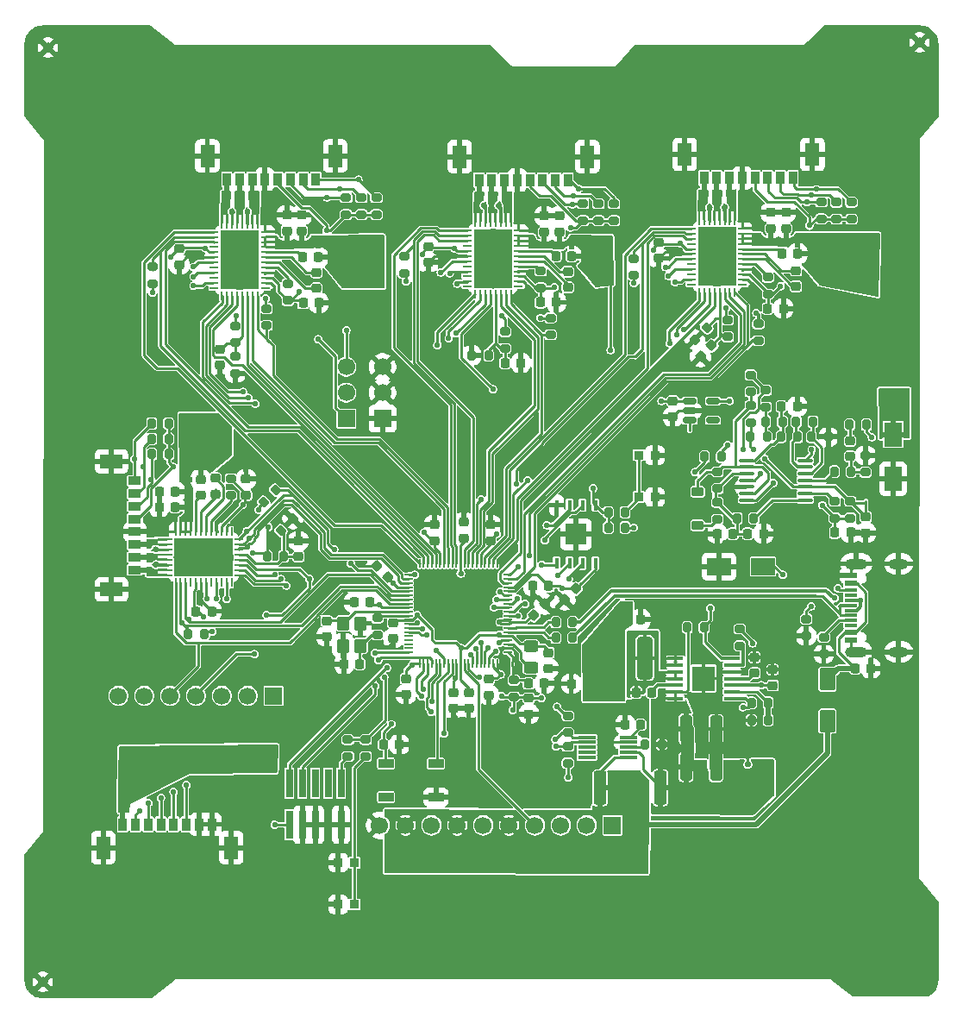
<source format=gtl>
%TF.GenerationSoftware,KiCad,Pcbnew,9.0.5-9.0.5~ubuntu24.04.1*%
%TF.CreationDate,2025-10-12T17:01:00-07:00*%
%TF.ProjectId,motor_board,6d6f746f-725f-4626-9f61-72642e6b6963,1.3*%
%TF.SameCoordinates,Original*%
%TF.FileFunction,Copper,L1,Top*%
%TF.FilePolarity,Positive*%
%FSLAX46Y46*%
G04 Gerber Fmt 4.6, Leading zero omitted, Abs format (unit mm)*
G04 Created by KiCad (PCBNEW 9.0.5-9.0.5~ubuntu24.04.1) date 2025-10-12 17:01:00*
%MOMM*%
%LPD*%
G01*
G04 APERTURE LIST*
G04 Aperture macros list*
%AMRoundRect*
0 Rectangle with rounded corners*
0 $1 Rounding radius*
0 $2 $3 $4 $5 $6 $7 $8 $9 X,Y pos of 4 corners*
0 Add a 4 corners polygon primitive as box body*
4,1,4,$2,$3,$4,$5,$6,$7,$8,$9,$2,$3,0*
0 Add four circle primitives for the rounded corners*
1,1,$1+$1,$2,$3*
1,1,$1+$1,$4,$5*
1,1,$1+$1,$6,$7*
1,1,$1+$1,$8,$9*
0 Add four rect primitives between the rounded corners*
20,1,$1+$1,$2,$3,$4,$5,0*
20,1,$1+$1,$4,$5,$6,$7,0*
20,1,$1+$1,$6,$7,$8,$9,0*
20,1,$1+$1,$8,$9,$2,$3,0*%
G04 Aperture macros list end*
%TA.AperFunction,SMDPad,CuDef*%
%ADD10R,1.600200X0.304800*%
%TD*%
%TA.AperFunction,SMDPad,CuDef*%
%ADD11R,2.310000X2.460000*%
%TD*%
%TA.AperFunction,SMDPad,CuDef*%
%ADD12RoundRect,0.225000X0.225000X0.250000X-0.225000X0.250000X-0.225000X-0.250000X0.225000X-0.250000X0*%
%TD*%
%TA.AperFunction,SMDPad,CuDef*%
%ADD13RoundRect,0.225000X-0.225000X-0.250000X0.225000X-0.250000X0.225000X0.250000X-0.225000X0.250000X0*%
%TD*%
%TA.AperFunction,SMDPad,CuDef*%
%ADD14RoundRect,0.200000X0.275000X-0.200000X0.275000X0.200000X-0.275000X0.200000X-0.275000X-0.200000X0*%
%TD*%
%TA.AperFunction,SMDPad,CuDef*%
%ADD15RoundRect,0.225000X0.250000X-0.225000X0.250000X0.225000X-0.250000X0.225000X-0.250000X-0.225000X0*%
%TD*%
%TA.AperFunction,ComponentPad*%
%ADD16C,5.600000*%
%TD*%
%TA.AperFunction,SMDPad,CuDef*%
%ADD17C,1.000000*%
%TD*%
%TA.AperFunction,SMDPad,CuDef*%
%ADD18RoundRect,0.200000X0.200000X0.275000X-0.200000X0.275000X-0.200000X-0.275000X0.200000X-0.275000X0*%
%TD*%
%TA.AperFunction,SMDPad,CuDef*%
%ADD19RoundRect,0.200000X-0.200000X-0.275000X0.200000X-0.275000X0.200000X0.275000X-0.200000X0.275000X0*%
%TD*%
%TA.AperFunction,SMDPad,CuDef*%
%ADD20RoundRect,0.250000X0.362500X1.425000X-0.362500X1.425000X-0.362500X-1.425000X0.362500X-1.425000X0*%
%TD*%
%TA.AperFunction,SMDPad,CuDef*%
%ADD21RoundRect,0.333000X0.417000X1.767000X-0.417000X1.767000X-0.417000X-1.767000X0.417000X-1.767000X0*%
%TD*%
%TA.AperFunction,SMDPad,CuDef*%
%ADD22RoundRect,0.250000X-0.325000X-1.100000X0.325000X-1.100000X0.325000X1.100000X-0.325000X1.100000X0*%
%TD*%
%TA.AperFunction,SMDPad,CuDef*%
%ADD23R,1.778000X0.330200*%
%TD*%
%TA.AperFunction,SMDPad,CuDef*%
%ADD24R,1.150000X0.600000*%
%TD*%
%TA.AperFunction,SMDPad,CuDef*%
%ADD25R,1.150000X0.300000*%
%TD*%
%TA.AperFunction,ComponentPad*%
%ADD26O,2.150000X1.050000*%
%TD*%
%TA.AperFunction,ComponentPad*%
%ADD27O,1.850000X1.050000*%
%TD*%
%TA.AperFunction,SMDPad,CuDef*%
%ADD28RoundRect,0.225000X0.335876X0.017678X0.017678X0.335876X-0.335876X-0.017678X-0.017678X-0.335876X0*%
%TD*%
%TA.AperFunction,SMDPad,CuDef*%
%ADD29RoundRect,0.225000X-0.250000X0.225000X-0.250000X-0.225000X0.250000X-0.225000X0.250000X0.225000X0*%
%TD*%
%TA.AperFunction,SMDPad,CuDef*%
%ADD30RoundRect,0.200000X-0.275000X0.200000X-0.275000X-0.200000X0.275000X-0.200000X0.275000X0.200000X0*%
%TD*%
%TA.AperFunction,SMDPad,CuDef*%
%ADD31R,0.242473X0.906066*%
%TD*%
%TA.AperFunction,SMDPad,CuDef*%
%ADD32R,0.906066X0.242473*%
%TD*%
%TA.AperFunction,ComponentPad*%
%ADD33C,0.300000*%
%TD*%
%TA.AperFunction,SMDPad,CuDef*%
%ADD34R,5.800001X3.800000*%
%TD*%
%TA.AperFunction,SMDPad,CuDef*%
%ADD35RoundRect,0.150000X-0.512500X-0.150000X0.512500X-0.150000X0.512500X0.150000X-0.512500X0.150000X0*%
%TD*%
%TA.AperFunction,ComponentPad*%
%ADD36R,1.700000X1.700000*%
%TD*%
%TA.AperFunction,ComponentPad*%
%ADD37C,1.700000*%
%TD*%
%TA.AperFunction,SMDPad,CuDef*%
%ADD38RoundRect,0.168300X0.596700X-0.936700X0.596700X0.936700X-0.596700X0.936700X-0.596700X-0.936700X0*%
%TD*%
%TA.AperFunction,SMDPad,CuDef*%
%ADD39R,3.800000X5.800001*%
%TD*%
%TA.AperFunction,SMDPad,CuDef*%
%ADD40RoundRect,0.200000X-0.053033X0.335876X-0.335876X0.053033X0.053033X-0.335876X0.335876X-0.053033X0*%
%TD*%
%TA.AperFunction,SMDPad,CuDef*%
%ADD41RoundRect,0.090000X-0.660000X-0.360000X0.660000X-0.360000X0.660000X0.360000X-0.660000X0.360000X0*%
%TD*%
%TA.AperFunction,SMDPad,CuDef*%
%ADD42R,0.740000X2.790000*%
%TD*%
%TA.AperFunction,SMDPad,CuDef*%
%ADD43RoundRect,0.250000X-0.450000X0.325000X-0.450000X-0.325000X0.450000X-0.325000X0.450000X0.325000X0*%
%TD*%
%TA.AperFunction,SMDPad,CuDef*%
%ADD44R,2.350000X1.700000*%
%TD*%
%TA.AperFunction,SMDPad,CuDef*%
%ADD45R,0.900000X0.900000*%
%TD*%
%TA.AperFunction,SMDPad,CuDef*%
%ADD46R,0.838200X1.295400*%
%TD*%
%TA.AperFunction,SMDPad,CuDef*%
%ADD47R,1.397000X2.260600*%
%TD*%
%TA.AperFunction,SMDPad,CuDef*%
%ADD48RoundRect,0.250000X-0.350000X0.450000X-0.350000X-0.450000X0.350000X-0.450000X0.350000X0.450000X0*%
%TD*%
%TA.AperFunction,SMDPad,CuDef*%
%ADD49RoundRect,0.100000X0.637500X0.100000X-0.637500X0.100000X-0.637500X-0.100000X0.637500X-0.100000X0*%
%TD*%
%TA.AperFunction,SMDPad,CuDef*%
%ADD50R,0.450000X1.050000*%
%TD*%
%TA.AperFunction,SMDPad,CuDef*%
%ADD51R,2.100000X2.100000*%
%TD*%
%TA.AperFunction,SMDPad,CuDef*%
%ADD52RoundRect,0.225000X0.017678X-0.335876X0.335876X-0.017678X-0.017678X0.335876X-0.335876X0.017678X0*%
%TD*%
%TA.AperFunction,SMDPad,CuDef*%
%ADD53R,1.700000X2.350000*%
%TD*%
%TA.AperFunction,SMDPad,CuDef*%
%ADD54RoundRect,0.225000X-0.375000X0.225000X-0.375000X-0.225000X0.375000X-0.225000X0.375000X0.225000X0*%
%TD*%
%TA.AperFunction,SMDPad,CuDef*%
%ADD55RoundRect,0.055000X-0.055000X-0.335000X0.055000X-0.335000X0.055000X0.335000X-0.055000X0.335000X0*%
%TD*%
%TA.AperFunction,SMDPad,CuDef*%
%ADD56RoundRect,0.055000X-0.335000X0.055000X-0.335000X-0.055000X0.335000X-0.055000X0.335000X0.055000X0*%
%TD*%
%TA.AperFunction,ComponentPad*%
%ADD57C,0.600000*%
%TD*%
%TA.AperFunction,SMDPad,CuDef*%
%ADD58R,1.133333X1.133333*%
%TD*%
%TA.AperFunction,SMDPad,CuDef*%
%ADD59RoundRect,0.200000X0.053033X-0.335876X0.335876X-0.053033X-0.053033X0.335876X-0.335876X0.053033X0*%
%TD*%
%TA.AperFunction,SMDPad,CuDef*%
%ADD60R,1.295400X0.838200*%
%TD*%
%TA.AperFunction,SMDPad,CuDef*%
%ADD61R,2.260600X1.397000*%
%TD*%
%TA.AperFunction,SMDPad,CuDef*%
%ADD62RoundRect,0.225000X-0.017678X0.335876X-0.335876X0.017678X0.017678X-0.335876X0.335876X-0.017678X0*%
%TD*%
%TA.AperFunction,ViaPad*%
%ADD63C,0.584200*%
%TD*%
%TA.AperFunction,ViaPad*%
%ADD64C,0.600000*%
%TD*%
%TA.AperFunction,Conductor*%
%ADD65C,0.234950*%
%TD*%
%TA.AperFunction,Conductor*%
%ADD66C,0.271780*%
%TD*%
%TA.AperFunction,Conductor*%
%ADD67C,0.279400*%
%TD*%
%TA.AperFunction,Conductor*%
%ADD68C,0.305000*%
%TD*%
%TA.AperFunction,Conductor*%
%ADD69C,1.270000*%
%TD*%
%TA.AperFunction,Conductor*%
%ADD70C,0.271781*%
%TD*%
%TA.AperFunction,Conductor*%
%ADD71C,0.304800*%
%TD*%
%TA.AperFunction,Conductor*%
%ADD72C,0.313400*%
%TD*%
%TA.AperFunction,Conductor*%
%ADD73C,0.337947*%
%TD*%
%TA.AperFunction,Conductor*%
%ADD74C,0.508000*%
%TD*%
%TA.AperFunction,Conductor*%
%ADD75C,0.293370*%
%TD*%
G04 APERTURE END LIST*
D10*
X168004604Y-118740034D03*
X168004604Y-118090021D03*
X168004604Y-117440012D03*
X168004604Y-116790000D03*
X168004604Y-116139988D03*
X168004604Y-115489979D03*
X168004604Y-114839966D03*
X162467404Y-114839966D03*
X162467404Y-115489979D03*
X162467404Y-116139988D03*
X162467404Y-116790000D03*
X162467404Y-117440012D03*
X162467404Y-118090021D03*
X162467404Y-118740034D03*
D11*
X165236004Y-116790000D03*
D12*
X159069100Y-110973900D03*
X157519100Y-110973900D03*
D13*
X152225000Y-117300000D03*
X153775000Y-117300000D03*
X158603600Y-118152400D03*
X160153600Y-118152400D03*
D14*
X168776600Y-113579900D03*
X168776600Y-111929900D03*
D15*
X170237100Y-116260400D03*
X170237100Y-114710400D03*
D16*
X105946000Y-57564100D03*
X103426000Y-143294000D03*
X183426100Y-143294100D03*
X179606000Y-57564000D03*
D17*
X100330000Y-146558000D03*
D13*
X180100000Y-115800000D03*
X181650000Y-115800000D03*
D18*
X171570100Y-119168400D03*
X169920100Y-119168400D03*
D15*
X172015100Y-117466900D03*
X172015100Y-115916900D03*
D19*
X163619100Y-111773900D03*
X165269100Y-111773900D03*
X169920100Y-120882900D03*
X171570100Y-120882900D03*
D20*
X160962500Y-127500000D03*
X155037500Y-127500000D03*
D21*
X159464100Y-114786900D03*
X155864100Y-114786900D03*
D22*
X163507004Y-121743000D03*
X166457004Y-121743000D03*
X163507004Y-125454900D03*
X166457004Y-125454900D03*
D18*
X161119100Y-123223900D03*
X159469100Y-123223900D03*
D23*
X157838800Y-124549901D03*
X157838800Y-124049899D03*
X157838800Y-123549900D03*
X157838800Y-123049901D03*
X157838800Y-122549899D03*
X153749400Y-122549899D03*
X153749400Y-123049901D03*
X153749400Y-123549900D03*
X153749400Y-124049899D03*
X153749400Y-124549901D03*
D13*
X157519100Y-121323900D03*
X159069100Y-121323900D03*
D24*
X179660000Y-113050000D03*
X179660000Y-112250000D03*
D25*
X179660000Y-111100000D03*
X179660000Y-110100000D03*
X179660000Y-109600000D03*
X179660000Y-108600000D03*
D24*
X179660000Y-107450000D03*
X179660000Y-106650000D03*
D25*
X179660000Y-108100000D03*
X179660000Y-109100000D03*
X179660000Y-110600000D03*
X179660000Y-111600000D03*
D26*
X180235000Y-114170000D03*
D27*
X184375000Y-114170000D03*
D26*
X180235000Y-105530000D03*
D27*
X184375000Y-105530000D03*
D28*
X134217108Y-106846908D03*
X133121092Y-105750892D03*
D13*
X125897132Y-79926933D03*
X127447132Y-79926933D03*
D29*
X140650000Y-118175000D03*
X140650000Y-119725000D03*
D15*
X115823592Y-98815914D03*
X115823592Y-97265914D03*
D14*
X158400000Y-77225000D03*
X158400000Y-75575000D03*
D13*
X125847132Y-75451933D03*
X127397132Y-75451933D03*
D30*
X122300000Y-80475000D03*
X122300000Y-82125000D03*
D19*
X150719100Y-112773900D03*
X152369100Y-112773900D03*
D18*
X181219100Y-91873900D03*
X179569100Y-91873900D03*
D30*
X124397132Y-78051933D03*
X124397132Y-79701933D03*
D17*
X186436000Y-54356000D03*
D29*
X160847132Y-74001933D03*
X160847132Y-75551933D03*
D15*
X141694100Y-102998900D03*
X141694100Y-101448900D03*
D18*
X116225000Y-112400000D03*
X114575000Y-112400000D03*
D31*
X118866637Y-102380330D03*
X118366638Y-102380330D03*
X117866636Y-102380330D03*
X117366637Y-102380330D03*
X116866638Y-102380330D03*
X116366637Y-102380330D03*
X115866637Y-102380330D03*
X115366636Y-102380330D03*
X114866637Y-102380330D03*
X114366638Y-102380330D03*
X113866636Y-102380330D03*
X113366637Y-102380330D03*
D32*
X112613604Y-103133364D03*
X112613604Y-103633363D03*
X112613604Y-104133362D03*
X112613604Y-104633363D03*
X112613604Y-105133363D03*
X112613604Y-105633364D03*
X112613604Y-106133363D03*
X112613604Y-106633362D03*
D31*
X113366637Y-107386396D03*
X113866636Y-107386396D03*
X114366638Y-107386396D03*
X114866637Y-107386396D03*
X115366636Y-107386396D03*
X115866637Y-107386396D03*
X116366637Y-107386396D03*
X116866638Y-107386396D03*
X117366637Y-107386396D03*
X117866636Y-107386396D03*
X118366638Y-107386396D03*
X118866637Y-107386396D03*
D32*
X119619670Y-106633362D03*
X119619670Y-106133363D03*
X119619670Y-105633364D03*
X119619670Y-105133363D03*
X119619670Y-104633363D03*
X119619670Y-104133362D03*
X119619670Y-103633363D03*
X119619670Y-103133364D03*
D33*
X117366637Y-103383363D03*
X116116637Y-103383363D03*
X114866637Y-103383363D03*
X118616637Y-104383363D03*
X117366637Y-104383363D03*
X116116637Y-104383363D03*
X114866637Y-104383363D03*
X113616637Y-104383363D03*
D34*
X116116637Y-104883363D03*
D33*
X118616637Y-105383363D03*
X117366637Y-105383363D03*
X116116637Y-105383363D03*
X114866637Y-105383363D03*
X113616637Y-105383363D03*
X117366637Y-106383363D03*
X116116637Y-106383363D03*
X114866637Y-106383363D03*
D14*
X166594100Y-98148900D03*
X166594100Y-96498900D03*
D13*
X111773592Y-98465914D03*
X113323592Y-98465914D03*
D35*
X163862500Y-89550000D03*
X163862500Y-90500000D03*
X163862500Y-91450000D03*
X166137500Y-91450000D03*
X166137500Y-89550000D03*
D30*
X119222132Y-85201933D03*
X119222132Y-86851933D03*
D19*
X150719100Y-111273900D03*
X152369100Y-111273900D03*
D15*
X125438605Y-104836395D03*
X125438605Y-103286395D03*
D18*
X170169100Y-101073900D03*
X168519100Y-101073900D03*
X112688605Y-93261395D03*
X111038605Y-93261395D03*
D14*
X177032000Y-114387000D03*
X177032000Y-112737000D03*
D29*
X125757132Y-71301933D03*
X125757132Y-72851933D03*
D36*
X122996637Y-118483363D03*
D37*
X120456637Y-118483363D03*
X117916637Y-118483363D03*
X115376637Y-118483363D03*
X112836637Y-118483363D03*
X110296637Y-118483363D03*
X107756637Y-118483363D03*
D14*
X176797132Y-71676933D03*
X176797132Y-70026933D03*
D19*
X169819100Y-93073900D03*
X171469100Y-93073900D03*
D30*
X170600000Y-81975000D03*
X170600000Y-83625000D03*
D19*
X172819100Y-93073900D03*
X174469100Y-93073900D03*
D38*
X177400000Y-116850000D03*
X177400000Y-120950000D03*
D29*
X113747132Y-74601933D03*
X113747132Y-76151933D03*
D12*
X132444100Y-109323900D03*
X130894100Y-109323900D03*
D32*
X147050165Y-78326933D03*
X147050165Y-77826934D03*
X147050165Y-77326932D03*
X147050165Y-76826933D03*
X147050165Y-76326934D03*
X147050165Y-75826933D03*
X147050165Y-75326933D03*
X147050165Y-74826932D03*
X147050165Y-74326933D03*
X147050165Y-73826934D03*
X147050165Y-73326932D03*
X147050165Y-72826933D03*
D31*
X146297131Y-72073900D03*
X145797132Y-72073900D03*
X145297133Y-72073900D03*
X144797132Y-72073900D03*
X144297132Y-72073900D03*
X143797131Y-72073900D03*
X143297132Y-72073900D03*
X142797133Y-72073900D03*
D32*
X142044099Y-72826933D03*
X142044099Y-73326932D03*
X142044099Y-73826934D03*
X142044099Y-74326933D03*
X142044099Y-74826932D03*
X142044099Y-75326933D03*
X142044099Y-75826933D03*
X142044099Y-76326934D03*
X142044099Y-76826933D03*
X142044099Y-77326932D03*
X142044099Y-77826934D03*
X142044099Y-78326933D03*
D31*
X142797133Y-79079966D03*
X143297132Y-79079966D03*
X143797131Y-79079966D03*
X144297132Y-79079966D03*
X144797132Y-79079966D03*
X145297133Y-79079966D03*
X145797132Y-79079966D03*
X146297131Y-79079966D03*
D33*
X146047132Y-76826933D03*
X146047132Y-75576933D03*
X146047132Y-74326933D03*
X145047132Y-78076933D03*
X145047132Y-76826933D03*
X145047132Y-75576933D03*
X145047132Y-74326933D03*
X145047132Y-73076933D03*
D39*
X144547132Y-75576933D03*
D33*
X144047132Y-78076933D03*
X144047132Y-76826933D03*
X144047132Y-75576933D03*
X144047132Y-74326933D03*
X144047132Y-73076933D03*
X143047132Y-76826933D03*
X143047132Y-75576933D03*
X143047132Y-74326933D03*
D29*
X173322132Y-71051933D03*
X173322132Y-72601933D03*
X128200000Y-111125000D03*
X128200000Y-112675000D03*
D19*
X175819100Y-93073900D03*
X177469100Y-93073900D03*
D12*
X174419100Y-90073900D03*
X172869100Y-90073900D03*
D18*
X157519100Y-100473900D03*
X155869100Y-100473900D03*
D15*
X144294100Y-103248900D03*
X144294100Y-101698900D03*
D13*
X111773592Y-99965914D03*
X113323592Y-99965914D03*
D15*
X138794100Y-103248900D03*
X138794100Y-101698900D03*
D30*
X169844100Y-89998900D03*
X169844100Y-91648900D03*
X178112850Y-99398900D03*
X178112850Y-101048900D03*
D19*
X122338605Y-104786395D03*
X123988605Y-104786395D03*
D29*
X135994100Y-116798900D03*
X135994100Y-118348900D03*
D12*
X131469100Y-115373900D03*
X129919100Y-115373900D03*
D14*
X130122132Y-71251933D03*
X130122132Y-69601933D03*
D12*
X171119100Y-102573900D03*
X169569100Y-102573900D03*
D29*
X134750000Y-111298900D03*
X134750000Y-112848900D03*
D30*
X119222132Y-82201933D03*
X119222132Y-83851933D03*
D40*
X165530495Y-82368570D03*
X164363769Y-83535296D03*
D41*
X134044100Y-125123900D03*
X134044100Y-128423900D03*
X138944100Y-128423900D03*
X138944100Y-125123900D03*
D13*
X166569100Y-102573900D03*
X168119100Y-102573900D03*
D29*
X179619100Y-93448900D03*
X179619100Y-94998900D03*
D13*
X150719100Y-75323900D03*
X152269100Y-75323900D03*
X149219100Y-79873900D03*
X150769100Y-79873900D03*
D18*
X112698592Y-94765914D03*
X111048592Y-94765914D03*
D13*
X172922132Y-75076933D03*
X174472132Y-75076933D03*
D30*
X181119100Y-94898900D03*
X181119100Y-96548900D03*
D29*
X162200000Y-89550000D03*
X162200000Y-91100000D03*
D14*
X175300000Y-112600000D03*
X175300000Y-110950000D03*
D42*
X124547500Y-131141400D03*
X124547500Y-127071400D03*
X125817500Y-131141400D03*
X125817500Y-127071400D03*
X127087500Y-131141400D03*
X127087500Y-127071400D03*
X128357500Y-127071400D03*
X129627500Y-131141400D03*
X129627500Y-127071400D03*
D43*
X148294100Y-113648900D03*
X148294100Y-115698900D03*
D14*
X146594100Y-118598900D03*
X146594100Y-116948900D03*
D30*
X149244100Y-76798900D03*
X149244100Y-78448900D03*
D44*
X171060694Y-105800000D03*
X166760694Y-105800000D03*
D45*
X158844100Y-94873900D03*
X158844100Y-98973900D03*
X160444100Y-94873900D03*
X160444100Y-98973900D03*
D46*
X151919100Y-67868100D03*
X150669100Y-67868100D03*
X149419100Y-67868100D03*
X148169100Y-67868100D03*
X146919100Y-67868100D03*
X145669100Y-67868100D03*
X144419100Y-67868100D03*
X143169100Y-67868100D03*
D47*
X141269099Y-65573210D03*
X153819101Y-65573210D03*
D13*
X171522132Y-80476933D03*
X173072132Y-80476933D03*
D14*
X154919100Y-71848900D03*
X154919100Y-70198900D03*
X118800000Y-98825000D03*
X118800000Y-97175000D03*
D18*
X144119100Y-85073900D03*
X142469100Y-85073900D03*
D14*
X131622132Y-71251933D03*
X131622132Y-69601933D03*
X179644100Y-101048900D03*
X179644100Y-99398900D03*
D13*
X148044100Y-117273900D03*
X149594100Y-117273900D03*
D18*
X179719100Y-96473900D03*
X178069100Y-96473900D03*
D12*
X179669100Y-102473900D03*
X178119100Y-102473900D03*
D17*
X100838000Y-54864000D03*
D18*
X112688605Y-91761395D03*
X111038605Y-91761395D03*
D19*
X174319100Y-91573900D03*
X175969100Y-91573900D03*
D29*
X148069100Y-118723900D03*
X148069100Y-120273900D03*
D14*
X133097132Y-71251933D03*
X133097132Y-69601933D03*
X132044100Y-124436400D03*
X132044100Y-122786400D03*
X135800000Y-77025000D03*
X135800000Y-75375000D03*
D29*
X124297132Y-71301933D03*
X124297132Y-72851933D03*
D30*
X171547132Y-77401933D03*
X171547132Y-79051933D03*
D36*
X133700000Y-91290000D03*
D37*
X133700000Y-88750000D03*
X133700000Y-86210000D03*
D29*
X171822132Y-71051933D03*
X171822132Y-72601933D03*
D30*
X169844100Y-86998900D03*
X169844100Y-88648900D03*
D18*
X166969100Y-95023900D03*
X165319100Y-95023900D03*
D12*
X150019100Y-107723900D03*
X148469100Y-107723900D03*
D48*
X129844100Y-111373900D03*
X129844100Y-113573900D03*
X131544100Y-113573900D03*
X131544100Y-111373900D03*
D46*
X108186351Y-131098850D03*
X109436351Y-131098850D03*
X110686351Y-131098850D03*
X111936351Y-131098850D03*
X113186351Y-131098850D03*
X114436351Y-131098850D03*
X115686351Y-131098850D03*
X116936351Y-131098850D03*
D47*
X118836352Y-133393740D03*
X106286350Y-133393740D03*
D30*
X150200000Y-81400000D03*
X150200000Y-83050000D03*
D29*
X127197132Y-76926933D03*
X127197132Y-78476933D03*
D49*
X175206600Y-99273900D03*
X175206600Y-98623900D03*
X175206600Y-97973900D03*
X175206600Y-97323900D03*
X175206600Y-96673900D03*
X175206600Y-96023900D03*
X175206600Y-95373900D03*
X169481600Y-95373900D03*
X169481600Y-96023900D03*
X169481600Y-96673900D03*
X169481600Y-97323900D03*
X169481600Y-97973900D03*
X169481600Y-98623900D03*
X169481600Y-99273900D03*
D29*
X142150000Y-118175000D03*
X142150000Y-119725000D03*
D50*
X154599100Y-99773900D03*
X153329100Y-99773900D03*
X152059100Y-99773900D03*
X150789100Y-99773900D03*
X150789100Y-105473900D03*
X152059100Y-105473900D03*
X153329100Y-105473900D03*
X154599100Y-105473900D03*
D51*
X152694100Y-102623900D03*
D13*
X133794100Y-123273900D03*
X135344100Y-123273900D03*
D14*
X133194100Y-112498900D03*
X133194100Y-110848900D03*
D29*
X117747132Y-84476933D03*
X117747132Y-86026933D03*
D46*
X174022132Y-67651933D03*
X172772132Y-67651933D03*
X171522132Y-67651933D03*
X170272132Y-67651933D03*
X169022132Y-67651933D03*
X167772132Y-67651933D03*
X166522132Y-67651933D03*
X165272132Y-67651933D03*
D47*
X163372131Y-65357043D03*
X175922133Y-65357043D03*
D32*
X169050165Y-78126933D03*
X169050165Y-77626934D03*
X169050165Y-77126932D03*
X169050165Y-76626933D03*
X169050165Y-76126934D03*
X169050165Y-75626933D03*
X169050165Y-75126933D03*
X169050165Y-74626932D03*
X169050165Y-74126933D03*
X169050165Y-73626934D03*
X169050165Y-73126932D03*
X169050165Y-72626933D03*
D31*
X168297131Y-71873900D03*
X167797132Y-71873900D03*
X167297133Y-71873900D03*
X166797132Y-71873900D03*
X166297132Y-71873900D03*
X165797131Y-71873900D03*
X165297132Y-71873900D03*
X164797133Y-71873900D03*
D32*
X164044099Y-72626933D03*
X164044099Y-73126932D03*
X164044099Y-73626934D03*
X164044099Y-74126933D03*
X164044099Y-74626932D03*
X164044099Y-75126933D03*
X164044099Y-75626933D03*
X164044099Y-76126934D03*
X164044099Y-76626933D03*
X164044099Y-77126932D03*
X164044099Y-77626934D03*
X164044099Y-78126933D03*
D31*
X164797133Y-78879966D03*
X165297132Y-78879966D03*
X165797131Y-78879966D03*
X166297132Y-78879966D03*
X166797132Y-78879966D03*
X167297133Y-78879966D03*
X167797132Y-78879966D03*
X168297131Y-78879966D03*
D33*
X168047132Y-76626933D03*
X168047132Y-75376933D03*
X168047132Y-74126933D03*
X167047132Y-77876933D03*
X167047132Y-76626933D03*
X167047132Y-75376933D03*
X167047132Y-74126933D03*
X167047132Y-72876933D03*
D39*
X166547132Y-75376933D03*
D33*
X166047132Y-77876933D03*
X166047132Y-76626933D03*
X166047132Y-75376933D03*
X166047132Y-74126933D03*
X166047132Y-72876933D03*
X165047132Y-76626933D03*
X165047132Y-75376933D03*
X165047132Y-74126933D03*
D52*
X148546092Y-110596908D03*
X149642108Y-109500892D03*
D45*
X130940425Y-138957500D03*
X130940425Y-134857500D03*
X129340425Y-138957500D03*
X129340425Y-134857500D03*
D14*
X111100000Y-78025000D03*
X111100000Y-76375000D03*
X179747132Y-71701933D03*
X179747132Y-70051933D03*
D13*
X115388605Y-110186395D03*
X116938605Y-110186395D03*
D53*
X183844100Y-92873900D03*
X183844100Y-97173900D03*
D13*
X145719100Y-85823900D03*
X147269100Y-85823900D03*
D29*
X149994100Y-114248900D03*
X149994100Y-115798900D03*
D19*
X171319100Y-91573900D03*
X172969100Y-91573900D03*
D29*
X151894100Y-76848900D03*
X151894100Y-78398900D03*
D36*
X130150000Y-91280000D03*
D37*
X130150000Y-88740000D03*
X130150000Y-86200000D03*
D29*
X181169100Y-100948900D03*
X181169100Y-102498900D03*
X138194100Y-74398900D03*
X138194100Y-75948900D03*
D32*
X122175165Y-78451933D03*
X122175165Y-77951934D03*
X122175165Y-77451932D03*
X122175165Y-76951933D03*
X122175165Y-76451934D03*
X122175165Y-75951933D03*
X122175165Y-75451933D03*
X122175165Y-74951932D03*
X122175165Y-74451933D03*
X122175165Y-73951934D03*
X122175165Y-73451932D03*
X122175165Y-72951933D03*
D31*
X121422131Y-72198900D03*
X120922132Y-72198900D03*
X120422133Y-72198900D03*
X119922132Y-72198900D03*
X119422132Y-72198900D03*
X118922131Y-72198900D03*
X118422132Y-72198900D03*
X117922133Y-72198900D03*
D32*
X117169099Y-72951933D03*
X117169099Y-73451932D03*
X117169099Y-73951934D03*
X117169099Y-74451933D03*
X117169099Y-74951932D03*
X117169099Y-75451933D03*
X117169099Y-75951933D03*
X117169099Y-76451934D03*
X117169099Y-76951933D03*
X117169099Y-77451932D03*
X117169099Y-77951934D03*
X117169099Y-78451933D03*
D31*
X117922133Y-79204966D03*
X118422132Y-79204966D03*
X118922131Y-79204966D03*
X119422132Y-79204966D03*
X119922132Y-79204966D03*
X120422133Y-79204966D03*
X120922132Y-79204966D03*
X121422131Y-79204966D03*
D33*
X121172132Y-76951933D03*
X121172132Y-75701933D03*
X121172132Y-74451933D03*
X120172132Y-78201933D03*
X120172132Y-76951933D03*
X120172132Y-75701933D03*
X120172132Y-74451933D03*
X120172132Y-73201933D03*
D39*
X119672132Y-75701933D03*
D33*
X119172132Y-78201933D03*
X119172132Y-76951933D03*
X119172132Y-75701933D03*
X119172132Y-74451933D03*
X119172132Y-73201933D03*
X118172132Y-76951933D03*
X118172132Y-75701933D03*
X118172132Y-74451933D03*
D29*
X174297132Y-76751933D03*
X174297132Y-78301933D03*
D30*
X167597132Y-81601933D03*
X167597132Y-83251933D03*
X166594100Y-99498900D03*
X166594100Y-101148900D03*
X171344100Y-88498900D03*
X171344100Y-90148900D03*
D14*
X178272132Y-71701933D03*
X178272132Y-70051933D03*
X153394100Y-71848900D03*
X153394100Y-70198900D03*
D29*
X144144100Y-116848900D03*
X144144100Y-118398900D03*
D15*
X117300000Y-98675000D03*
X117300000Y-97125000D03*
D30*
X151894100Y-123448900D03*
X151894100Y-125098900D03*
D19*
X155869100Y-101973900D03*
X157519100Y-101973900D03*
D54*
X164644100Y-98473900D03*
X164644100Y-101773900D03*
D29*
X149584100Y-71398900D03*
X149584100Y-72948900D03*
D15*
X120300000Y-98775000D03*
X120300000Y-97225000D03*
D55*
X144944100Y-105527400D03*
X144544100Y-105527400D03*
X144144100Y-105527400D03*
X143744100Y-105527400D03*
X143344100Y-105527400D03*
X142944100Y-105527400D03*
X142544100Y-105527400D03*
X142144100Y-105527400D03*
X141744100Y-105527400D03*
X141344100Y-105527400D03*
X140944100Y-105527400D03*
X140544100Y-105527400D03*
X140144100Y-105527400D03*
X139744100Y-105527400D03*
X139344100Y-105527400D03*
X138944100Y-105527400D03*
X138544100Y-105527400D03*
X138144100Y-105527400D03*
X137744100Y-105527400D03*
X137344100Y-105527400D03*
D56*
X136247600Y-106623900D03*
X136247600Y-107023900D03*
X136247600Y-107423900D03*
X136247600Y-107823900D03*
X136247600Y-108223900D03*
X136247600Y-108623900D03*
X136247600Y-109023900D03*
X136247600Y-109423900D03*
X136247600Y-109823900D03*
X136247600Y-110223900D03*
X136247600Y-110623900D03*
X136247600Y-111023900D03*
X136247600Y-111423900D03*
X136247600Y-111823900D03*
X136247600Y-112223900D03*
X136247600Y-112623900D03*
X136247600Y-113023900D03*
X136247600Y-113423900D03*
X136247600Y-113823900D03*
X136247600Y-114223900D03*
D55*
X137344100Y-115320400D03*
X137744100Y-115320400D03*
X138144100Y-115320400D03*
X138544100Y-115320400D03*
X138944100Y-115320400D03*
X139344100Y-115320400D03*
X139744100Y-115320400D03*
X140144100Y-115320400D03*
X140544100Y-115320400D03*
X140944100Y-115320400D03*
X141344100Y-115320400D03*
X141744100Y-115320400D03*
X142144100Y-115320400D03*
X142544100Y-115320400D03*
X142944100Y-115320400D03*
X143344100Y-115320400D03*
X143744100Y-115320400D03*
X144144100Y-115320400D03*
X144544100Y-115320400D03*
X144944100Y-115320400D03*
D56*
X146040600Y-114223900D03*
X146040600Y-113823900D03*
X146040600Y-113423900D03*
X146040600Y-113023900D03*
X146040600Y-112623900D03*
X146040600Y-112223900D03*
X146040600Y-111823900D03*
X146040600Y-111423900D03*
X146040600Y-111023900D03*
X146040600Y-110623900D03*
X146040600Y-110223900D03*
X146040600Y-109823900D03*
X146040600Y-109423900D03*
X146040600Y-109023900D03*
X146040600Y-108623900D03*
X146040600Y-108223900D03*
X146040600Y-107823900D03*
X146040600Y-107423900D03*
X146040600Y-107023900D03*
X146040600Y-106623900D03*
D57*
X142277433Y-109290567D03*
D58*
X142277433Y-109290567D03*
D57*
X141144100Y-109290567D03*
D58*
X141144100Y-109290567D03*
D57*
X140010767Y-109290567D03*
D58*
X140010767Y-109290567D03*
D57*
X142277433Y-110423900D03*
D58*
X142277433Y-110423900D03*
D57*
X141144100Y-110423900D03*
D58*
X141144100Y-110423900D03*
D57*
X140010767Y-110423900D03*
D58*
X140010767Y-110423900D03*
D57*
X142277433Y-111557233D03*
D58*
X142277433Y-111557233D03*
D57*
X141144100Y-111557233D03*
D58*
X141144100Y-111557233D03*
D57*
X140010767Y-111557233D03*
D58*
X140010767Y-111557233D03*
D30*
X145744100Y-82748900D03*
X145744100Y-84398900D03*
D59*
X122016637Y-99483363D03*
X123183363Y-98316637D03*
D60*
X109373592Y-97390914D03*
X109373592Y-98640914D03*
X109373592Y-99890914D03*
X109373592Y-101140914D03*
X109373592Y-102390914D03*
X109373592Y-103640914D03*
X109373592Y-104890914D03*
X109373592Y-106140914D03*
D61*
X107078702Y-108040915D03*
X107078702Y-95490913D03*
D59*
X123716637Y-102283363D03*
X124883363Y-101116637D03*
D62*
X152692108Y-107975892D03*
X151596092Y-109071908D03*
D46*
X127147132Y-67796133D03*
X125897132Y-67796133D03*
X124647132Y-67796133D03*
X123397132Y-67796133D03*
X122147132Y-67796133D03*
X120897132Y-67796133D03*
X119647132Y-67796133D03*
X118397132Y-67796133D03*
D47*
X116497131Y-65501243D03*
X129047133Y-65501243D03*
D29*
X151094100Y-71398900D03*
X151094100Y-72948900D03*
D14*
X130294100Y-124436400D03*
X130294100Y-122786400D03*
X151894100Y-122098900D03*
X151894100Y-120448900D03*
X156444100Y-71848900D03*
X156444100Y-70198900D03*
D62*
X166020140Y-84103925D03*
X164924124Y-85199941D03*
D36*
X156282000Y-131200000D03*
D37*
X153742000Y-131200000D03*
X151202000Y-131200000D03*
X148662000Y-131200000D03*
X146122000Y-131200000D03*
X143582000Y-131200000D03*
X141042000Y-131200000D03*
X138502000Y-131200000D03*
X135962000Y-131200000D03*
X133422000Y-131200000D03*
D63*
X182594100Y-126973900D03*
D64*
X124866587Y-93048519D03*
D63*
X165400000Y-88300000D03*
X152219100Y-79848900D03*
X139594100Y-66973900D03*
X122922132Y-71248900D03*
X156300000Y-121300000D03*
X172994100Y-115673900D03*
X162897132Y-85276933D03*
X172997132Y-79326933D03*
X174944100Y-104423900D03*
X125113605Y-108000000D03*
X158800000Y-92700000D03*
X137598100Y-137011900D03*
X123900000Y-86700000D03*
X147294100Y-86973900D03*
X169344100Y-100073900D03*
X129694100Y-116673900D03*
X147524100Y-141383900D03*
X167308776Y-103488576D03*
X156737732Y-95396943D03*
X177794100Y-64473900D03*
X129700000Y-109400000D03*
X168094100Y-97973900D03*
X128519120Y-91050000D03*
X162300000Y-100000000D03*
X118922131Y-70970869D03*
X114894100Y-64173900D03*
X161494100Y-64473900D03*
X114847132Y-81726933D03*
X150044100Y-139973900D03*
X167794100Y-122573900D03*
X160600000Y-84800000D03*
X155994100Y-64673900D03*
X160294100Y-110973900D03*
X118800000Y-135800000D03*
X141694100Y-120773900D03*
X158100000Y-119800000D03*
X137904100Y-144063900D03*
X172094100Y-101823900D03*
X161894100Y-98973900D03*
X136299575Y-84900000D03*
X154794100Y-103173900D03*
X156194100Y-123073900D03*
X137994100Y-77073900D03*
X117847132Y-87026933D03*
X138794100Y-100373900D03*
X119222132Y-88101933D03*
X172703675Y-94621915D03*
X177694100Y-65673900D03*
X135894100Y-119673900D03*
X172569100Y-85948900D03*
X119787408Y-101965828D03*
X139214100Y-145453900D03*
X162200000Y-92300000D03*
X165600000Y-92900000D03*
X111424980Y-102062309D03*
X152300000Y-116200000D03*
X116950000Y-132750000D03*
X171300000Y-114700000D03*
X174394100Y-88698900D03*
X168344100Y-99823900D03*
X150494100Y-110173900D03*
X175644100Y-90223900D03*
X148044100Y-69548900D03*
X143666577Y-70365643D03*
X175700000Y-115750000D03*
X153200000Y-91300000D03*
X170447132Y-77126933D03*
X182394100Y-102673900D03*
X125263605Y-107000000D03*
X127700000Y-98800000D03*
X128594100Y-79873900D03*
X130200000Y-107200000D03*
X165344100Y-102823900D03*
X128544100Y-105798900D03*
X169794100Y-121973900D03*
X179694100Y-103973900D03*
X167100000Y-87700000D03*
X107563605Y-93386395D03*
X127790425Y-136820000D03*
X144294100Y-100373900D03*
X121050000Y-121950000D03*
X125800000Y-101900000D03*
X131519100Y-105648900D03*
X126800000Y-112900000D03*
X180994100Y-93673900D03*
X131194100Y-65973900D03*
X115747132Y-75226933D03*
X169997132Y-78276933D03*
X128621575Y-131138400D03*
X113694100Y-77473900D03*
X147200000Y-125700000D03*
X123600000Y-112600000D03*
X120300000Y-96300000D03*
X114794100Y-66773900D03*
X167594100Y-121373900D03*
X140744100Y-141348900D03*
X123347132Y-77201933D03*
X149144100Y-127623900D03*
X164044100Y-118723900D03*
X111700000Y-85600000D03*
X104500000Y-133600000D03*
X177800000Y-81200000D03*
X175500000Y-117600000D03*
X126600000Y-102700000D03*
X122194100Y-66073900D03*
X155594100Y-137673900D03*
X175194100Y-105673900D03*
X177144100Y-91923900D03*
X148019100Y-71198900D03*
X160267771Y-92092648D03*
X163300000Y-79400000D03*
X165822132Y-70558733D03*
X144094100Y-119873900D03*
X146894100Y-66473900D03*
X115684967Y-108391828D03*
X170536575Y-104031425D03*
X139494100Y-64773900D03*
X117749736Y-101214769D03*
X111427415Y-104109276D03*
X178178734Y-86431675D03*
X147794100Y-78823900D03*
X158200000Y-84600000D03*
X173097132Y-81676933D03*
X161494100Y-66173900D03*
X155694100Y-66373900D03*
X162972132Y-74913333D03*
X147894100Y-121373900D03*
X138000000Y-84600000D03*
X127381955Y-105107551D03*
X146969100Y-115348900D03*
X120750000Y-133450000D03*
X108150000Y-133350000D03*
X169597132Y-71251933D03*
X140794100Y-120673900D03*
X178984707Y-97684707D03*
X137119100Y-91498900D03*
X171600000Y-110900000D03*
X106324980Y-109962309D03*
X122349980Y-109737309D03*
X148394100Y-139573900D03*
X126938605Y-103186395D03*
X177432000Y-106562000D03*
X111442517Y-105609278D03*
X128200000Y-113790425D03*
X163844100Y-104173900D03*
X159900000Y-106800000D03*
X172544100Y-103423900D03*
X150694100Y-87373900D03*
X166397132Y-85426933D03*
X162094100Y-94873900D03*
X112524980Y-101262309D03*
X176544100Y-102773900D03*
X167694100Y-123973900D03*
X131094100Y-64473900D03*
X170522132Y-72101933D03*
X106150000Y-135700000D03*
X148065279Y-77052721D03*
X174572132Y-72176933D03*
X166294100Y-118973900D03*
X115700000Y-132500000D03*
X164994100Y-124148900D03*
X133550000Y-113600000D03*
X173800000Y-125900000D03*
X107524980Y-109962309D03*
X164794100Y-119473900D03*
X129500000Y-136800000D03*
X133794100Y-111673900D03*
X150094100Y-141773900D03*
X169576700Y-125200900D03*
X123950000Y-122100000D03*
X120422132Y-70979965D03*
X106563605Y-93286395D03*
X142594100Y-128073900D03*
X158500000Y-86000000D03*
X149569100Y-70048900D03*
X143394100Y-86173900D03*
X122694100Y-69673900D03*
X158994100Y-109773900D03*
X141794100Y-100423900D03*
X127000000Y-85950000D03*
X180047132Y-84176933D03*
X140317426Y-75297392D03*
X150794100Y-117273900D03*
X152144100Y-80823900D03*
X145116577Y-70365643D03*
X123022132Y-79051933D03*
X139819100Y-87323900D03*
X160547132Y-76626933D03*
X175694100Y-84073900D03*
X167297132Y-70558733D03*
X183844100Y-99200000D03*
X152694100Y-109973900D03*
X151094100Y-115873900D03*
X137794100Y-102473900D03*
X145194100Y-111273900D03*
X158394100Y-101973900D03*
X150844100Y-119573900D03*
X140834525Y-116717233D03*
X149269100Y-118698900D03*
X134594100Y-121273900D03*
X121700000Y-124050000D03*
X144894100Y-102573900D03*
X145194100Y-113273900D03*
X122350000Y-124350000D03*
X134750000Y-107450000D03*
X155044100Y-118073900D03*
X121600000Y-124900000D03*
X157194100Y-118273900D03*
X151944100Y-126473900D03*
X146469100Y-119898900D03*
X133406600Y-109561400D03*
X151294100Y-107923900D03*
X122250000Y-125350000D03*
X169094046Y-119612900D03*
X136600000Y-115450000D03*
X173000000Y-106600000D03*
X145294100Y-116373900D03*
X123100000Y-131141400D03*
X145394100Y-118523900D03*
X137100000Y-111314325D03*
X132979424Y-117509224D03*
X134119100Y-115723900D03*
X137610324Y-111889676D03*
X117136375Y-94575914D03*
X156100000Y-84550000D03*
X178747132Y-75226933D03*
X176797132Y-75326933D03*
X155500000Y-76200000D03*
X184894100Y-88923900D03*
X177947132Y-76876933D03*
X161100000Y-89550000D03*
X155400000Y-74000000D03*
X155200000Y-75000000D03*
X130222132Y-76276933D03*
X181397132Y-77776933D03*
X167294100Y-127973900D03*
X131972132Y-76326933D03*
X132972132Y-74476933D03*
X180347132Y-76626933D03*
X180197132Y-78026933D03*
X153300000Y-74000000D03*
X184894100Y-90573900D03*
X114520724Y-93011782D03*
X179097132Y-77076933D03*
X154044100Y-76373900D03*
X115220724Y-93811782D03*
X183744100Y-89073900D03*
X179997132Y-75026933D03*
X165594100Y-128173900D03*
X115048592Y-91865914D03*
X184344100Y-89873900D03*
X178897132Y-73426933D03*
X183594100Y-90473900D03*
X154200000Y-74800000D03*
X163794100Y-128073900D03*
X181547132Y-75976933D03*
X177047132Y-73676933D03*
X116800000Y-93300000D03*
X181097132Y-73676933D03*
X166794100Y-129273900D03*
X115720724Y-91586782D03*
X114523592Y-94165914D03*
X117200000Y-91786782D03*
X155500000Y-77500000D03*
X162694100Y-128673900D03*
X164394100Y-129373900D03*
X130272132Y-74226933D03*
X131072132Y-77476933D03*
X131400000Y-75100000D03*
X133022132Y-77326933D03*
X178100000Y-108900000D03*
X180616000Y-109136000D03*
X170019100Y-113323900D03*
X170921710Y-117440012D03*
X175844100Y-94323900D03*
X176894100Y-99773900D03*
X175772000Y-109702000D03*
X178390000Y-107910000D03*
X170400000Y-80900000D03*
X167416300Y-80407765D03*
X162969100Y-74073900D03*
X158400000Y-78000000D03*
X160341657Y-74760553D03*
X141400000Y-113800000D03*
X137094100Y-110573900D03*
X141394100Y-106473900D03*
X145194100Y-112473900D03*
X150691754Y-122765244D03*
X138584525Y-119073900D03*
X138494100Y-120073900D03*
X150719100Y-123448900D03*
X133854424Y-116634224D03*
X138018200Y-112500000D03*
X145258501Y-108267989D03*
X154344100Y-98123900D03*
X164394100Y-96523900D03*
X165894100Y-109873900D03*
X143185324Y-116664676D03*
X181750000Y-93100000D03*
X146952075Y-108915925D03*
X149844100Y-101723900D03*
X150945327Y-106675127D03*
X147694100Y-109473900D03*
X144644100Y-109773900D03*
X149344100Y-105623900D03*
X144894100Y-109023900D03*
X149644100Y-103223900D03*
X151994100Y-107023900D03*
X146994100Y-110673900D03*
X170831599Y-96711399D03*
X169094100Y-94323900D03*
X172094100Y-97573900D03*
X167594100Y-93873900D03*
X170094100Y-94323900D03*
X171219100Y-95198900D03*
X167800000Y-89550000D03*
X175622132Y-72326933D03*
X172797132Y-78276933D03*
X149200000Y-81400000D03*
X137653674Y-75176273D03*
X140779424Y-74588576D03*
X136000000Y-77800000D03*
X145394100Y-81173900D03*
X150594100Y-78373900D03*
X152144100Y-72523900D03*
X112909575Y-75400000D03*
X119322132Y-81151933D03*
X111100000Y-78900000D03*
X116323966Y-74550099D03*
X122200000Y-79500000D03*
X128197132Y-72801933D03*
X125522132Y-78826933D03*
X120900000Y-104500000D03*
X121500000Y-100200000D03*
X122504031Y-101919863D03*
X117000000Y-112200000D03*
X116100000Y-110723814D03*
X137699576Y-117882755D03*
X137531174Y-118545910D03*
X139761754Y-122188246D03*
X121197132Y-89801933D03*
X132950000Y-114300000D03*
X161897132Y-83876933D03*
X139094100Y-84073900D03*
X124263605Y-107650489D03*
X146850000Y-97700000D03*
X143400000Y-99200000D03*
X148083774Y-104722068D03*
X146985233Y-105820608D03*
X163247132Y-82576933D03*
X123100000Y-106567964D03*
X130150000Y-82600000D03*
X139000000Y-114050000D03*
X140944100Y-82914325D03*
X119997132Y-88651933D03*
X120547132Y-89251933D03*
X123704030Y-107041289D03*
X162597132Y-83076933D03*
X127400000Y-83492358D03*
X133273676Y-114973676D03*
X140200000Y-83423900D03*
X113963605Y-111286395D03*
X114700000Y-111000000D03*
X120593845Y-103056154D03*
X120470487Y-103907816D03*
X113186351Y-127900000D03*
X142840425Y-113837310D03*
X144800000Y-114115425D03*
X109850000Y-129750000D03*
X136850000Y-106600000D03*
X121125000Y-114400000D03*
X122324980Y-110562309D03*
X126494166Y-107013950D03*
X147950000Y-97350000D03*
X144550000Y-88400000D03*
X128950000Y-104105475D03*
X130600000Y-105500000D03*
X120376497Y-102313826D03*
X114436351Y-127250000D03*
X142350000Y-114450000D03*
X162397132Y-77876933D03*
X175372132Y-70026933D03*
X175772132Y-69326933D03*
X161787557Y-77276933D03*
X161452607Y-76405985D03*
X176347132Y-68751933D03*
X152469100Y-69423900D03*
X140286176Y-77006824D03*
X152344100Y-70248900D03*
X141032961Y-78032961D03*
X139432960Y-76932960D03*
X152969100Y-68698900D03*
X115137300Y-77334296D03*
X129497132Y-68711308D03*
X115137300Y-76401652D03*
X131341332Y-67846133D03*
X128247132Y-69551933D03*
X115137301Y-78257412D03*
X117359967Y-108916828D03*
X110200142Y-96012309D03*
X109334967Y-95262309D03*
X116473592Y-108940914D03*
X118369542Y-108982253D03*
X110982149Y-97309491D03*
X113154080Y-96037309D03*
X119967874Y-99767874D03*
X110686351Y-129000000D03*
X144059574Y-113820907D03*
X111936351Y-128490425D03*
X143400000Y-113300000D03*
D65*
X148469100Y-108327884D02*
X149642108Y-109500892D01*
D66*
X183844100Y-99200000D02*
X183844100Y-97173900D01*
D65*
X131621092Y-105750892D02*
X131519100Y-105648900D01*
X115684967Y-108932757D02*
X116938605Y-110186395D01*
X114447132Y-75451933D02*
X117169099Y-75451933D01*
X128800000Y-107500000D02*
X129100000Y-107200000D01*
X147794100Y-78061649D02*
X147556351Y-77823900D01*
X146969100Y-115348900D02*
X146969100Y-115423900D01*
X115723592Y-108415914D02*
X115866637Y-108272869D01*
X133550000Y-113600000D02*
X134300000Y-113600000D01*
X113747132Y-76151933D02*
X114447132Y-75451933D01*
X165822640Y-70559241D02*
X165822640Y-71968677D01*
X167322642Y-70584243D02*
X167322642Y-71968677D01*
X118366638Y-101871110D02*
X118366638Y-102380330D01*
X165822132Y-70558733D02*
X165822640Y-70559241D01*
X145297133Y-72073900D02*
X145297133Y-70546199D01*
X129100000Y-107200000D02*
X130200000Y-107200000D01*
X154143153Y-90356847D02*
X153200000Y-91300000D01*
X123097132Y-76951933D02*
X123347132Y-77201933D01*
X123400000Y-112400000D02*
X123600000Y-112600000D01*
X115823592Y-108415914D02*
X115848592Y-108440914D01*
X169947132Y-76626933D02*
X169050165Y-76626933D01*
D67*
X179660000Y-106105000D02*
X180235000Y-105530000D01*
D65*
X147794100Y-78823900D02*
X147794100Y-78061649D01*
X135900000Y-83687500D02*
X135900000Y-84500000D01*
D68*
X160900000Y-84500000D02*
X160600000Y-84800000D01*
D66*
X129867000Y-131141400D02*
X128600000Y-131141400D01*
D65*
X123347132Y-77201933D02*
X123347132Y-77351933D01*
X143797131Y-72073900D02*
X143794100Y-72070869D01*
D68*
X160900000Y-82687500D02*
X160900000Y-84500000D01*
D65*
X118922131Y-70970869D02*
X118922131Y-72198900D01*
X162200000Y-91100000D02*
X162200000Y-92300000D01*
X162972132Y-74913333D02*
X163142516Y-74913333D01*
X170447132Y-77126933D02*
X169947132Y-76626933D01*
D68*
X138000000Y-82887500D02*
X138000000Y-84600000D01*
D65*
X163356116Y-75126933D02*
X164044099Y-75126933D01*
X148469100Y-107723900D02*
X148469100Y-108327884D01*
X123022132Y-78289681D02*
X123022132Y-79051933D01*
X169997132Y-78276933D02*
X169997132Y-78064681D01*
X120422132Y-70979965D02*
X120422132Y-72198899D01*
X138816067Y-75326933D02*
X142044099Y-75326933D01*
X148065279Y-77052721D02*
X147836457Y-76823899D01*
X147836457Y-76823899D02*
X146939490Y-76823899D01*
X111481142Y-105633364D02*
X112613604Y-105633364D01*
X134300000Y-113600000D02*
X134619100Y-113280900D01*
X134619100Y-113280900D02*
X134619100Y-112848900D01*
D67*
X179660000Y-113595000D02*
X180235000Y-114170000D01*
D65*
X119698592Y-101990914D02*
X119417500Y-101709822D01*
X115723592Y-108415914D02*
X115823592Y-108415914D01*
X154243153Y-90356847D02*
X154143153Y-90356847D01*
X117873592Y-101090914D02*
X117366637Y-101597869D01*
D67*
X179660000Y-113050000D02*
X179660000Y-113595000D01*
D65*
X111100000Y-84187500D02*
X111100000Y-85000000D01*
X115684967Y-108391828D02*
X115684967Y-108932757D01*
X146969100Y-115348900D02*
X146969100Y-114362401D01*
X117366637Y-101597869D02*
X117366637Y-102380330D01*
X140346967Y-75326933D02*
X142044099Y-75326933D01*
X146430599Y-113823900D02*
X146040600Y-113823900D01*
D66*
X158300000Y-84500000D02*
X158200000Y-84600000D01*
D69*
X166382004Y-125454900D02*
X166382004Y-121743000D01*
D65*
X145297133Y-70546199D02*
X145116577Y-70365643D01*
X138194100Y-75948900D02*
X138816067Y-75326933D01*
X111100000Y-85000000D02*
X111700000Y-85600000D01*
X161485732Y-74913333D02*
X162972132Y-74913333D01*
X111466040Y-104133362D02*
X112613604Y-104133362D01*
X147556351Y-77823900D02*
X146939490Y-77823900D01*
D66*
X158300000Y-83487500D02*
X158300000Y-84500000D01*
D65*
X115866637Y-108272869D02*
X115866637Y-107386396D01*
X143794100Y-70493166D02*
X143666577Y-70365643D01*
X162800000Y-90500000D02*
X162200000Y-91100000D01*
X136300000Y-84900000D02*
X136299575Y-84900000D01*
X122175165Y-76951933D02*
X123097132Y-76951933D01*
X169997132Y-78064681D02*
X169559385Y-77626934D01*
X143794100Y-72070869D02*
X143794100Y-70493166D01*
X140317426Y-75297392D02*
X140346967Y-75326933D01*
D66*
X129176100Y-131141400D02*
X125817500Y-131141400D01*
D65*
X111466040Y-104133362D02*
X111298592Y-103965914D01*
X120422132Y-72198899D02*
X120422133Y-72198900D01*
X123347132Y-77351933D02*
X123297132Y-77401933D01*
X135900000Y-84500000D02*
X136300000Y-84900000D01*
D67*
X179660000Y-106650000D02*
X179660000Y-106105000D01*
D65*
X119417500Y-101709822D02*
X118527926Y-101709822D01*
X122175165Y-77951934D02*
X122684385Y-77951934D01*
X167297132Y-70558733D02*
X167322642Y-70584243D01*
X133121092Y-105750892D02*
X131621092Y-105750892D01*
X146969100Y-114362401D02*
X146430599Y-113823900D01*
X122684385Y-77951934D02*
X123022132Y-78289681D01*
X118527926Y-101709822D02*
X118366638Y-101871110D01*
X163142516Y-74913333D02*
X163356116Y-75126933D01*
X162800000Y-90500000D02*
X163862500Y-90500000D01*
X160847132Y-75551933D02*
X161485732Y-74913333D01*
X169559385Y-77626934D02*
X169050165Y-77626934D01*
X138844100Y-103973900D02*
X138844100Y-103298900D01*
X140950767Y-116717233D02*
X140950767Y-115330400D01*
X148276670Y-106598900D02*
X148894100Y-106598900D01*
D70*
X169957600Y-119295400D02*
X169640100Y-119612900D01*
D65*
X146494100Y-111266751D02*
X146214416Y-111266751D01*
X133994100Y-125073900D02*
X133994100Y-123473900D01*
X157444100Y-101973900D02*
X158394100Y-101973900D01*
X134217108Y-106846908D02*
X134217108Y-106917108D01*
X136247600Y-107823900D02*
X135123900Y-107823900D01*
X148894100Y-106598900D02*
X150019100Y-107723900D01*
X144950767Y-116030567D02*
X144950767Y-115330400D01*
X147944100Y-118598900D02*
X148069100Y-118723900D01*
X146214416Y-111266751D02*
X146047267Y-111433900D01*
X151094100Y-107723900D02*
X150019100Y-107723900D01*
X144550767Y-115630567D02*
X144550767Y-115330400D01*
X154599100Y-106068900D02*
X153044100Y-107623900D01*
X146594100Y-118598900D02*
X147944100Y-118598900D01*
D66*
X151719100Y-120448900D02*
X150844100Y-119573900D01*
D65*
X146047267Y-111033900D02*
X145434100Y-111033900D01*
X144294100Y-103248900D02*
X144294100Y-103573900D01*
D70*
X169640100Y-119612900D02*
X169094046Y-119612900D01*
D65*
X136000000Y-116568000D02*
X135994100Y-116573900D01*
X133679100Y-109833900D02*
X136254267Y-109833900D01*
X139350767Y-105537400D02*
X139350767Y-104480567D01*
X145294100Y-116373900D02*
X144550767Y-115630567D01*
X136600000Y-115450000D02*
X136518000Y-115450000D01*
X151294100Y-107923900D02*
X152794100Y-107923900D01*
X171060694Y-105800000D02*
X172200000Y-105800000D01*
X146651670Y-108223900D02*
X148276670Y-106598900D01*
X140834525Y-116717233D02*
X140950767Y-116717233D01*
X146047267Y-113033900D02*
X145434100Y-113033900D01*
X136000000Y-115968000D02*
X136000000Y-116568000D01*
X146047267Y-111433900D02*
X145354100Y-111433900D01*
X145434100Y-113033900D02*
X145194100Y-113273900D01*
X133794100Y-123273900D02*
X133794100Y-122073900D01*
D66*
X124547500Y-131141400D02*
X123100000Y-131141400D01*
D65*
X135123900Y-107823900D02*
X134750000Y-107450000D01*
X148346092Y-110621908D02*
X147701249Y-111266751D01*
X145354100Y-111433900D02*
X145194100Y-111273900D01*
X147701249Y-111266751D02*
X146494100Y-111266751D01*
X134217108Y-106917108D02*
X134750000Y-107450000D01*
X143350767Y-104517233D02*
X143350767Y-105537400D01*
X146280118Y-111266751D02*
X146494100Y-111266751D01*
D71*
X168004604Y-118740034D02*
X169402234Y-118740034D01*
D65*
X146594100Y-118598900D02*
X145469100Y-118598900D01*
X136518000Y-115450000D02*
X136000000Y-115968000D01*
X154599100Y-105473900D02*
X154599100Y-105868900D01*
X145294100Y-116373900D02*
X144919100Y-116748900D01*
X140950767Y-116717233D02*
X140650000Y-117018000D01*
X133406600Y-109561400D02*
X132681600Y-109561400D01*
X133994100Y-123473900D02*
X133744100Y-123223900D01*
X145469100Y-118598900D02*
X145394100Y-118523900D01*
D66*
X151894100Y-120448900D02*
X151719100Y-120448900D01*
D71*
X169402234Y-118740034D02*
X169957600Y-119295400D01*
D65*
X146047267Y-111033900D02*
X146280118Y-111266751D01*
X146594100Y-118598900D02*
X146594100Y-119773900D01*
D66*
X151944100Y-125148900D02*
X151894100Y-125098900D01*
D65*
X138569100Y-103248900D02*
X137794100Y-102473900D01*
X144294100Y-103573900D02*
X143350767Y-104517233D01*
X133406600Y-109561400D02*
X133679100Y-109833900D01*
X139350767Y-104480567D02*
X138844100Y-103973900D01*
D66*
X123041400Y-131141400D02*
X123000000Y-131100000D01*
D65*
X148069100Y-118723900D02*
X149244100Y-118723900D01*
X149244100Y-118723900D02*
X149269100Y-118698900D01*
X144894100Y-102573900D02*
X144294100Y-103173900D01*
X145434100Y-111033900D02*
X145194100Y-111273900D01*
D66*
X151944100Y-126473900D02*
X151944100Y-125148900D01*
D65*
X146594100Y-119773900D02*
X146469100Y-119898900D01*
X138844100Y-103298900D02*
X138794100Y-103248900D01*
D66*
X123100000Y-131141400D02*
X123041400Y-131141400D01*
D65*
X145294100Y-116373900D02*
X144950767Y-116030567D01*
X140650000Y-117018000D02*
X140650000Y-118175000D01*
X172200000Y-105800000D02*
X173000000Y-106600000D01*
X133794100Y-122073900D02*
X134594100Y-121273900D01*
X152794100Y-107923900D02*
X152992108Y-107725892D01*
X146040600Y-108223900D02*
X146651670Y-108223900D01*
X151294100Y-107923900D02*
X151094100Y-107723900D01*
X136600000Y-115450000D02*
X136729600Y-115320400D01*
X132681600Y-109561400D02*
X132444100Y-109323900D01*
X144919100Y-116748900D02*
X144244100Y-116748900D01*
X136729600Y-115320400D02*
X137344100Y-115320400D01*
X154599100Y-105473900D02*
X154599100Y-106068900D01*
X132979424Y-117509224D02*
X132979424Y-118338576D01*
X132979424Y-118338576D02*
X125817500Y-125500500D01*
X136980425Y-111433900D02*
X136254267Y-111433900D01*
X125817500Y-125500500D02*
X125817500Y-127071400D01*
X137100000Y-111314325D02*
X136980425Y-111433900D01*
X134119100Y-115723900D02*
X134044100Y-115723900D01*
X137544548Y-111823900D02*
X136247600Y-111823900D01*
X134044100Y-115723900D02*
X124547500Y-125220500D01*
X124547500Y-125220500D02*
X124547500Y-127071400D01*
X137610324Y-111889676D02*
X137544548Y-111823900D01*
X130294100Y-124436400D02*
X129627500Y-125103000D01*
X129627500Y-125103000D02*
X129627500Y-126249800D01*
D66*
X161100000Y-89550000D02*
X162200000Y-89550000D01*
D65*
X163694100Y-117898375D02*
X163502454Y-118090021D01*
D66*
X159294100Y-125723900D02*
X160981600Y-127411400D01*
X162200000Y-89550000D02*
X163862500Y-89550000D01*
D65*
X163619100Y-111773900D02*
X163694100Y-111848900D01*
D66*
X156100000Y-74700000D02*
X155400000Y-74000000D01*
X156100000Y-84550000D02*
X156100000Y-74700000D01*
X157838800Y-124049899D02*
X158864678Y-124049899D01*
D65*
X163502454Y-118090021D02*
X162467404Y-118090021D01*
D66*
X159294100Y-124479321D02*
X159294100Y-125723900D01*
D65*
X163694100Y-111848900D02*
X163694100Y-117898375D01*
D69*
X163582004Y-125454900D02*
X163582004Y-121743000D01*
D66*
X158864678Y-124049899D02*
X159294100Y-124479321D01*
D72*
X180616000Y-109736000D02*
X180252000Y-110100000D01*
X156172332Y-108173900D02*
X153072332Y-111273900D01*
X178100000Y-108900000D02*
X178000000Y-108900000D01*
X180616000Y-109136000D02*
X180616000Y-109736000D01*
X176495805Y-108173900D02*
X156172332Y-108173900D01*
X178000000Y-108900000D02*
X177273900Y-108173900D01*
X153072332Y-111273900D02*
X152369100Y-111273900D01*
X180252000Y-110100000D02*
X179420000Y-110100000D01*
X180616000Y-109136000D02*
X180580000Y-109100000D01*
X177273900Y-108173900D02*
X176495805Y-108173900D01*
X180580000Y-109100000D02*
X179420000Y-109100000D01*
D67*
X176873900Y-108673900D02*
X178588300Y-110388300D01*
X176199037Y-108673900D02*
X176873900Y-108673900D01*
X178715600Y-110600000D02*
X178588300Y-110472700D01*
X179420000Y-110600000D02*
X178715600Y-110600000D01*
D72*
X156469100Y-108673900D02*
X152369100Y-112773900D01*
X179420000Y-109600000D02*
X178681600Y-109600000D01*
D67*
X178588300Y-110388300D02*
X178588300Y-110472700D01*
X178588300Y-110472700D02*
X178588300Y-110236000D01*
D72*
X176199037Y-108673900D02*
X156469100Y-108673900D01*
D67*
X178588300Y-110236000D02*
X178588300Y-109693300D01*
D72*
X178681600Y-109600000D02*
X178588300Y-109693300D01*
D66*
X179719100Y-95098900D02*
X179619100Y-94998900D01*
X181069100Y-96473900D02*
X179719100Y-96473900D01*
X179719100Y-96473900D02*
X179719100Y-95098900D01*
D65*
X179619100Y-91923900D02*
X179569100Y-91873900D01*
X179619100Y-93448900D02*
X179619100Y-91923900D01*
D71*
X160751488Y-117440012D02*
X160166100Y-118025400D01*
X162467404Y-117440012D02*
X160751488Y-117440012D01*
D65*
X130994100Y-110223900D02*
X136247600Y-110223900D01*
X129844100Y-111373900D02*
X130994100Y-110223900D01*
X128194100Y-111048900D02*
X129519100Y-111048900D01*
X129519100Y-111048900D02*
X129844100Y-111373900D01*
X133419100Y-110623900D02*
X133194100Y-110848900D01*
X136247600Y-110623900D02*
X133419100Y-110623900D01*
D71*
X170211600Y-116272900D02*
X169694500Y-116790000D01*
X169694500Y-116790000D02*
X168538004Y-116790000D01*
D67*
X172307094Y-117453894D02*
X170935592Y-117453894D01*
D65*
X170019100Y-113172400D02*
X170019100Y-113323900D01*
X170019100Y-113323900D02*
X170019100Y-113398900D01*
D71*
X170921710Y-117440012D02*
X168004604Y-117440012D01*
D65*
X168776600Y-111929900D02*
X170019100Y-113172400D01*
D66*
X159069100Y-121473900D02*
X157993101Y-122549899D01*
D65*
X133194100Y-112498900D02*
X132619100Y-112498900D01*
X131469100Y-115373900D02*
X131469100Y-113648900D01*
X132619100Y-112498900D02*
X131544100Y-113573900D01*
X131469100Y-113648900D02*
X131544100Y-113573900D01*
D66*
X178099100Y-101048900D02*
X179644100Y-101048900D01*
X175844100Y-94736400D02*
X175206600Y-95373900D01*
D65*
X178112850Y-101048900D02*
X178112850Y-100992650D01*
X178112850Y-100992650D02*
X176894100Y-99773900D01*
D66*
X175844100Y-94323900D02*
X175844100Y-94736400D01*
X178111600Y-102491400D02*
X178111600Y-101323900D01*
D65*
X178316000Y-107836000D02*
X178580000Y-108100000D01*
X178580000Y-108100000D02*
X179420000Y-108100000D01*
X175300000Y-110174000D02*
X175772000Y-109702000D01*
X175300000Y-110950000D02*
X175300000Y-110174000D01*
X178458050Y-111150000D02*
X177082000Y-112526050D01*
X178508050Y-111100000D02*
X178458050Y-111150000D01*
X179420000Y-111100000D02*
X178508050Y-111100000D01*
X166797132Y-81451933D02*
X166797132Y-82876933D01*
X166447132Y-81451933D02*
X165530495Y-82368570D01*
X167172132Y-83251933D02*
X166797132Y-82876933D01*
X166797132Y-78879966D02*
X166797132Y-81451933D01*
X166797132Y-82876933D02*
X166797132Y-83326933D01*
X166797132Y-81451933D02*
X166447132Y-81451933D01*
X167597132Y-83251933D02*
X167172132Y-83251933D01*
X166797132Y-83326933D02*
X166020140Y-84103925D01*
X163534879Y-74626932D02*
X164044099Y-74626932D01*
X160341657Y-74760553D02*
X160341657Y-74507408D01*
X167416300Y-81121101D02*
X167497132Y-81201933D01*
X160341657Y-74507408D02*
X160847132Y-74001933D01*
X163373591Y-74465644D02*
X163534879Y-74626932D01*
D66*
X162891067Y-74151933D02*
X161147132Y-74151933D01*
D73*
X170600000Y-81100000D02*
X170400000Y-80900000D01*
D65*
X158400000Y-77025000D02*
X158400000Y-78000000D01*
X162969100Y-74073900D02*
X163360844Y-74465644D01*
X167416300Y-80407765D02*
X167416300Y-81121101D01*
D73*
X170600000Y-81975000D02*
X170600000Y-81100000D01*
D65*
X163360844Y-74465644D02*
X163373591Y-74465644D01*
D66*
X162969100Y-74073900D02*
X162891067Y-74151933D01*
D65*
X169050165Y-75626933D02*
X171273442Y-75626933D01*
X171273442Y-75626933D02*
X173948442Y-78301933D01*
X173948442Y-78301933D02*
X174297132Y-78301933D01*
X141350767Y-105537400D02*
X141350767Y-106430567D01*
X149544100Y-113598900D02*
X150194100Y-114248900D01*
X137094100Y-110573900D02*
X136874713Y-110793287D01*
X141344100Y-116914357D02*
X141344100Y-115320400D01*
D67*
X141900000Y-113800000D02*
X143226100Y-112473900D01*
D65*
X136874713Y-110793287D02*
X136855075Y-110793287D01*
D67*
X138550000Y-112012246D02*
X137111654Y-110573900D01*
D65*
X142150000Y-117720257D02*
X141344100Y-116914357D01*
X141794100Y-103248900D02*
X141350767Y-103692233D01*
D67*
X141400000Y-113800000D02*
X141900000Y-113800000D01*
D65*
X141350767Y-106430567D02*
X141394100Y-106473900D01*
D67*
X137111654Y-110573900D02*
X137094100Y-110573900D01*
D65*
X141350767Y-113849233D02*
X141350767Y-115330400D01*
D67*
X138850000Y-113300000D02*
X138550000Y-113000000D01*
D65*
X146430599Y-112623900D02*
X147205599Y-113398900D01*
D67*
X140900000Y-113300000D02*
X138850000Y-113300000D01*
D65*
X141350767Y-103692233D02*
X141350767Y-105537400D01*
X145354100Y-112633900D02*
X146047267Y-112633900D01*
D67*
X143226100Y-112473900D02*
X145194100Y-112473900D01*
X138550000Y-113000000D02*
X138550000Y-112012246D01*
X141400000Y-113800000D02*
X140900000Y-113300000D01*
D65*
X148494100Y-113598900D02*
X149544100Y-113598900D01*
X146040600Y-112623900D02*
X146430599Y-112623900D01*
X136614462Y-111033900D02*
X135059100Y-111033900D01*
X136855075Y-110793287D02*
X136614462Y-111033900D01*
X147205599Y-113398900D02*
X148294100Y-113398900D01*
X142150000Y-118175000D02*
X142150000Y-117720257D01*
X145194100Y-112473900D02*
X145354100Y-112633900D01*
X141400000Y-113800000D02*
X141350767Y-113849233D01*
D67*
X141194100Y-106473900D02*
X141394100Y-106473900D01*
D65*
X146469100Y-114652400D02*
X146469100Y-115128252D01*
X146469100Y-115128252D02*
X146459525Y-115137827D01*
X146459525Y-115559973D02*
X146469100Y-115569548D01*
X146469100Y-115569548D02*
X146469100Y-116823900D01*
X146459525Y-115137827D02*
X146459525Y-115559973D01*
X147719100Y-116948900D02*
X148044100Y-117273900D01*
X146594100Y-116948900D02*
X147719100Y-116948900D01*
X146469100Y-116823900D02*
X146594100Y-116948900D01*
X146040600Y-114223900D02*
X146469100Y-114652400D01*
D66*
X169481600Y-96023900D02*
X170984240Y-96023900D01*
X169844100Y-89998900D02*
X168344100Y-91498900D01*
X170984240Y-96023900D02*
X171594100Y-96633760D01*
X164644100Y-98473900D02*
X164644100Y-97373900D01*
X168344100Y-91498900D02*
X168344100Y-96023900D01*
X167069100Y-96023900D02*
X166594100Y-96498900D01*
X169844100Y-88648900D02*
X169844100Y-89998900D01*
X164644100Y-97373900D02*
X165519100Y-96498900D01*
X168344100Y-96023900D02*
X167069100Y-96023900D01*
X166594100Y-96498900D02*
X165519100Y-96498900D01*
X171594100Y-97248899D02*
X170219099Y-98623900D01*
X169481600Y-96023900D02*
X168344100Y-96023900D01*
X170219099Y-98623900D02*
X169481600Y-98623900D01*
X171594100Y-96633760D02*
X171594100Y-97248899D01*
D65*
X139344100Y-116424166D02*
X139344100Y-115320400D01*
D66*
X150691754Y-122765244D02*
X151358098Y-122098900D01*
D65*
X138594100Y-117174166D02*
X139344100Y-116424166D01*
D66*
X138544100Y-117224166D02*
X138594100Y-117174166D01*
X151358098Y-122098900D02*
X151894100Y-122098900D01*
X153749400Y-122549899D02*
X152345099Y-122549899D01*
X152345099Y-122549899D02*
X151894100Y-122098900D01*
D65*
X138584525Y-119073900D02*
X138544100Y-119033475D01*
X138544100Y-119033475D02*
X138544100Y-117224166D01*
X138074950Y-118725050D02*
X138209150Y-118590850D01*
D66*
X151894100Y-123448900D02*
X150719100Y-123448900D01*
X153749400Y-123049901D02*
X152293099Y-123049901D01*
D65*
X138209150Y-117388950D02*
X138190734Y-117370534D01*
X138190734Y-117077798D02*
X138944100Y-116324432D01*
X138190734Y-117370534D02*
X138190734Y-117077798D01*
X138209150Y-118590850D02*
X138209150Y-117388950D01*
D66*
X150719100Y-123448900D02*
X150694100Y-123423900D01*
D65*
X138074950Y-119654750D02*
X138074950Y-118725050D01*
X138494100Y-120073900D02*
X138074950Y-119654750D01*
D66*
X152293099Y-123049901D02*
X151894100Y-123448900D01*
D65*
X138944100Y-116324432D02*
X138944100Y-115320400D01*
D66*
X165969100Y-101773900D02*
X166594100Y-101148900D01*
X164644100Y-101773900D02*
X165969100Y-101773900D01*
D65*
X139094100Y-117173900D02*
X139094100Y-124973900D01*
X140144100Y-116123900D02*
X139094100Y-117173900D01*
X139094100Y-124973900D02*
X138944100Y-125123900D01*
X140144100Y-115320400D02*
X140144100Y-116123900D01*
D74*
X177400000Y-124100000D02*
X170400000Y-131100000D01*
D66*
X156468099Y-124549901D02*
X155056600Y-125961400D01*
D74*
X170400000Y-131100000D02*
X158700000Y-131100000D01*
X177400000Y-120950000D02*
X177400000Y-124100000D01*
D66*
X157838800Y-124549901D02*
X156468099Y-124549901D01*
D65*
X146040600Y-113423900D02*
X146504290Y-113423900D01*
X147304050Y-114223660D02*
X147304050Y-114858850D01*
X148494100Y-115648900D02*
X148494100Y-115500538D01*
X147304050Y-114858850D02*
X148144100Y-115698900D01*
X148144100Y-115698900D02*
X148294100Y-115698900D01*
X146504290Y-113423900D02*
X147304050Y-114223660D01*
X130940425Y-125540075D02*
X132044100Y-124436400D01*
X130940425Y-134857500D02*
X130940425Y-125540075D01*
X130940425Y-134857500D02*
X130940425Y-138957500D01*
X131594100Y-124886400D02*
X132044100Y-124436400D01*
X133969100Y-116748900D02*
X133969100Y-120861400D01*
X138018200Y-112500000D02*
X137500000Y-112500000D01*
X133854424Y-116634224D02*
X133969100Y-116748900D01*
X130294100Y-122786400D02*
X132044100Y-122786400D01*
X133969100Y-120861400D02*
X132044100Y-122786400D01*
X137223900Y-112223900D02*
X136247600Y-112223900D01*
X137500000Y-112500000D02*
X137223900Y-112223900D01*
D74*
X171532600Y-120882900D02*
X171532600Y-119295400D01*
D66*
X170491721Y-118090021D02*
X171570100Y-119168400D01*
X168004604Y-118090021D02*
X170491721Y-118090021D01*
D71*
X169094100Y-113859900D02*
X169094100Y-115485400D01*
X169094100Y-115485400D02*
X169089521Y-115489979D01*
X168776600Y-113542400D02*
X169094100Y-113859900D01*
X169089521Y-115489979D02*
X168004604Y-115489979D01*
D66*
X159469100Y-123223900D02*
X159143100Y-123549900D01*
X159143100Y-123549900D02*
X157838800Y-123549900D01*
D65*
X145624412Y-108633900D02*
X146047267Y-108633900D01*
X155869100Y-100473900D02*
X155299100Y-100473900D01*
X145258501Y-108267989D02*
X145624412Y-108633900D01*
X155869100Y-101973900D02*
X155869100Y-100473900D01*
X155299100Y-100473900D02*
X154599100Y-99773900D01*
X154344100Y-98123900D02*
X154344100Y-99518900D01*
X154344100Y-99518900D02*
X154599100Y-99773900D01*
X158844100Y-94873900D02*
X158844100Y-98973900D01*
X158819100Y-99173900D02*
X157519100Y-100473900D01*
D71*
X168004604Y-114839966D02*
X167083392Y-114839966D01*
D66*
X166985166Y-114839966D02*
X167083392Y-114839966D01*
D65*
X165894100Y-109873900D02*
X165894100Y-111048900D01*
X165319100Y-95598900D02*
X164394100Y-96523900D01*
X165319100Y-95023900D02*
X165319100Y-95598900D01*
D66*
X165369100Y-113223900D02*
X166985166Y-114839966D01*
D65*
X165894100Y-111048900D02*
X165219100Y-111723900D01*
D66*
X165369100Y-113223900D02*
X165369100Y-111873900D01*
D65*
X181219100Y-92569100D02*
X181750000Y-93100000D01*
X142939782Y-116664676D02*
X142144100Y-115868994D01*
X142144100Y-115868994D02*
X142144100Y-115320400D01*
X143185324Y-116664676D02*
X142939782Y-116664676D01*
X181219100Y-91873900D02*
X181219100Y-92569100D01*
X178069100Y-96473900D02*
X177219100Y-97323900D01*
X177219100Y-97323900D02*
X175206600Y-97323900D01*
D66*
X175206600Y-98623900D02*
X176144100Y-98623900D01*
D65*
X177337850Y-98623900D02*
X176144100Y-98623900D01*
X178112850Y-99398900D02*
X177337850Y-98623900D01*
X152059100Y-100113950D02*
X152059100Y-99773900D01*
X150449150Y-101723900D02*
X152059100Y-100113950D01*
X149844100Y-101723900D02*
X150449150Y-101723900D01*
X146952075Y-108915925D02*
X146434100Y-109433900D01*
X146434100Y-109433900D02*
X146047267Y-109433900D01*
X150945327Y-106587673D02*
X152059100Y-105473900D01*
X150945327Y-106675127D02*
X150945327Y-106587673D01*
X146634100Y-110233900D02*
X146047267Y-110233900D01*
X147394100Y-109473900D02*
X146634100Y-110233900D01*
X147694100Y-109473900D02*
X147394100Y-109473900D01*
X144644100Y-109773900D02*
X144704100Y-109833900D01*
X149344100Y-105623900D02*
X150639100Y-105623900D01*
X150639100Y-105623900D02*
X150789100Y-105473900D01*
X144704100Y-109833900D02*
X146047267Y-109833900D01*
X144894100Y-109023900D02*
X144904100Y-109033900D01*
X149644100Y-103223900D02*
X149644100Y-103002640D01*
X152122840Y-100523900D02*
X152579100Y-100523900D01*
X144904100Y-109033900D02*
X146047267Y-109033900D01*
X152579100Y-100523900D02*
X153329100Y-99773900D01*
X149644100Y-103002640D02*
X152122840Y-100523900D01*
X151994100Y-107023900D02*
X151994100Y-106808900D01*
X146994100Y-110673900D02*
X146954100Y-110633900D01*
X151994100Y-106808900D02*
X153329100Y-105473900D01*
X146954100Y-110633900D02*
X146047267Y-110633900D01*
D66*
X175206600Y-99273900D02*
X171969100Y-99273900D01*
X171969100Y-99273900D02*
X170169100Y-101073900D01*
X170305194Y-90634790D02*
X170633210Y-90306774D01*
X170844100Y-96698899D02*
X170831600Y-96711399D01*
X170633210Y-90306774D02*
X170633210Y-89209790D01*
X170219099Y-97323900D02*
X169481600Y-97323900D01*
X170831599Y-96711399D02*
X170831599Y-96711400D01*
X169761226Y-90634790D02*
X170305194Y-90634790D01*
X170831599Y-96711400D02*
X170219099Y-97323900D01*
X170633210Y-89209790D02*
X171344100Y-88498900D01*
X169094100Y-94323900D02*
X169094100Y-91301916D01*
X170831600Y-96711399D02*
X170831599Y-96711399D01*
X169094100Y-91301916D02*
X169761226Y-90634790D01*
X169844100Y-86998900D02*
X171344100Y-88498900D01*
D65*
X146746020Y-111823900D02*
X146806910Y-111763010D01*
X146040600Y-111823900D02*
X146746020Y-111823900D01*
D66*
X150719100Y-111273900D02*
X150006599Y-111273900D01*
X149517489Y-111763010D02*
X146806910Y-111763010D01*
X150006599Y-111273900D02*
X149517489Y-111763010D01*
D65*
X146040600Y-112223900D02*
X146746020Y-112223900D01*
D66*
X150006599Y-112773900D02*
X149517489Y-112284790D01*
D65*
X146746020Y-112223900D02*
X146806910Y-112284790D01*
D66*
X150719100Y-112773900D02*
X150006599Y-112773900D01*
X149517489Y-112284790D02*
X146806910Y-112284790D01*
X169481600Y-99273900D02*
X170394100Y-99273900D01*
X167594100Y-93873900D02*
X166969100Y-94498900D01*
X166969100Y-94498900D02*
X166969100Y-95023900D01*
X170394100Y-99273900D02*
X172094100Y-97573900D01*
X168519100Y-102498900D02*
X168519100Y-101073900D01*
X166367710Y-98375290D02*
X166367710Y-99272510D01*
X168169100Y-101073900D02*
X166594100Y-99498900D01*
X168594100Y-102573900D02*
X168119100Y-102573900D01*
X168594100Y-102573900D02*
X168519100Y-102498900D01*
X169481600Y-96673900D02*
X168069100Y-96673900D01*
X168069100Y-96673900D02*
X166594100Y-98148900D01*
X168519100Y-101073900D02*
X168169100Y-101073900D01*
X169569100Y-102573900D02*
X168594100Y-102573900D01*
X179544100Y-99398900D02*
X178119100Y-97973900D01*
X169844100Y-91648900D02*
X169844100Y-93048900D01*
X175206600Y-97973900D02*
X173994100Y-97973900D01*
X175206600Y-97973900D02*
X178119100Y-97973900D01*
X169819100Y-94048900D02*
X170094100Y-94323900D01*
X173994100Y-97973900D02*
X171219100Y-95198900D01*
X166137500Y-89550000D02*
X167800000Y-89550000D01*
D65*
X181119100Y-99548900D02*
X179794100Y-99548900D01*
D66*
X169819100Y-93073900D02*
X169819100Y-94048900D01*
D65*
X179794100Y-99548900D02*
X179644100Y-99398900D01*
D66*
X181169100Y-100923900D02*
X179644100Y-99398900D01*
X181169100Y-99373900D02*
X181169100Y-100923900D01*
X172869100Y-90073900D02*
X172869100Y-91473900D01*
X170219099Y-95373900D02*
X171808209Y-93784790D01*
X171808209Y-93784790D02*
X172108210Y-93784790D01*
X169481600Y-95373900D02*
X170219099Y-95373900D01*
X172969100Y-91573900D02*
X172969100Y-92923900D01*
X172108210Y-93784790D02*
X172819100Y-93073900D01*
X171319100Y-91573900D02*
X171319100Y-92923900D01*
X171344100Y-90148900D02*
X171344100Y-91548900D01*
X173919100Y-95473899D02*
X174469101Y-96023900D01*
X173919100Y-95473899D02*
X173919100Y-93623900D01*
X173919100Y-93623900D02*
X174469100Y-93073900D01*
X174319100Y-91573900D02*
X174319100Y-92923900D01*
X174469101Y-96023900D02*
X175206600Y-96023900D01*
X176844100Y-95601690D02*
X175771890Y-96673900D01*
X176844100Y-94098900D02*
X176844100Y-95601690D01*
X175819100Y-93073900D02*
X176844100Y-94098900D01*
X175969100Y-91573900D02*
X175969100Y-92923900D01*
D65*
X172872132Y-76751933D02*
X171247132Y-75126933D01*
X171247132Y-75126933D02*
X169050165Y-75126933D01*
X174297132Y-76751933D02*
X172872132Y-76751933D01*
X175622132Y-72326933D02*
X175622132Y-71476933D01*
X171547132Y-79051933D02*
X171547132Y-80451933D01*
X179747132Y-71701933D02*
X176822132Y-71701933D01*
X174147132Y-70001933D02*
X171472132Y-70001933D01*
X171547132Y-79051933D02*
X172022132Y-79051933D01*
X169050165Y-77126932D02*
X169726483Y-77126932D01*
X170272132Y-68801933D02*
X170272132Y-67651933D01*
X171472132Y-70001933D02*
X170272132Y-68801933D01*
X171547132Y-78947581D02*
X171547132Y-79051933D01*
X176822132Y-71701933D02*
X176797132Y-71676933D01*
X171547132Y-80451933D02*
X171522132Y-80476933D01*
X175622132Y-71476933D02*
X174147132Y-70001933D01*
X176797132Y-71676933D02*
X176272132Y-71676933D01*
X169726483Y-77126932D02*
X171547132Y-78947581D01*
X172022132Y-79051933D02*
X172797132Y-78276933D01*
X176272132Y-71676933D02*
X175622132Y-72326933D01*
X172472131Y-74626932D02*
X169050165Y-74626932D01*
X172922132Y-75076933D02*
X172472131Y-74626932D01*
X144797132Y-79079966D02*
X144797132Y-83223900D01*
X145744100Y-85798900D02*
X145719100Y-85823900D01*
X144119100Y-84551932D02*
X144797132Y-83873900D01*
X145744100Y-84398900D02*
X145322132Y-84398900D01*
X144119100Y-85073900D02*
X144119100Y-84551932D01*
X144797132Y-83223900D02*
X144797132Y-83873900D01*
X145744100Y-84398900D02*
X145744100Y-85798900D01*
X145322132Y-84398900D02*
X144797132Y-83873900D01*
X144019100Y-84723900D02*
X144019100Y-84973900D01*
X149200000Y-81400000D02*
X150200000Y-81400000D01*
X141017780Y-74826932D02*
X140689748Y-74498900D01*
X145394100Y-81173900D02*
X145744100Y-81523900D01*
X142044099Y-74826932D02*
X141017780Y-74826932D01*
X135700000Y-77025000D02*
X136000000Y-77025000D01*
X136000000Y-77025000D02*
X136000000Y-77800000D01*
X145744100Y-81523900D02*
X145744100Y-82748900D01*
X140689748Y-74498900D02*
X138444100Y-74498900D01*
X137653674Y-74939326D02*
X138194100Y-74398900D01*
X137653674Y-75176273D02*
X137653674Y-74939326D01*
D67*
X179660000Y-112250000D02*
X180139700Y-112250000D01*
X180100000Y-115800000D02*
X178500000Y-114200000D01*
X179105600Y-112250000D02*
X179660000Y-112250000D01*
X181147800Y-111241900D02*
X181147800Y-108347800D01*
X180139700Y-112250000D02*
X181147800Y-111241900D01*
D74*
X180100000Y-115800000D02*
X178450000Y-115800000D01*
D67*
X181147800Y-108347800D02*
X180250000Y-107450000D01*
X180250000Y-107450000D02*
X179660000Y-107450000D01*
X178500000Y-114200000D02*
X178500000Y-112855600D01*
D74*
X178450000Y-115800000D02*
X177400000Y-116850000D01*
D67*
X178500000Y-112855600D02*
X179105600Y-112250000D01*
D65*
X147050165Y-75326933D02*
X149520823Y-75326933D01*
X151042790Y-76848900D02*
X151894100Y-76848900D01*
X149520823Y-75326933D02*
X151042790Y-76848900D01*
X151894100Y-78173900D02*
X149547133Y-75826933D01*
X151894100Y-78398900D02*
X151894100Y-78173900D01*
X149547133Y-75826933D02*
X147050165Y-75826933D01*
X147050165Y-74826932D02*
X150222132Y-74826932D01*
X150222132Y-74826932D02*
X150719100Y-75323900D01*
X152719100Y-72523900D02*
X153394100Y-71848900D01*
X150216513Y-69414325D02*
X152651088Y-71848900D01*
X154919100Y-71848900D02*
X156444100Y-71848900D01*
X149109525Y-69414325D02*
X148232749Y-68537549D01*
X147050165Y-77326932D02*
X147618842Y-77326932D01*
X147618842Y-77326932D02*
X148740810Y-78448900D01*
X150216513Y-69414325D02*
X149109525Y-69414325D01*
X153394100Y-71848900D02*
X154919100Y-71848900D01*
X152144100Y-72523900D02*
X152719100Y-72523900D01*
X149244100Y-79848900D02*
X149219100Y-79873900D01*
X150519100Y-78448900D02*
X150594100Y-78373900D01*
X152651088Y-71848900D02*
X153394100Y-71848900D01*
X149244100Y-78448900D02*
X150519100Y-78448900D01*
X148232749Y-68537549D02*
X148232749Y-67693100D01*
X149244100Y-78448900D02*
X149244100Y-79848900D01*
X148740810Y-78448900D02*
X149244100Y-78448900D01*
X119939607Y-83184458D02*
X119247132Y-83876933D01*
X119939607Y-80351933D02*
X119939607Y-83184458D01*
X119922132Y-79204966D02*
X119939607Y-79222441D01*
X118372132Y-83876933D02*
X117772132Y-84476933D01*
X119939607Y-79222441D02*
X119939607Y-80351933D01*
X119247132Y-83876933D02*
X118372132Y-83876933D01*
X119222132Y-83876933D02*
X119222132Y-85201933D01*
X116300800Y-74526933D02*
X113822132Y-74526933D01*
D66*
X122200000Y-79500000D02*
X122200000Y-80375000D01*
D68*
X113707642Y-74601933D02*
X112909575Y-75400000D01*
D75*
X113747132Y-74601933D02*
X113698067Y-74601933D01*
D65*
X111100000Y-78900000D02*
X111100000Y-78325000D01*
D75*
X113747132Y-74601933D02*
X113598067Y-74601933D01*
D65*
X119322132Y-81151933D02*
X119247132Y-81226933D01*
X116323966Y-74550099D02*
X116300800Y-74526933D01*
D66*
X122200000Y-80375000D02*
X122300000Y-80475000D01*
D65*
X116323966Y-74550099D02*
X116725799Y-74951932D01*
X113822132Y-74526933D02*
X113747132Y-74601933D01*
D68*
X113747132Y-74601933D02*
X113707642Y-74601933D01*
D65*
X119247132Y-81226933D02*
X119247132Y-82226933D01*
D68*
X111100000Y-78325000D02*
X111100000Y-78400000D01*
D65*
X116725799Y-74951932D02*
X117169099Y-74951932D01*
X126097132Y-78476933D02*
X127197132Y-78476933D01*
X123572132Y-75951933D02*
X126097132Y-78476933D01*
X122175165Y-75951933D02*
X123572132Y-75951933D01*
X124740144Y-75451933D02*
X126215144Y-76926933D01*
X122175165Y-75451933D02*
X124740144Y-75451933D01*
X126215144Y-76926933D02*
X127197132Y-76926933D01*
X125347131Y-74951932D02*
X125847132Y-75451933D01*
X122175165Y-74951932D02*
X125347131Y-74951932D01*
X126529657Y-70634458D02*
X128197132Y-72301933D01*
X124697132Y-79701933D02*
X124397132Y-79701933D01*
X123497132Y-78097132D02*
X123497132Y-78801933D01*
X125781857Y-70634458D02*
X126529657Y-70634458D01*
X128572132Y-72801933D02*
X130122132Y-71251933D01*
X123222132Y-67846133D02*
X123222132Y-68074733D01*
X125522132Y-78826933D02*
X125522132Y-78876933D01*
X124397132Y-79701933D02*
X125672132Y-79701933D01*
X122876483Y-77451932D02*
X122962182Y-77537631D01*
X128197132Y-72801933D02*
X128572132Y-72801933D01*
X122962182Y-77537631D02*
X122962182Y-77540673D01*
X123497132Y-78075623D02*
X123497132Y-78097132D01*
X128197132Y-72301933D02*
X128197132Y-72801933D01*
X122175165Y-77451932D02*
X122876483Y-77451932D01*
X125447132Y-78901933D02*
X125447132Y-78951933D01*
X125522132Y-78876933D02*
X124697132Y-79701933D01*
X125522132Y-78826933D02*
X125447132Y-78901933D01*
X123497132Y-78801933D02*
X124397132Y-79701933D01*
X122962182Y-77540673D02*
X123497132Y-78075623D01*
X130122132Y-71251933D02*
X133097132Y-71251933D01*
X123222132Y-68074733D02*
X125781857Y-70634458D01*
X125672132Y-79701933D02*
X125897132Y-79926933D01*
X123988605Y-102783363D02*
X123988605Y-102555331D01*
X123396130Y-105478870D02*
X124088605Y-104786395D01*
X125388605Y-104786395D02*
X125438605Y-104836395D01*
X124088605Y-104786395D02*
X125388605Y-104786395D01*
X119619670Y-104633363D02*
X120310573Y-104633363D01*
X120310573Y-104633363D02*
X121156080Y-105478870D01*
X121156080Y-105478870D02*
X123396130Y-105478870D01*
X123988605Y-102555331D02*
X123716637Y-102283363D01*
X123988605Y-104786395D02*
X123988605Y-102783363D01*
X115174392Y-108180340D02*
X115174392Y-109972182D01*
X121500000Y-100200000D02*
X121500000Y-100000000D01*
X115562581Y-110186395D02*
X116100000Y-110723814D01*
X121500000Y-100000000D02*
X122016637Y-99483363D01*
X115174392Y-109972182D02*
X115388605Y-110186395D01*
X122338605Y-102085289D02*
X122504031Y-101919863D01*
X115366636Y-107386396D02*
X115366636Y-107988096D01*
X115388605Y-110186395D02*
X115562581Y-110186395D01*
X120900000Y-104500000D02*
X122052210Y-104500000D01*
X122052210Y-104500000D02*
X122338605Y-104786395D01*
X115366636Y-107988096D02*
X115174392Y-108180340D01*
X117000000Y-112200000D02*
X116425000Y-112200000D01*
X122338605Y-104786395D02*
X122338605Y-102085289D01*
X116425000Y-112200000D02*
X116225000Y-112400000D01*
X137699576Y-117882755D02*
X137520834Y-117704013D01*
X138144100Y-116405900D02*
X138144100Y-115320400D01*
X137520834Y-117029166D02*
X138144100Y-116405900D01*
X137520834Y-117704013D02*
X137520834Y-117029166D01*
X143150000Y-117350000D02*
X143150000Y-125688000D01*
X143150000Y-125688000D02*
X148662000Y-131200000D01*
X141744100Y-115320400D02*
X141744100Y-115944100D01*
X141744100Y-115944100D02*
X143150000Y-117350000D01*
X137531174Y-118545910D02*
X137011259Y-118025995D01*
X137011259Y-116784116D02*
X137744100Y-116051275D01*
X137011259Y-118025995D02*
X137011259Y-116784116D01*
X137744100Y-116051275D02*
X137744100Y-115320400D01*
X140544100Y-116287010D02*
X139761754Y-117069356D01*
X139761754Y-117069356D02*
X139761754Y-122188246D01*
X140544100Y-115320400D02*
X140544100Y-116287010D01*
D67*
X161897132Y-83876933D02*
X161897132Y-83476933D01*
D65*
X118627337Y-89761508D02*
X116024807Y-87158978D01*
X121237557Y-89761508D02*
X118627337Y-89761508D01*
X121197132Y-89801933D02*
X121237557Y-89761508D01*
X132950000Y-114300000D02*
X133026100Y-114223900D01*
D67*
X164797133Y-79738301D02*
X164797133Y-78879966D01*
X139094100Y-82782999D02*
X139094100Y-84073900D01*
X161847132Y-83826933D02*
X161847132Y-82688302D01*
D65*
X116024807Y-81799258D02*
X117947132Y-79876933D01*
X124163980Y-107550864D02*
X121128074Y-107550864D01*
X117947132Y-79876933D02*
X117947132Y-79229965D01*
X116024807Y-87158978D02*
X116024807Y-81799258D01*
X124263605Y-107650489D02*
X124163980Y-107550864D01*
X133026100Y-114223900D02*
X136247600Y-114223900D01*
X117947132Y-79229965D02*
X117922133Y-79204966D01*
D67*
X142797133Y-79079966D02*
X139094100Y-82782999D01*
X161897132Y-83876933D02*
X161847132Y-83826933D01*
X161847132Y-82688302D02*
X164797133Y-79738301D01*
D65*
X121128074Y-107550864D02*
X120210572Y-106633362D01*
X120210572Y-106633362D02*
X119619670Y-106633362D01*
X144144100Y-104979578D02*
X146209150Y-102914528D01*
X146209150Y-102914528D02*
X146209150Y-96308850D01*
X157500000Y-85018000D02*
X157500000Y-75224065D01*
X157500000Y-75224065D02*
X160097132Y-72626933D01*
X160097132Y-72626933D02*
X164044099Y-72626933D01*
X146209150Y-96308850D02*
X157500000Y-85018000D01*
X144144100Y-105527400D02*
X144144100Y-104979578D01*
X168856117Y-81126933D02*
X167297133Y-79567949D01*
X168856117Y-83817948D02*
X168856117Y-81126933D01*
X161326153Y-86916983D02*
X165757082Y-86916983D01*
X167297133Y-79567949D02*
X167297133Y-78879966D01*
X147574200Y-100668936D02*
X161326153Y-86916983D01*
X165757082Y-86916983D02*
X168856117Y-83817948D01*
X147574200Y-106325800D02*
X147574200Y-100668936D01*
X146040600Y-107023900D02*
X146876100Y-107023900D01*
X146876100Y-107023900D02*
X147574200Y-106325800D01*
X166297132Y-78879966D02*
X166297132Y-80247581D01*
X145250000Y-106450000D02*
X145250000Y-107096425D01*
X145250000Y-107096425D02*
X145577475Y-107423900D01*
X147239250Y-99305463D02*
X147239250Y-104460750D01*
X147239250Y-104460750D02*
X145250000Y-106450000D01*
X145577475Y-107423900D02*
X146040600Y-107423900D01*
X166297132Y-80247581D02*
X147239250Y-99305463D01*
X159200000Y-81300000D02*
X159200000Y-84500000D01*
X146850000Y-96300000D02*
X149385737Y-93764263D01*
X142931725Y-103515204D02*
X142144100Y-104302829D01*
X149385737Y-93764263D02*
X149385737Y-93648989D01*
X158400000Y-74868386D02*
X159200000Y-74068386D01*
X163343398Y-72999508D02*
X160268878Y-72999508D01*
X142144100Y-104302829D02*
X142144100Y-105527400D01*
X159200000Y-74068386D02*
X159200000Y-81300000D01*
X163470822Y-73126932D02*
X163343398Y-72999508D01*
X160268878Y-72999508D02*
X159200000Y-74068386D01*
X157834726Y-85200000D02*
X157217363Y-85817363D01*
X142931725Y-99668275D02*
X142931725Y-103515204D01*
X164044099Y-73126932D02*
X163470822Y-73126932D01*
X158500000Y-85200000D02*
X157834726Y-85200000D01*
X158400000Y-75575000D02*
X158400000Y-74868386D01*
X143400000Y-99200000D02*
X142931725Y-99668275D01*
D66*
X159200000Y-84500000D02*
X158500000Y-85200000D01*
D65*
X146850000Y-97700000D02*
X146850000Y-96300000D01*
X149385737Y-93648989D02*
X157217363Y-85817363D01*
X146176100Y-106623900D02*
X146040600Y-106623900D01*
X167797132Y-79326933D02*
X169191067Y-80720868D01*
X148100000Y-100616827D02*
X148100000Y-104705842D01*
X169191067Y-80720868D02*
X169191067Y-83956689D01*
X167797132Y-78879966D02*
X167797132Y-79326933D01*
X146979392Y-105820608D02*
X146176100Y-106623900D01*
X161464894Y-87251933D02*
X148100000Y-100616827D01*
X148100000Y-104705842D02*
X148083774Y-104722068D01*
X165895823Y-87251933D02*
X161464894Y-87251933D01*
X169191067Y-83956689D02*
X165895823Y-87251933D01*
X146985233Y-105820608D02*
X146979392Y-105820608D01*
X122977050Y-106690914D02*
X121368124Y-106690914D01*
D67*
X143797131Y-80071909D02*
X143797131Y-79079966D01*
D65*
X130150000Y-82600000D02*
X130150000Y-86200000D01*
X165797131Y-80126934D02*
X165797131Y-78879966D01*
X123100000Y-106567964D02*
X122977050Y-106690914D01*
X139000000Y-114050000D02*
X139750000Y-114800000D01*
X116694707Y-82304358D02*
X118922131Y-80076934D01*
D67*
X140954715Y-82914325D02*
X143797131Y-80071909D01*
D65*
X163397132Y-82526933D02*
X165797131Y-80126934D01*
X139750000Y-115314500D02*
X139744100Y-115320400D01*
X118922131Y-80076934D02*
X118922131Y-79204966D01*
X118465144Y-88651933D02*
X116694707Y-86881496D01*
X119997132Y-88651933D02*
X118465144Y-88651933D01*
X116694707Y-86881496D02*
X116694707Y-82304358D01*
X121368124Y-106690914D02*
X120310574Y-105633364D01*
X139750000Y-114800000D02*
X139750000Y-115314500D01*
D67*
X140944100Y-82914325D02*
X140954715Y-82914325D01*
D65*
X120310574Y-105633364D02*
X119619670Y-105633364D01*
X146894100Y-99176922D02*
X159700000Y-86371022D01*
X144944100Y-105527400D02*
X144944100Y-105126958D01*
X163497133Y-73626934D02*
X164044099Y-73626934D01*
X146894100Y-103176958D02*
X146894100Y-99176922D01*
X159700000Y-86371022D02*
X159700000Y-74042077D01*
X159700000Y-74042077D02*
X160407619Y-73334458D01*
X160407619Y-73334458D02*
X163204657Y-73334458D01*
X163204657Y-73334458D02*
X163497133Y-73626934D01*
X144944100Y-105126958D02*
X146894100Y-103176958D01*
D73*
X170600000Y-83625000D02*
X170070690Y-83625000D01*
D65*
X161606117Y-87586883D02*
X166034563Y-87586883D01*
X166034563Y-87586883D02*
X169526017Y-84095429D01*
X156296583Y-92896417D02*
X161606117Y-87586883D01*
X169526017Y-80108852D02*
X168297131Y-78879966D01*
X169526017Y-84095429D02*
X169526017Y-80108852D01*
X148600000Y-100590517D02*
X156294100Y-92896417D01*
X148600000Y-105801880D02*
X148600000Y-100590517D01*
X156294100Y-92896417D02*
X156296583Y-92896417D01*
X146040600Y-107823900D02*
X146577980Y-107823900D01*
D73*
X170070690Y-83625000D02*
X169397845Y-84297845D01*
D65*
X146577980Y-107823900D02*
X148600000Y-105801880D01*
D67*
X143297132Y-79633636D02*
X143297132Y-79079966D01*
D65*
X118591453Y-89251933D02*
X116359757Y-87020237D01*
X129081525Y-90211525D02*
X129081525Y-85173883D01*
D67*
X165297132Y-79774854D02*
X165297132Y-78879966D01*
D65*
X120210573Y-106133363D02*
X119619670Y-106133363D01*
X123704030Y-107041289D02*
X123604405Y-107140914D01*
D67*
X162597132Y-82474854D02*
X165297132Y-79774854D01*
D65*
X130150000Y-91280000D02*
X129081525Y-90211525D01*
D67*
X140200000Y-82730768D02*
X143297132Y-79633636D01*
D65*
X129081525Y-85173883D02*
X127400000Y-83492358D01*
X121218124Y-107140914D02*
X120210573Y-106133363D01*
D67*
X162597132Y-83076933D02*
X162597132Y-82474854D01*
D65*
X116359757Y-87020237D02*
X116359757Y-82165618D01*
X118422132Y-80103243D02*
X118422132Y-79204966D01*
X120547132Y-89251933D02*
X118591453Y-89251933D01*
X133547352Y-114700000D02*
X133273676Y-114973676D01*
X138313699Y-114700000D02*
X138544100Y-114930401D01*
X116359757Y-82165618D02*
X118422132Y-80103243D01*
D67*
X140200000Y-83423900D02*
X140200000Y-82730768D01*
D65*
X123604405Y-107140914D02*
X121218124Y-107140914D01*
X138544100Y-114930401D02*
X138544100Y-115320400D01*
X138313699Y-114700000D02*
X133547352Y-114700000D01*
X142944100Y-104450210D02*
X143666261Y-103728049D01*
X143601625Y-103663413D02*
X143601625Y-100345727D01*
X143601625Y-100345727D02*
X144450000Y-99497352D01*
X144450000Y-99497352D02*
X144450000Y-94768000D01*
X145797132Y-80170868D02*
X145797132Y-79079966D01*
X148929050Y-90288950D02*
X148929050Y-83302786D01*
X143666261Y-103728049D02*
X143601625Y-103663413D01*
X148929050Y-83302786D02*
X145797132Y-80170868D01*
X142944100Y-105527400D02*
X142944100Y-104450210D01*
X144450000Y-94768000D02*
X148929050Y-90288950D01*
X134449778Y-109023900D02*
X133361038Y-107935159D01*
X129360324Y-107960324D02*
X129591273Y-107729375D01*
X113876212Y-111286395D02*
X113963605Y-111286395D01*
X114575000Y-112400000D02*
X114575000Y-111897790D01*
X114575000Y-111897790D02*
X113963605Y-111286395D01*
X129591273Y-107729375D02*
X133155253Y-107729375D01*
X113866636Y-111189426D02*
X113876212Y-111199002D01*
X133155253Y-107729375D02*
X133262939Y-107837061D01*
X107548274Y-118275000D02*
X107756637Y-118483363D01*
X113876212Y-111199002D02*
X113876212Y-111286395D01*
X114245549Y-111568339D02*
X125752309Y-111568339D01*
X113963605Y-111286395D02*
X114245549Y-111568339D01*
X113866636Y-107386396D02*
X113866636Y-111189426D01*
X136247600Y-109023900D02*
X134449778Y-109023900D01*
X125752309Y-111568339D02*
X129370223Y-107950425D01*
X133361038Y-107935159D02*
X133155254Y-107729375D01*
X129891480Y-96921280D02*
X125585100Y-92614900D01*
X120194099Y-92473900D02*
X111900000Y-84179801D01*
D66*
X111100000Y-75627831D02*
X111963916Y-74763915D01*
D65*
X137744100Y-104768661D02*
X129896720Y-96921280D01*
D66*
X111100000Y-76675000D02*
X111100000Y-75627831D01*
D65*
X111900000Y-84179801D02*
X111900000Y-79200000D01*
X129896720Y-96921280D02*
X129891480Y-96921280D01*
X125444100Y-92473900D02*
X120194099Y-92473900D01*
X137744100Y-105527400D02*
X137744100Y-104768661D01*
X125585100Y-92614900D02*
X125444100Y-92473900D01*
X111900000Y-74800374D02*
X113248442Y-73451932D01*
X111900000Y-79200000D02*
X111900000Y-74800374D01*
X113248442Y-73451932D02*
X117169099Y-73451932D01*
X126814506Y-108100000D02*
X126814506Y-108085494D01*
X128300000Y-106600000D02*
X132500000Y-106600000D01*
X132500000Y-106600000D02*
X134523900Y-108623900D01*
X114366638Y-107386396D02*
X114366638Y-110865948D01*
X114366638Y-110865948D02*
X114734079Y-111233389D01*
X123681117Y-111233389D02*
X126814506Y-108100000D01*
X126814506Y-108085494D02*
X128300000Y-106600000D01*
X134523900Y-108623900D02*
X136247600Y-108623900D01*
X123500000Y-111233389D02*
X123681117Y-111233389D01*
X114734079Y-111233389D02*
X123500000Y-111233389D01*
X129020408Y-101773900D02*
X133590600Y-101773900D01*
X117169099Y-72951933D02*
X113274750Y-72951933D01*
X110300000Y-75926683D02*
X110300000Y-85100000D01*
X113573254Y-86326746D02*
X129020408Y-101773900D01*
X111526746Y-86326746D02*
X113573254Y-86326746D01*
X113274750Y-72951933D02*
X110300000Y-75926683D01*
X133590600Y-101773900D02*
X137344100Y-105527400D01*
X110300000Y-85100000D02*
X111526746Y-86326746D01*
X120016637Y-103633363D02*
X119619670Y-103633363D01*
X135604050Y-106883850D02*
X135604050Y-106510159D01*
X121075000Y-102575000D02*
X121075000Y-102153140D01*
X136247600Y-107023900D02*
X135744100Y-107023900D01*
X124816387Y-99264070D02*
X125326158Y-99773842D01*
X121075000Y-102153140D02*
X123964070Y-99264070D01*
X123964070Y-99264070D02*
X124816387Y-99264070D01*
X121075000Y-102575000D02*
X120016637Y-103633363D01*
X127984150Y-102433249D02*
X125137296Y-99586395D01*
X127984150Y-103934150D02*
X127984150Y-102433249D01*
X135604050Y-106510159D02*
X133708941Y-104615050D01*
X133708941Y-104615050D02*
X128665050Y-104615050D01*
X135744100Y-107023900D02*
X135604050Y-106883850D01*
X128665050Y-104615050D02*
X127984150Y-103934150D01*
X142589250Y-103260738D02*
X142589250Y-91144050D01*
X142589250Y-91144050D02*
X137144100Y-85698900D01*
X141744100Y-104105888D02*
X142589250Y-103260738D01*
X137144100Y-73873900D02*
X137759150Y-73258850D01*
X137759150Y-73258850D02*
X138679050Y-73258850D01*
X141744100Y-105527400D02*
X141744100Y-104105888D01*
X139247134Y-73826934D02*
X142044099Y-73826934D01*
X137144100Y-85698900D02*
X137144100Y-73873900D01*
X138679050Y-73258850D02*
X139247134Y-73826934D01*
X135519100Y-107423900D02*
X135269100Y-107173900D01*
X121104420Y-103020686D02*
X121104420Y-103267642D01*
X124003246Y-99700000D02*
X121410950Y-102292296D01*
X120558377Y-103566729D02*
X120291178Y-103833928D01*
X135268100Y-106649315D02*
X133569785Y-104951000D01*
X124775795Y-99700000D02*
X124003246Y-99700000D01*
X127649200Y-104074306D02*
X127648200Y-104073305D01*
X127649200Y-104099200D02*
X127649200Y-104074306D01*
X135269100Y-107024006D02*
X135268100Y-107023005D01*
X120291178Y-103833928D02*
X120291178Y-103973074D01*
X128524895Y-104950000D02*
X128500000Y-104950000D01*
X136247600Y-107423900D02*
X135519100Y-107423900D01*
X119619670Y-103980330D02*
X119619670Y-104133362D01*
X120291178Y-103973074D02*
X119626926Y-103973074D01*
X121410950Y-102714156D02*
X121104420Y-103020686D01*
X133569785Y-104951000D02*
X128525894Y-104951000D01*
X135268100Y-107023005D02*
X135268100Y-106649315D01*
X128500000Y-104950000D02*
X127649200Y-104099200D01*
X135269100Y-107173900D02*
X135269100Y-107024006D01*
X128525894Y-104951000D02*
X128524895Y-104950000D01*
X121104420Y-103267642D02*
X120805333Y-103566729D01*
X121410950Y-102292296D02*
X121410950Y-102714156D01*
X127648200Y-104073305D02*
X127648200Y-102572405D01*
X120805333Y-103566729D02*
X120558377Y-103566729D01*
X119626926Y-103973074D02*
X119619670Y-103980330D01*
X127648200Y-102572405D02*
X124775795Y-99700000D01*
X142840425Y-113837310D02*
X142840425Y-113995858D01*
X142827235Y-113850500D02*
X142840425Y-113837310D01*
X142840425Y-113995858D02*
X142944100Y-114099533D01*
X142944100Y-115320400D02*
X142950000Y-115314500D01*
D66*
X113186351Y-127900000D02*
X113186351Y-131098850D01*
D65*
X142944100Y-114099533D02*
X142944100Y-115320400D01*
X142827235Y-113872765D02*
X142827235Y-113850500D01*
X134800000Y-75270618D02*
X137481668Y-72588950D01*
X137481668Y-72588950D02*
X138956531Y-72588950D01*
X134800000Y-84302181D02*
X134800000Y-75270618D01*
X140409150Y-89911330D02*
X136670410Y-86172590D01*
X140544100Y-105527400D02*
X140544100Y-103879579D01*
X136670410Y-86172590D02*
X134800000Y-84302181D01*
X142041066Y-72823900D02*
X142044099Y-72826933D01*
X139191481Y-72823900D02*
X142041066Y-72823900D01*
X140409150Y-103744629D02*
X140409150Y-89911330D01*
X140544100Y-103879579D02*
X140409150Y-103744629D01*
X138956531Y-72588950D02*
X139191481Y-72823900D01*
X138944100Y-104547590D02*
X138944100Y-105527400D01*
X120422133Y-86025623D02*
X138944100Y-104547590D01*
X120422133Y-79204966D02*
X120422133Y-86025623D01*
D66*
X109850000Y-129750000D02*
X109436351Y-130163649D01*
D65*
X144800000Y-114115425D02*
X144750000Y-114115425D01*
X144750000Y-114115425D02*
X144144100Y-114721325D01*
X144144100Y-114721325D02*
X144144100Y-115320400D01*
D66*
X109436351Y-130163649D02*
X109436351Y-131098850D01*
X126494166Y-107013950D02*
X126494166Y-107920606D01*
D65*
X125538605Y-106058389D02*
X121235599Y-106058389D01*
X120310573Y-105133363D02*
X119619670Y-105133363D01*
D66*
X123828377Y-110586395D02*
X122363605Y-110586395D01*
X121125000Y-114400000D02*
X119350000Y-114400000D01*
X126494166Y-107920606D02*
X123828377Y-110586395D01*
X119350000Y-114400000D02*
X115363605Y-118386395D01*
D65*
X126494166Y-107013950D02*
X125538605Y-106058389D01*
X136850000Y-106600000D02*
X136271500Y-106600000D01*
X136271500Y-106600000D02*
X136247600Y-106623900D01*
X121235599Y-106058389D02*
X120310573Y-105133363D01*
X142041067Y-73323900D02*
X142044099Y-73326932D01*
X138817791Y-72923900D02*
X139217791Y-73323900D01*
X140669755Y-89698245D02*
X136809150Y-85837640D01*
X140944100Y-105527400D02*
X140944100Y-103805888D01*
X140744100Y-103605888D02*
X140744100Y-89772590D01*
X136809150Y-74265850D02*
X135700000Y-75375000D01*
X136809150Y-73735159D02*
X136809150Y-74265850D01*
X140944100Y-103805888D02*
X140744100Y-103605888D01*
X137620409Y-72923900D02*
X138817791Y-72923900D01*
X136809150Y-85837640D02*
X136809150Y-73735159D01*
X139217791Y-73323900D02*
X142041067Y-73323900D01*
X136809150Y-73735159D02*
X137620409Y-72923900D01*
X140744100Y-89772590D02*
X140669755Y-89698245D01*
X138144099Y-104694971D02*
X138144100Y-104694971D01*
X120516038Y-92123900D02*
X125573028Y-92123900D01*
X117169099Y-73951934D02*
X117151623Y-73934458D01*
X112400000Y-84007862D02*
X120516038Y-92123900D01*
X112400000Y-76800000D02*
X112400000Y-84007862D01*
X112400000Y-74774065D02*
X112400000Y-76800000D01*
X113239607Y-73934458D02*
X112400000Y-74774065D01*
X125573028Y-92123900D02*
X138144099Y-104694971D01*
X117151623Y-73934458D02*
X113239607Y-73934458D01*
X138144100Y-104694971D02*
X138144100Y-105527400D01*
X115866637Y-100372869D02*
X117298592Y-98940914D01*
X117298592Y-98940914D02*
X117298592Y-98190914D01*
X115866637Y-102380330D02*
X115866637Y-100372869D01*
X116366637Y-100850115D02*
X116366637Y-102380330D01*
X118100000Y-99116752D02*
X116366637Y-100850115D01*
X117300000Y-97125000D02*
X118100000Y-97925000D01*
X118100000Y-97925000D02*
X118100000Y-99116752D01*
X128993800Y-93643800D02*
X120922132Y-85572132D01*
X139739250Y-105522550D02*
X139739250Y-100119050D01*
X120922132Y-85572132D02*
X120922132Y-79204966D01*
X133264000Y-93643800D02*
X128993800Y-93643800D01*
X139739250Y-100119050D02*
X133264000Y-93643800D01*
X139744100Y-105527400D02*
X139739250Y-105522550D01*
X146970648Y-98300000D02*
X147920648Y-97350000D01*
X144544100Y-105053269D02*
X146544100Y-103053269D01*
X144550000Y-88400000D02*
X141453675Y-85303675D01*
X146950000Y-98300000D02*
X146970648Y-98300000D01*
X146544100Y-98705900D02*
X146950000Y-98300000D01*
X141453675Y-85303675D02*
X141453675Y-82946325D01*
X141453675Y-82946325D02*
X144297132Y-80102868D01*
X147920648Y-97350000D02*
X147950000Y-97350000D01*
X144544100Y-105527400D02*
X144544100Y-105053269D01*
X146544100Y-103053269D02*
X146544100Y-98705900D01*
X144297132Y-80102868D02*
X144297132Y-79079966D01*
X134597590Y-108223900D02*
X136247600Y-108223900D01*
X124902210Y-98800000D02*
X123953034Y-98800000D01*
X123953034Y-98800000D02*
X119619670Y-103133364D01*
X123183363Y-98316637D02*
X124418847Y-98316637D01*
X128873900Y-104123900D02*
X128319100Y-103569100D01*
X132532165Y-106158475D02*
X134597590Y-108223900D01*
X124418847Y-98316637D02*
X124902210Y-98800000D01*
X131258475Y-106158475D02*
X132532165Y-106158475D01*
X128319100Y-102216890D02*
X124902210Y-98800000D01*
X128319100Y-103569100D02*
X128319100Y-102216890D01*
X130600000Y-105500000D02*
X131258475Y-106158475D01*
X121422131Y-82576931D02*
X121422131Y-81695868D01*
X133409150Y-93308850D02*
X129208850Y-93308850D01*
X129208850Y-93308850D02*
X122950000Y-87050000D01*
X122950000Y-84104800D02*
X122572600Y-83727400D01*
X121422131Y-79204966D02*
X121422131Y-81695868D01*
X140144100Y-103953270D02*
X140074200Y-103883370D01*
D66*
X122300000Y-83454800D02*
X122572600Y-83727400D01*
D65*
X122950000Y-87050000D02*
X122950000Y-84104800D01*
X122572600Y-83727400D02*
X121422131Y-82576931D01*
X140144100Y-105527400D02*
X140144100Y-103953270D01*
X140074200Y-103883370D02*
X140074200Y-99973900D01*
D66*
X122300000Y-82125000D02*
X122300000Y-83454800D01*
D65*
X140074200Y-99973900D02*
X133409150Y-93308850D01*
X115366636Y-102380330D02*
X115366636Y-99272870D01*
X115366636Y-99272870D02*
X115823592Y-98815914D01*
X117247132Y-85226933D02*
X118176192Y-85226933D01*
X117029657Y-85009458D02*
X117247132Y-85226933D01*
X119422132Y-79204966D02*
X119422132Y-80151933D01*
X138544100Y-104621280D02*
X138495410Y-104572590D01*
X138544100Y-105527400D02*
X138544100Y-104621280D01*
X117029657Y-82544408D02*
X117029657Y-85009458D01*
X118948159Y-85998900D02*
X119921720Y-85998900D01*
X118176192Y-85226933D02*
X118948159Y-85998900D01*
X119422132Y-80151933D02*
X117029657Y-82544408D01*
X119921720Y-85998900D02*
X136832910Y-102910090D01*
X138495410Y-104572590D02*
X136644100Y-102721280D01*
X149269100Y-90898900D02*
X149269100Y-82998900D01*
X143744100Y-104905888D02*
X145844100Y-102805888D01*
X145844100Y-96200210D02*
X149269100Y-92775210D01*
X145844100Y-102805888D02*
X145844100Y-96200210D01*
X149320200Y-83050000D02*
X148985100Y-82714900D01*
X148985100Y-82714900D02*
X146297131Y-80026931D01*
X149269100Y-82998900D02*
X148985100Y-82714900D01*
X149269100Y-92775210D02*
X149269100Y-90898900D01*
X146297131Y-80026931D02*
X146297131Y-79079966D01*
X143744100Y-105527400D02*
X143744100Y-104905888D01*
X150200000Y-83050000D02*
X149320200Y-83050000D01*
X134376088Y-109423900D02*
X136247600Y-109423900D01*
X114400000Y-113300000D02*
X115607678Y-113300000D01*
X115607678Y-115602322D02*
X115607678Y-113300000D01*
X127189513Y-110710487D02*
X127189513Y-110610487D01*
X113366637Y-107386396D02*
X113366637Y-112266637D01*
X115607678Y-113300000D02*
X124600000Y-113300000D01*
X127189513Y-110610487D02*
X129726100Y-108073900D01*
X129726100Y-108073900D02*
X133026088Y-108073900D01*
X112823605Y-118386395D02*
X115607678Y-115602322D01*
X124600000Y-113300000D02*
X127189513Y-110710487D01*
X133026088Y-108073900D02*
X134376088Y-109423900D01*
X113366637Y-112266637D02*
X114400000Y-113300000D01*
X148594100Y-89973900D02*
X148594100Y-83523900D01*
X142544100Y-105527400D02*
X142544100Y-104376520D01*
X143266675Y-103653945D02*
X143266675Y-100206987D01*
X148594100Y-83523900D02*
X145297133Y-80226933D01*
X144100000Y-99373662D02*
X144100000Y-94468000D01*
X143266675Y-100206987D02*
X144100000Y-99373662D01*
X145297133Y-80226933D02*
X145297133Y-79079966D01*
X142544100Y-104376520D02*
X143266675Y-103653945D01*
X144100000Y-94468000D02*
X148594100Y-89973900D01*
X142544100Y-114644100D02*
X142544100Y-115320400D01*
X142350000Y-114450000D02*
X142544100Y-114644100D01*
D66*
X114436351Y-131098850D02*
X114436351Y-127250000D01*
D65*
X175372132Y-70026933D02*
X174747132Y-70026933D01*
X176797132Y-70026933D02*
X175372132Y-70026933D01*
X172222132Y-69601933D02*
X171572132Y-68951933D01*
X174747132Y-70026933D02*
X174322132Y-69601933D01*
D67*
X164044099Y-77626934D02*
X163249210Y-77626934D01*
X163249210Y-77626934D02*
X162999211Y-77876933D01*
X162999211Y-77876933D02*
X162397132Y-77876933D01*
D65*
X171572132Y-68951933D02*
X171572132Y-67171133D01*
X174322132Y-69601933D02*
X172222132Y-69601933D01*
X172747132Y-67928683D02*
X172772132Y-67903683D01*
X172772132Y-67903683D02*
X172772132Y-67651933D01*
X175772132Y-69326933D02*
X174520823Y-69326933D01*
X172822132Y-67422883D02*
X172822132Y-67171133D01*
X178272132Y-70051933D02*
X177547132Y-69326933D01*
X173062182Y-69266983D02*
X172747132Y-68951933D01*
X177547132Y-69326933D02*
X175772132Y-69326933D01*
D67*
X161787557Y-77276933D02*
X162437557Y-76626933D01*
D65*
X174520823Y-69326933D02*
X174460873Y-69266983D01*
D67*
X162437557Y-76626933D02*
X164044099Y-76626933D01*
D65*
X172747132Y-68951933D02*
X172747132Y-67928683D01*
X174460873Y-69266983D02*
X173062182Y-69266983D01*
X174372132Y-68751933D02*
X174072132Y-68451933D01*
D67*
X162495053Y-75626933D02*
X164044099Y-75626933D01*
D65*
X174072132Y-68451933D02*
X174072132Y-67171133D01*
X176347132Y-68751933D02*
X174372132Y-68751933D01*
X179747132Y-70051933D02*
X178447132Y-68751933D01*
D67*
X161452607Y-76405985D02*
X161716001Y-76405985D01*
X161716001Y-76405985D02*
X162495053Y-75626933D01*
D65*
X178447132Y-68751933D02*
X176347132Y-68751933D01*
X154144100Y-69423900D02*
X154919100Y-70198900D01*
X140286176Y-77006824D02*
X140466067Y-76826933D01*
X152469100Y-69423900D02*
X154144100Y-69423900D01*
X152469100Y-69423900D02*
X151519100Y-69423900D01*
X150669100Y-68573900D02*
X150669100Y-67868100D01*
X151519100Y-69423900D02*
X150669100Y-68573900D01*
X140466067Y-76826933D02*
X142044099Y-76826933D01*
D67*
X141032961Y-78032961D02*
X141192020Y-77873901D01*
D65*
X151594100Y-70248900D02*
X149419100Y-68073900D01*
X149419100Y-68073900D02*
X149419100Y-67373900D01*
X152344100Y-70248900D02*
X152394100Y-70198900D01*
D67*
X141192020Y-77873901D02*
X141991067Y-77873901D01*
D65*
X152394100Y-70198900D02*
X153394100Y-70198900D01*
X152344100Y-70248900D02*
X151594100Y-70248900D01*
D67*
X140542020Y-75823900D02*
X141941067Y-75823900D01*
X139432960Y-76932960D02*
X140542020Y-75823900D01*
D65*
X152969100Y-68698900D02*
X155519541Y-68698900D01*
X156444100Y-69623459D02*
X156444100Y-70198900D01*
X152969100Y-68698900D02*
X152138300Y-67868100D01*
X155519541Y-68698900D02*
X156444100Y-69623459D01*
X152138300Y-67868100D02*
X151919100Y-67868100D01*
X130731507Y-68711308D02*
X131622132Y-69601933D01*
X126335557Y-68711308D02*
X125722132Y-68097883D01*
X115137300Y-77334296D02*
X115519663Y-76951933D01*
X115519663Y-76951933D02*
X117169099Y-76951933D01*
X125722132Y-68097883D02*
X125722132Y-67846133D01*
X129497132Y-68711308D02*
X130731507Y-68711308D01*
X129497132Y-68711308D02*
X126335557Y-68711308D01*
X131341332Y-67846133D02*
X133097132Y-69601933D01*
D67*
X117004239Y-75910558D02*
X117070615Y-75976934D01*
X115637945Y-75910558D02*
X117004239Y-75910558D01*
X115137300Y-76401652D02*
X115146851Y-76401652D01*
X115146851Y-76401652D02*
X115637945Y-75910558D01*
D65*
X131341332Y-67846133D02*
X126972132Y-67846133D01*
X130122132Y-69601933D02*
X128297132Y-69601933D01*
D67*
X115137301Y-78257412D02*
X115995249Y-78257412D01*
X116275726Y-77976935D02*
X117070615Y-77976935D01*
D65*
X128297132Y-69601933D02*
X128247132Y-69551933D01*
D67*
X115995249Y-78257412D02*
X116275726Y-77976935D01*
D65*
X124472132Y-68097883D02*
X124472132Y-67846133D01*
X128247132Y-69551933D02*
X125926182Y-69551933D01*
X125926182Y-69551933D02*
X124472132Y-68097883D01*
X117383167Y-108925489D02*
X117398592Y-108940914D01*
X110238767Y-94061233D02*
X110238767Y-96036395D01*
X117383167Y-107402926D02*
X117383167Y-108925489D01*
X110238767Y-98027489D02*
X109625342Y-98640914D01*
X110238767Y-96036395D02*
X110238767Y-98027489D01*
X117366637Y-107386396D02*
X117383167Y-107402926D01*
X111038605Y-93261395D02*
X110238767Y-94061233D01*
X109625342Y-98640914D02*
X109373592Y-98640914D01*
X109373592Y-93426408D02*
X109373592Y-95286395D01*
X116473592Y-108940914D02*
X116364017Y-108831339D01*
X109373592Y-95286395D02*
X109373592Y-97390914D01*
X116364017Y-108831339D02*
X116364017Y-107389016D01*
X111038605Y-91761395D02*
X109373592Y-93426408D01*
X116364017Y-107389016D02*
X116366637Y-107386396D01*
X118408167Y-109006339D02*
X118408167Y-107427925D01*
X110588605Y-98011395D02*
X110588605Y-98927651D01*
X111048592Y-94765914D02*
X111048592Y-97305759D01*
X111048592Y-97305759D02*
X111020774Y-97333577D01*
X111020774Y-97333577D02*
X111020774Y-97579226D01*
X110588605Y-98927651D02*
X109625342Y-99890914D01*
X118408167Y-107427925D02*
X118366638Y-107386396D01*
X118408167Y-109006339D02*
X118373592Y-109040914D01*
X109625342Y-99890914D02*
X109373592Y-99890914D01*
X111020774Y-97579226D02*
X110588605Y-98011395D01*
X113192705Y-96061395D02*
X112688605Y-95557295D01*
X119967874Y-99767874D02*
X120134967Y-99600781D01*
X113192705Y-96061395D02*
X113013605Y-96061395D01*
X120300000Y-98675000D02*
X118800000Y-97175000D01*
X110923555Y-98151445D02*
X110923555Y-99842701D01*
X120134967Y-98640033D02*
X120200000Y-98575000D01*
X119967874Y-99767874D02*
X117866636Y-101869113D01*
X113013605Y-96061395D02*
X110923555Y-98151445D01*
X109625342Y-101140914D02*
X109373592Y-101140914D01*
X112688605Y-95557295D02*
X112688605Y-91761395D01*
X110923555Y-99842701D02*
X109625342Y-101140914D01*
X120134967Y-99600781D02*
X120134967Y-98640033D01*
X120300000Y-98775000D02*
X120300000Y-98675000D01*
X117866636Y-101869113D02*
X117866636Y-102380330D01*
X171547132Y-77401933D02*
X170272132Y-76126933D01*
X170272132Y-76126933D02*
X169050166Y-76126933D01*
X169050166Y-76126933D02*
X169050165Y-76126934D01*
X148772134Y-76326934D02*
X149244100Y-76798900D01*
X147050165Y-76326934D02*
X148772134Y-76326934D01*
X122175165Y-76451934D02*
X123398443Y-76451934D01*
X123398443Y-76451934D02*
X124397132Y-77450623D01*
X124397132Y-77450623D02*
X124397132Y-78051933D01*
X118800000Y-99389506D02*
X118800000Y-98825000D01*
X116866638Y-101322868D02*
X118800000Y-99389506D01*
X116866638Y-102380330D02*
X116866638Y-101322868D01*
X166647132Y-67471133D02*
X166347132Y-67171133D01*
X165297132Y-71873900D02*
X165272132Y-71848900D01*
X167797132Y-71873900D02*
X167829184Y-71841848D01*
X167597132Y-67399733D02*
X167597132Y-67171133D01*
X167847132Y-67649733D02*
X167597132Y-67399733D01*
D66*
X110686351Y-129000000D02*
X110686351Y-131098850D01*
D65*
X143744100Y-114153890D02*
X143744100Y-115320400D01*
X144059574Y-113838416D02*
X143744100Y-114153890D01*
X144059574Y-113820907D02*
X144059574Y-113838416D01*
X163862500Y-91450000D02*
X163862500Y-92450000D01*
D66*
X111936351Y-128490425D02*
X111936351Y-131098850D01*
D65*
X143344100Y-114077963D02*
X143344100Y-115320400D01*
X143350000Y-114072063D02*
X143344100Y-114077963D01*
X143400000Y-113300000D02*
X143400000Y-113495713D01*
X143400000Y-113495713D02*
X143350000Y-113545713D01*
X143350000Y-113545713D02*
X143350000Y-114072063D01*
%TA.AperFunction,Conductor*%
G36*
X161520159Y-117762905D02*
G01*
X161545879Y-117807454D01*
X161536946Y-117858112D01*
X161534347Y-117862291D01*
X161523747Y-117878153D01*
X161523745Y-117878158D01*
X161514904Y-117922608D01*
X161514904Y-117937621D01*
X162392204Y-117937621D01*
X162440542Y-117955214D01*
X162466262Y-117999763D01*
X162467404Y-118012821D01*
X162467404Y-118090021D01*
X162544604Y-118090021D01*
X162592942Y-118107614D01*
X162618662Y-118152163D01*
X162619804Y-118165221D01*
X162619804Y-119044834D01*
X163282517Y-119044834D01*
X163326966Y-119035992D01*
X163326968Y-119035991D01*
X163377377Y-119002307D01*
X163411061Y-118951898D01*
X163411062Y-118951895D01*
X163416007Y-118927036D01*
X163442692Y-118883059D01*
X163491401Y-118866524D01*
X163539344Y-118885167D01*
X163559950Y-118914711D01*
X164036493Y-120153723D01*
X164037424Y-120205154D01*
X164005078Y-120245152D01*
X163954590Y-120255000D01*
X163954541Y-120254992D01*
X163863675Y-120240600D01*
X163761004Y-120240600D01*
X163761004Y-123245400D01*
X163863668Y-123245400D01*
X163863675Y-123245399D01*
X163957903Y-123230475D01*
X164071478Y-123172605D01*
X164139726Y-123104358D01*
X164186346Y-123082618D01*
X164236033Y-123095932D01*
X164265538Y-123138069D01*
X164268100Y-123157532D01*
X164268100Y-124040368D01*
X164250507Y-124088706D01*
X164205958Y-124114426D01*
X164155300Y-124105493D01*
X164139726Y-124093542D01*
X164071478Y-124025294D01*
X163957902Y-123967424D01*
X163957904Y-123967424D01*
X163863675Y-123952500D01*
X163761004Y-123952500D01*
X163761004Y-125200900D01*
X164234404Y-125200900D01*
X164234404Y-124894480D01*
X164251997Y-124846142D01*
X164296546Y-124820422D01*
X164308456Y-124819289D01*
X165517772Y-124801009D01*
X165566365Y-124817868D01*
X165592756Y-124862023D01*
X165594104Y-124876199D01*
X165594104Y-125532502D01*
X165624383Y-125684723D01*
X165624384Y-125684725D01*
X165683777Y-125828112D01*
X165716430Y-125876980D01*
X165729104Y-125918759D01*
X165729104Y-126586610D01*
X165744047Y-126680956D01*
X165774567Y-126740855D01*
X165801988Y-126794671D01*
X165892233Y-126884916D01*
X166005947Y-126942856D01*
X166005949Y-126942857D01*
X166100296Y-126957800D01*
X166100300Y-126957800D01*
X166813708Y-126957800D01*
X166813712Y-126957800D01*
X166908059Y-126942857D01*
X167021775Y-126884916D01*
X167112020Y-126794671D01*
X167169961Y-126680955D01*
X167184904Y-126586608D01*
X167184904Y-124849880D01*
X167202497Y-124801542D01*
X167247046Y-124775822D01*
X167258960Y-124774689D01*
X168234050Y-124759950D01*
X169220562Y-124745037D01*
X169269158Y-124761897D01*
X169295549Y-124806052D01*
X169287383Y-124856839D01*
X169274872Y-124873402D01*
X169220609Y-124927665D01*
X169162026Y-125029133D01*
X169143830Y-125097043D01*
X169131700Y-125142315D01*
X169131700Y-125259485D01*
X169149895Y-125327392D01*
X169162026Y-125372666D01*
X169220610Y-125474136D01*
X169303463Y-125556989D01*
X169404933Y-125615573D01*
X169404935Y-125615573D01*
X169404936Y-125615574D01*
X169518115Y-125645900D01*
X169518118Y-125645900D01*
X169635282Y-125645900D01*
X169635285Y-125645900D01*
X169748464Y-125615574D01*
X169849936Y-125556989D01*
X169932789Y-125474136D01*
X169991374Y-125372664D01*
X170021700Y-125259485D01*
X170021700Y-125142315D01*
X169991374Y-125029136D01*
X169991373Y-125029135D01*
X169991373Y-125029133D01*
X169932789Y-124927663D01*
X169867956Y-124862830D01*
X169846216Y-124816210D01*
X169859530Y-124766523D01*
X169901667Y-124737018D01*
X169919991Y-124734465D01*
X171934679Y-124704011D01*
X171949509Y-124705259D01*
X171978241Y-124710579D01*
X172025683Y-124719365D01*
X172053170Y-124730387D01*
X172111608Y-124768640D01*
X172132704Y-124789420D01*
X172153321Y-124819900D01*
X172171833Y-124847269D01*
X172183271Y-124874591D01*
X172198527Y-124950536D01*
X172200000Y-124965346D01*
X172200000Y-128179396D01*
X172198366Y-128194987D01*
X172181468Y-128274719D01*
X172168819Y-128303220D01*
X172121032Y-128369242D01*
X172110568Y-128380913D01*
X170178538Y-130128940D01*
X170167376Y-130137296D01*
X170105429Y-130175256D01*
X170079483Y-130185143D01*
X170007978Y-130198037D01*
X169994086Y-130199229D01*
X163760101Y-130153900D01*
X163760100Y-130153900D01*
X163759177Y-130153900D01*
X160338507Y-130153900D01*
X160323836Y-130152455D01*
X160292281Y-130146178D01*
X160248566Y-130137482D01*
X160221464Y-130126257D01*
X160163926Y-130087811D01*
X160143188Y-130067073D01*
X160104741Y-130009532D01*
X160093517Y-129982434D01*
X160078545Y-129907163D01*
X160077100Y-129892493D01*
X160077100Y-129098344D01*
X160094693Y-129050006D01*
X160139242Y-129024286D01*
X160189900Y-129033219D01*
X160219304Y-129064204D01*
X160270394Y-129164474D01*
X160360525Y-129254605D01*
X160474101Y-129312475D01*
X160474099Y-129312475D01*
X160568328Y-129327399D01*
X160568336Y-129327400D01*
X160708500Y-129327400D01*
X161216500Y-129327400D01*
X161356664Y-129327400D01*
X161356671Y-129327399D01*
X161450899Y-129312475D01*
X161564474Y-129254605D01*
X161654605Y-129164474D01*
X161712475Y-129050899D01*
X161727399Y-128956671D01*
X161727400Y-128956664D01*
X161727400Y-127754000D01*
X161216500Y-127754000D01*
X161216500Y-129327400D01*
X160708500Y-129327400D01*
X160708500Y-127246000D01*
X161216500Y-127246000D01*
X161727400Y-127246000D01*
X161727400Y-126586571D01*
X162779604Y-126586571D01*
X162794528Y-126680799D01*
X162852398Y-126794374D01*
X162942529Y-126884505D01*
X163056105Y-126942375D01*
X163056103Y-126942375D01*
X163150332Y-126957299D01*
X163150340Y-126957300D01*
X163253004Y-126957300D01*
X163761004Y-126957300D01*
X163863668Y-126957300D01*
X163863675Y-126957299D01*
X163957903Y-126942375D01*
X164071478Y-126884505D01*
X164161609Y-126794374D01*
X164219479Y-126680799D01*
X164234403Y-126586571D01*
X164234404Y-126586564D01*
X164234404Y-125708900D01*
X163761004Y-125708900D01*
X163761004Y-126957300D01*
X163253004Y-126957300D01*
X163253004Y-125708900D01*
X162779604Y-125708900D01*
X162779604Y-126586571D01*
X161727400Y-126586571D01*
X161727400Y-126043336D01*
X161727399Y-126043328D01*
X161712475Y-125949100D01*
X161654605Y-125835525D01*
X161564474Y-125745394D01*
X161564472Y-125745393D01*
X161563220Y-125744755D01*
X161563219Y-125744754D01*
X161450904Y-125687525D01*
X161450900Y-125687524D01*
X161356671Y-125672600D01*
X161216500Y-125672600D01*
X161216500Y-127246000D01*
X160708500Y-127246000D01*
X160708500Y-125672600D01*
X160568328Y-125672600D01*
X160474100Y-125687524D01*
X160360525Y-125745394D01*
X160270394Y-125835525D01*
X160219304Y-125935795D01*
X160181683Y-125970877D01*
X160130313Y-125973569D01*
X160089232Y-125942612D01*
X160077100Y-125901655D01*
X160077100Y-124323228D01*
X162779604Y-124323228D01*
X162779604Y-125200900D01*
X163253004Y-125200900D01*
X163253004Y-123952500D01*
X163150332Y-123952500D01*
X163056104Y-123967424D01*
X162942529Y-124025294D01*
X162852398Y-124115425D01*
X162794528Y-124229000D01*
X162779604Y-124323228D01*
X160077100Y-124323228D01*
X160077100Y-123532354D01*
X160566700Y-123532354D01*
X160576680Y-123600842D01*
X160628335Y-123706505D01*
X160711494Y-123789664D01*
X160817157Y-123841319D01*
X160817157Y-123841320D01*
X160865100Y-123848305D01*
X160865100Y-123848304D01*
X161373100Y-123848304D01*
X161421042Y-123841320D01*
X161421042Y-123841319D01*
X161526705Y-123789664D01*
X161609864Y-123706505D01*
X161661519Y-123600842D01*
X161671499Y-123532354D01*
X161671500Y-123532344D01*
X161671500Y-123477900D01*
X161373100Y-123477900D01*
X161373100Y-123848304D01*
X160865100Y-123848304D01*
X160865100Y-123477900D01*
X160566700Y-123477900D01*
X160566700Y-123532354D01*
X160077100Y-123532354D01*
X160077100Y-122915445D01*
X160566700Y-122915445D01*
X160566700Y-122969900D01*
X160865100Y-122969900D01*
X161373100Y-122969900D01*
X161671500Y-122969900D01*
X161671500Y-122915455D01*
X161671499Y-122915445D01*
X161665557Y-122874671D01*
X162779604Y-122874671D01*
X162794528Y-122968899D01*
X162852398Y-123082474D01*
X162942529Y-123172605D01*
X163056105Y-123230475D01*
X163056103Y-123230475D01*
X163150332Y-123245399D01*
X163150340Y-123245400D01*
X163253004Y-123245400D01*
X163253004Y-121997000D01*
X162779604Y-121997000D01*
X162779604Y-122874671D01*
X161665557Y-122874671D01*
X161661519Y-122846957D01*
X161609864Y-122741294D01*
X161526705Y-122658135D01*
X161421042Y-122606479D01*
X161373100Y-122599494D01*
X161373100Y-122969900D01*
X160865100Y-122969900D01*
X160865100Y-122599494D01*
X160817157Y-122606479D01*
X160711494Y-122658135D01*
X160628335Y-122741294D01*
X160576680Y-122846957D01*
X160566700Y-122915445D01*
X160077100Y-122915445D01*
X160077100Y-120611328D01*
X162779604Y-120611328D01*
X162779604Y-121489000D01*
X163253004Y-121489000D01*
X163253004Y-120240600D01*
X163150332Y-120240600D01*
X163056104Y-120255524D01*
X162942529Y-120313394D01*
X162852398Y-120403525D01*
X162794528Y-120517100D01*
X162779604Y-120611328D01*
X160077100Y-120611328D01*
X160077100Y-118907446D01*
X161514904Y-118907446D01*
X161523745Y-118951896D01*
X161523746Y-118951898D01*
X161557430Y-119002307D01*
X161607839Y-119035991D01*
X161607841Y-119035992D01*
X161652291Y-119044834D01*
X162315004Y-119044834D01*
X162315004Y-118892434D01*
X161514904Y-118892434D01*
X161514904Y-118907446D01*
X160077100Y-118907446D01*
X160077100Y-118855499D01*
X160094693Y-118807161D01*
X160139242Y-118781441D01*
X160152294Y-118780299D01*
X160414462Y-118780299D01*
X160487919Y-118769598D01*
X160601225Y-118714206D01*
X160690406Y-118625025D01*
X160745798Y-118511719D01*
X160751509Y-118472523D01*
X160756499Y-118438273D01*
X160756500Y-118438261D01*
X160756500Y-118257433D01*
X161514904Y-118257433D01*
X161523745Y-118301883D01*
X161523746Y-118301885D01*
X161557430Y-118352295D01*
X161557737Y-118352500D01*
X161558020Y-118352886D01*
X161562666Y-118357532D01*
X161561950Y-118358247D01*
X161588154Y-118393983D01*
X161584791Y-118445313D01*
X161562283Y-118472140D01*
X161562666Y-118472523D01*
X161558291Y-118476897D01*
X161557744Y-118477550D01*
X161557430Y-118477759D01*
X161523746Y-118528169D01*
X161523745Y-118528171D01*
X161514904Y-118572621D01*
X161514904Y-118587634D01*
X162315004Y-118587634D01*
X162315004Y-118242421D01*
X161514904Y-118242421D01*
X161514904Y-118257433D01*
X160756500Y-118257433D01*
X160756500Y-118211272D01*
X160756499Y-117897909D01*
X160762114Y-117882481D01*
X160763545Y-117866128D01*
X160772960Y-117852681D01*
X160774092Y-117849572D01*
X160778525Y-117844734D01*
X160855923Y-117767337D01*
X160902543Y-117745598D01*
X160909097Y-117745312D01*
X161471821Y-117745312D01*
X161520159Y-117762905D01*
G37*
%TD.AperFunction*%
%TA.AperFunction,Conductor*%
G36*
X159005076Y-125809493D02*
G01*
X159021398Y-125831751D01*
X159022526Y-125831100D01*
X159063009Y-125901219D01*
X159063013Y-125901225D01*
X159856703Y-126694914D01*
X159878443Y-126741534D01*
X159878729Y-126747920D01*
X159886598Y-130280218D01*
X159886588Y-130281608D01*
X159795305Y-135899710D01*
X159776929Y-135947755D01*
X159731968Y-135972748D01*
X159719900Y-135973688D01*
X133974985Y-135900214D01*
X133926698Y-135882482D01*
X133901105Y-135837861D01*
X133900000Y-135825014D01*
X133900000Y-132126983D01*
X133917593Y-132078645D01*
X133933414Y-132064461D01*
X134061312Y-131979004D01*
X134201004Y-131839312D01*
X134310759Y-131675051D01*
X134386359Y-131492535D01*
X134424900Y-131298777D01*
X134424900Y-131101270D01*
X134959600Y-131101270D01*
X134959600Y-131298729D01*
X134998121Y-131492385D01*
X134998122Y-131492388D01*
X135073684Y-131674811D01*
X135095429Y-131707357D01*
X135477841Y-131324946D01*
X135496075Y-131392993D01*
X135561901Y-131507007D01*
X135654993Y-131600099D01*
X135769007Y-131665925D01*
X135837050Y-131684157D01*
X135454640Y-132066567D01*
X135454640Y-132066568D01*
X135487187Y-132088315D01*
X135669611Y-132163877D01*
X135669614Y-132163878D01*
X135863270Y-132202400D01*
X136060730Y-132202400D01*
X136254385Y-132163878D01*
X136254388Y-132163877D01*
X136436816Y-132088313D01*
X136469358Y-132066569D01*
X136469359Y-132066568D01*
X136086948Y-131684157D01*
X136154993Y-131665925D01*
X136269007Y-131600099D01*
X136362099Y-131507007D01*
X136427925Y-131392993D01*
X136446157Y-131324948D01*
X136828568Y-131707359D01*
X136828569Y-131707358D01*
X136850313Y-131674816D01*
X136925877Y-131492388D01*
X136925878Y-131492385D01*
X136964400Y-131298729D01*
X136964400Y-131101270D01*
X136964390Y-131101222D01*
X137499100Y-131101222D01*
X137499100Y-131298777D01*
X137537641Y-131492537D01*
X137537642Y-131492538D01*
X137613240Y-131675049D01*
X137613241Y-131675051D01*
X137722996Y-131839312D01*
X137722997Y-131839313D01*
X137723000Y-131839317D01*
X137862682Y-131978999D01*
X137862685Y-131979001D01*
X137862688Y-131979004D01*
X138026949Y-132088759D01*
X138209461Y-132164357D01*
X138209462Y-132164358D01*
X138209463Y-132164358D01*
X138209465Y-132164359D01*
X138339218Y-132190168D01*
X138403222Y-132202900D01*
X138403223Y-132202900D01*
X138600778Y-132202900D01*
X138648889Y-132193329D01*
X138794535Y-132164359D01*
X138977051Y-132088759D01*
X139141312Y-131979004D01*
X139281004Y-131839312D01*
X139390759Y-131675051D01*
X139466359Y-131492535D01*
X139504900Y-131298777D01*
X139504900Y-131101270D01*
X140039600Y-131101270D01*
X140039600Y-131298729D01*
X140078121Y-131492385D01*
X140078122Y-131492388D01*
X140153684Y-131674811D01*
X140175429Y-131707357D01*
X140557841Y-131324946D01*
X140576075Y-131392993D01*
X140641901Y-131507007D01*
X140734993Y-131600099D01*
X140849007Y-131665925D01*
X140917050Y-131684157D01*
X140534640Y-132066567D01*
X140534640Y-132066568D01*
X140567187Y-132088315D01*
X140749611Y-132163877D01*
X140749614Y-132163878D01*
X140943270Y-132202400D01*
X141140730Y-132202400D01*
X141334385Y-132163878D01*
X141334388Y-132163877D01*
X141516816Y-132088313D01*
X141549358Y-132066569D01*
X141549359Y-132066568D01*
X141166948Y-131684157D01*
X141234993Y-131665925D01*
X141349007Y-131600099D01*
X141442099Y-131507007D01*
X141507925Y-131392993D01*
X141526157Y-131324948D01*
X141908568Y-131707359D01*
X141908569Y-131707358D01*
X141930313Y-131674816D01*
X142005877Y-131492388D01*
X142005878Y-131492385D01*
X142044400Y-131298729D01*
X142044400Y-131101270D01*
X142044390Y-131101222D01*
X142579100Y-131101222D01*
X142579100Y-131298777D01*
X142617641Y-131492537D01*
X142617642Y-131492538D01*
X142693240Y-131675049D01*
X142693241Y-131675051D01*
X142802996Y-131839312D01*
X142802997Y-131839313D01*
X142803000Y-131839317D01*
X142942682Y-131978999D01*
X142942685Y-131979001D01*
X142942688Y-131979004D01*
X143106949Y-132088759D01*
X143289461Y-132164357D01*
X143289462Y-132164358D01*
X143289463Y-132164358D01*
X143289465Y-132164359D01*
X143419218Y-132190168D01*
X143483222Y-132202900D01*
X143483223Y-132202900D01*
X143680778Y-132202900D01*
X143728889Y-132193329D01*
X143874535Y-132164359D01*
X144057051Y-132088759D01*
X144221312Y-131979004D01*
X144361004Y-131839312D01*
X144470759Y-131675051D01*
X144546359Y-131492535D01*
X144584900Y-131298777D01*
X144584900Y-131101270D01*
X145119600Y-131101270D01*
X145119600Y-131298729D01*
X145158121Y-131492385D01*
X145158122Y-131492388D01*
X145233684Y-131674811D01*
X145255429Y-131707357D01*
X145637841Y-131324946D01*
X145656075Y-131392993D01*
X145721901Y-131507007D01*
X145814993Y-131600099D01*
X145929007Y-131665925D01*
X145997050Y-131684157D01*
X145614640Y-132066567D01*
X145614640Y-132066568D01*
X145647187Y-132088315D01*
X145829611Y-132163877D01*
X145829614Y-132163878D01*
X146023270Y-132202400D01*
X146220730Y-132202400D01*
X146414385Y-132163878D01*
X146414388Y-132163877D01*
X146596816Y-132088313D01*
X146629358Y-132066569D01*
X146629359Y-132066568D01*
X146246948Y-131684157D01*
X146314993Y-131665925D01*
X146429007Y-131600099D01*
X146522099Y-131507007D01*
X146587925Y-131392993D01*
X146606157Y-131324948D01*
X146988568Y-131707359D01*
X146988569Y-131707358D01*
X147010313Y-131674816D01*
X147085877Y-131492388D01*
X147085878Y-131492385D01*
X147124400Y-131298729D01*
X147124400Y-131101270D01*
X147085878Y-130907614D01*
X147085877Y-130907611D01*
X147010315Y-130725187D01*
X146988568Y-130692640D01*
X146988567Y-130692640D01*
X146606157Y-131075050D01*
X146587925Y-131007007D01*
X146522099Y-130892993D01*
X146429007Y-130799901D01*
X146314993Y-130734075D01*
X146246947Y-130715841D01*
X146629358Y-130333429D01*
X146596811Y-130311684D01*
X146414388Y-130236122D01*
X146414385Y-130236121D01*
X146220730Y-130197600D01*
X146023270Y-130197600D01*
X145829614Y-130236121D01*
X145829611Y-130236122D01*
X145647182Y-130311687D01*
X145614640Y-130333430D01*
X145614640Y-130333431D01*
X145997051Y-130715842D01*
X145929007Y-130734075D01*
X145814993Y-130799901D01*
X145721901Y-130892993D01*
X145656075Y-131007007D01*
X145637842Y-131075051D01*
X145255431Y-130692640D01*
X145255430Y-130692640D01*
X145233687Y-130725182D01*
X145158122Y-130907611D01*
X145158121Y-130907614D01*
X145119600Y-131101270D01*
X144584900Y-131101270D01*
X144584900Y-131101223D01*
X144546359Y-130907465D01*
X144470759Y-130724949D01*
X144361004Y-130560688D01*
X144361001Y-130560685D01*
X144360999Y-130560682D01*
X144221318Y-130421001D01*
X144221314Y-130420998D01*
X144221312Y-130420996D01*
X144057051Y-130311241D01*
X144057049Y-130311240D01*
X143874538Y-130235642D01*
X143874537Y-130235641D01*
X143680778Y-130197100D01*
X143680777Y-130197100D01*
X143483223Y-130197100D01*
X143483222Y-130197100D01*
X143289462Y-130235641D01*
X143289461Y-130235642D01*
X143106950Y-130311240D01*
X142942682Y-130421000D01*
X142803000Y-130560682D01*
X142693240Y-130724950D01*
X142617642Y-130907461D01*
X142617641Y-130907462D01*
X142579100Y-131101222D01*
X142044390Y-131101222D01*
X142005878Y-130907614D01*
X142005877Y-130907611D01*
X141930315Y-130725187D01*
X141908568Y-130692640D01*
X141908567Y-130692640D01*
X141526157Y-131075050D01*
X141507925Y-131007007D01*
X141442099Y-130892993D01*
X141349007Y-130799901D01*
X141234993Y-130734075D01*
X141166947Y-130715841D01*
X141549358Y-130333429D01*
X141516811Y-130311684D01*
X141334388Y-130236122D01*
X141334385Y-130236121D01*
X141140730Y-130197600D01*
X140943270Y-130197600D01*
X140749614Y-130236121D01*
X140749611Y-130236122D01*
X140567182Y-130311687D01*
X140534640Y-130333430D01*
X140534640Y-130333431D01*
X140917051Y-130715842D01*
X140849007Y-130734075D01*
X140734993Y-130799901D01*
X140641901Y-130892993D01*
X140576075Y-131007007D01*
X140557842Y-131075051D01*
X140175431Y-130692640D01*
X140175430Y-130692640D01*
X140153687Y-130725182D01*
X140078122Y-130907611D01*
X140078121Y-130907614D01*
X140039600Y-131101270D01*
X139504900Y-131101270D01*
X139504900Y-131101223D01*
X139466359Y-130907465D01*
X139390759Y-130724949D01*
X139281004Y-130560688D01*
X139281001Y-130560685D01*
X139280999Y-130560682D01*
X139141318Y-130421001D01*
X139141314Y-130420998D01*
X139141312Y-130420996D01*
X138977051Y-130311241D01*
X138977049Y-130311240D01*
X138794538Y-130235642D01*
X138794537Y-130235641D01*
X138600778Y-130197100D01*
X138600777Y-130197100D01*
X138403223Y-130197100D01*
X138403222Y-130197100D01*
X138209462Y-130235641D01*
X138209461Y-130235642D01*
X138026950Y-130311240D01*
X137862682Y-130421000D01*
X137723000Y-130560682D01*
X137613240Y-130724950D01*
X137537642Y-130907461D01*
X137537641Y-130907462D01*
X137499100Y-131101222D01*
X136964390Y-131101222D01*
X136925878Y-130907614D01*
X136925877Y-130907611D01*
X136850315Y-130725187D01*
X136828568Y-130692640D01*
X136828567Y-130692640D01*
X136446157Y-131075050D01*
X136427925Y-131007007D01*
X136362099Y-130892993D01*
X136269007Y-130799901D01*
X136154993Y-130734075D01*
X136086947Y-130715841D01*
X136469358Y-130333429D01*
X136436811Y-130311684D01*
X136254388Y-130236122D01*
X136254385Y-130236121D01*
X136060730Y-130197600D01*
X135863270Y-130197600D01*
X135669614Y-130236121D01*
X135669611Y-130236122D01*
X135487182Y-130311687D01*
X135454640Y-130333430D01*
X135454640Y-130333431D01*
X135837051Y-130715842D01*
X135769007Y-130734075D01*
X135654993Y-130799901D01*
X135561901Y-130892993D01*
X135496075Y-131007007D01*
X135477842Y-131075051D01*
X135095431Y-130692640D01*
X135095430Y-130692640D01*
X135073687Y-130725182D01*
X134998122Y-130907611D01*
X134998121Y-130907614D01*
X134959600Y-131101270D01*
X134424900Y-131101270D01*
X134424900Y-131101223D01*
X134386359Y-130907465D01*
X134310759Y-130724949D01*
X134201004Y-130560688D01*
X134201001Y-130560685D01*
X134200999Y-130560682D01*
X134061313Y-130420996D01*
X134061311Y-130420995D01*
X133933421Y-130335541D01*
X133903004Y-130294058D01*
X133900000Y-130273015D01*
X133900000Y-129675569D01*
X133917593Y-129627231D01*
X133962142Y-129601511D01*
X133975564Y-129600370D01*
X146711656Y-129662802D01*
X146759903Y-129680631D01*
X146764458Y-129684826D01*
X147746889Y-130667257D01*
X147768629Y-130713877D01*
X147763191Y-130749208D01*
X147697643Y-130907457D01*
X147697641Y-130907462D01*
X147659100Y-131101222D01*
X147659100Y-131298777D01*
X147697641Y-131492537D01*
X147697642Y-131492538D01*
X147773240Y-131675049D01*
X147773241Y-131675051D01*
X147882996Y-131839312D01*
X147882997Y-131839313D01*
X147883000Y-131839317D01*
X148022682Y-131978999D01*
X148022685Y-131979001D01*
X148022688Y-131979004D01*
X148186949Y-132088759D01*
X148369461Y-132164357D01*
X148369462Y-132164358D01*
X148369463Y-132164358D01*
X148369465Y-132164359D01*
X148499218Y-132190168D01*
X148563222Y-132202900D01*
X148563223Y-132202900D01*
X148760778Y-132202900D01*
X148808889Y-132193329D01*
X148954535Y-132164359D01*
X149137051Y-132088759D01*
X149301312Y-131979004D01*
X149441004Y-131839312D01*
X149550759Y-131675051D01*
X149626359Y-131492535D01*
X149664900Y-131298777D01*
X149664900Y-131101223D01*
X149664900Y-131101222D01*
X150199100Y-131101222D01*
X150199100Y-131298777D01*
X150237641Y-131492537D01*
X150237642Y-131492538D01*
X150313240Y-131675049D01*
X150313241Y-131675051D01*
X150422996Y-131839312D01*
X150422997Y-131839313D01*
X150423000Y-131839317D01*
X150562682Y-131978999D01*
X150562685Y-131979001D01*
X150562688Y-131979004D01*
X150726949Y-132088759D01*
X150909461Y-132164357D01*
X150909462Y-132164358D01*
X150909463Y-132164358D01*
X150909465Y-132164359D01*
X151039218Y-132190168D01*
X151103222Y-132202900D01*
X151103223Y-132202900D01*
X151300778Y-132202900D01*
X151348889Y-132193329D01*
X151494535Y-132164359D01*
X151677051Y-132088759D01*
X151841312Y-131979004D01*
X151981004Y-131839312D01*
X152090759Y-131675051D01*
X152166359Y-131492535D01*
X152204900Y-131298777D01*
X152204900Y-131101223D01*
X152204900Y-131101222D01*
X152739100Y-131101222D01*
X152739100Y-131298777D01*
X152777641Y-131492537D01*
X152777642Y-131492538D01*
X152853240Y-131675049D01*
X152853241Y-131675051D01*
X152962996Y-131839312D01*
X152962997Y-131839313D01*
X152963000Y-131839317D01*
X153102682Y-131978999D01*
X153102685Y-131979001D01*
X153102688Y-131979004D01*
X153266949Y-132088759D01*
X153449461Y-132164357D01*
X153449462Y-132164358D01*
X153449463Y-132164358D01*
X153449465Y-132164359D01*
X153579218Y-132190168D01*
X153643222Y-132202900D01*
X153643223Y-132202900D01*
X153840778Y-132202900D01*
X153888889Y-132193329D01*
X154034535Y-132164359D01*
X154217051Y-132088759D01*
X154381312Y-131979004D01*
X154521004Y-131839312D01*
X154630759Y-131675051D01*
X154706359Y-131492535D01*
X154744900Y-131298777D01*
X154744900Y-131101223D01*
X154706359Y-130907465D01*
X154630759Y-130724949D01*
X154521004Y-130560688D01*
X154521001Y-130560685D01*
X154520999Y-130560682D01*
X154381318Y-130421001D01*
X154381314Y-130420998D01*
X154381312Y-130420996D01*
X154366329Y-130410985D01*
X154340575Y-130393776D01*
X154340574Y-130393776D01*
X154252522Y-130334942D01*
X155279100Y-130334942D01*
X155279100Y-132065055D01*
X155279101Y-132065057D01*
X155287972Y-132109659D01*
X155321764Y-132160232D01*
X155321765Y-132160232D01*
X155321766Y-132160234D01*
X155372342Y-132194028D01*
X155416943Y-132202900D01*
X157147056Y-132202899D01*
X157191658Y-132194028D01*
X157242234Y-132160234D01*
X157276028Y-132109658D01*
X157284900Y-132065057D01*
X157284899Y-130334944D01*
X157276028Y-130290342D01*
X157272384Y-130284889D01*
X157242235Y-130239767D01*
X157236780Y-130236122D01*
X157191658Y-130205972D01*
X157191656Y-130205971D01*
X157147057Y-130197100D01*
X155416944Y-130197100D01*
X155416942Y-130197101D01*
X155372340Y-130205972D01*
X155321767Y-130239764D01*
X155287972Y-130290342D01*
X155287971Y-130290343D01*
X155279100Y-130334942D01*
X154252522Y-130334942D01*
X154217051Y-130311241D01*
X154217049Y-130311240D01*
X154034538Y-130235642D01*
X154034537Y-130235641D01*
X153840778Y-130197100D01*
X153840777Y-130197100D01*
X153643223Y-130197100D01*
X153643222Y-130197100D01*
X153449462Y-130235641D01*
X153449461Y-130235642D01*
X153266950Y-130311240D01*
X153102682Y-130421000D01*
X152963000Y-130560682D01*
X152853240Y-130724950D01*
X152777642Y-130907461D01*
X152777641Y-130907462D01*
X152739100Y-131101222D01*
X152204900Y-131101222D01*
X152166359Y-130907465D01*
X152090759Y-130724949D01*
X151981004Y-130560688D01*
X151981001Y-130560685D01*
X151980999Y-130560682D01*
X151841317Y-130421000D01*
X151841313Y-130420997D01*
X151841312Y-130420996D01*
X151677051Y-130311241D01*
X151677049Y-130311240D01*
X151494538Y-130235642D01*
X151494537Y-130235641D01*
X151300778Y-130197100D01*
X151300777Y-130197100D01*
X151103223Y-130197100D01*
X151103222Y-130197100D01*
X150909462Y-130235641D01*
X150909461Y-130235642D01*
X150726950Y-130311240D01*
X150562682Y-130421000D01*
X150423000Y-130560682D01*
X150313240Y-130724950D01*
X150237642Y-130907461D01*
X150237641Y-130907462D01*
X150199100Y-131101222D01*
X149664900Y-131101222D01*
X149626359Y-130907465D01*
X149550759Y-130724949D01*
X149441004Y-130560688D01*
X149441001Y-130560685D01*
X149440999Y-130560682D01*
X149301317Y-130421000D01*
X149301313Y-130420997D01*
X149301312Y-130420996D01*
X149137051Y-130311241D01*
X149137049Y-130311240D01*
X148954538Y-130235642D01*
X148954537Y-130235641D01*
X148760778Y-130197100D01*
X148760777Y-130197100D01*
X148563223Y-130197100D01*
X148563222Y-130197100D01*
X148369462Y-130235641D01*
X148369457Y-130235643D01*
X148211208Y-130301191D01*
X148159817Y-130303434D01*
X148129257Y-130284889D01*
X147640358Y-129795990D01*
X147618618Y-129749370D01*
X147631932Y-129699683D01*
X147674069Y-129670178D01*
X147693899Y-129667617D01*
X154300000Y-129700000D01*
X154305267Y-129304884D01*
X154323503Y-129256787D01*
X154368390Y-129231663D01*
X154418925Y-129241270D01*
X154433634Y-129252714D01*
X154435525Y-129254605D01*
X154549101Y-129312475D01*
X154549099Y-129312475D01*
X154643328Y-129327399D01*
X154643336Y-129327400D01*
X154783500Y-129327400D01*
X155291500Y-129327400D01*
X155431664Y-129327400D01*
X155431671Y-129327399D01*
X155525899Y-129312475D01*
X155639474Y-129254605D01*
X155729605Y-129164474D01*
X155787475Y-129050899D01*
X155802399Y-128956671D01*
X155802400Y-128956664D01*
X155802400Y-127754000D01*
X155291500Y-127754000D01*
X155291500Y-129327400D01*
X154783500Y-129327400D01*
X154783500Y-127575200D01*
X154801093Y-127526862D01*
X154845642Y-127501142D01*
X154858700Y-127500000D01*
X155037500Y-127500000D01*
X155037500Y-127321200D01*
X155055093Y-127272862D01*
X155099642Y-127247142D01*
X155112700Y-127246000D01*
X155802400Y-127246000D01*
X155802400Y-126043336D01*
X155802399Y-126043328D01*
X155787475Y-125949100D01*
X155763089Y-125901240D01*
X155756820Y-125850184D01*
X155784836Y-125807043D01*
X155830093Y-125791900D01*
X158956738Y-125791900D01*
X159005076Y-125809493D01*
G37*
%TD.AperFunction*%
%TA.AperFunction,Conductor*%
G36*
X174200000Y-121800000D02*
G01*
X174200000Y-124800000D01*
X172324776Y-124803709D01*
X172317486Y-124786296D01*
X172317484Y-124786292D01*
X172316513Y-124784496D01*
X172302623Y-124758803D01*
X172272694Y-124714555D01*
X172263500Y-124700962D01*
X172263489Y-124700948D01*
X172243514Y-124676933D01*
X172243508Y-124676927D01*
X172222419Y-124656153D01*
X172222417Y-124656151D01*
X172198087Y-124636527D01*
X172198079Y-124636522D01*
X172139650Y-124598275D01*
X172111949Y-124583836D01*
X172111941Y-124583833D01*
X172111938Y-124583831D01*
X172103953Y-124580629D01*
X172084454Y-124572809D01*
X172084448Y-124572807D01*
X172054444Y-124564107D01*
X172054428Y-124564103D01*
X171978267Y-124550000D01*
X171962756Y-124547915D01*
X171947925Y-124546667D01*
X171947936Y-124546667D01*
X171932287Y-124546128D01*
X169917597Y-124576583D01*
X169898198Y-124578076D01*
X169879876Y-124580629D01*
X169811101Y-124607672D01*
X169811097Y-124607675D01*
X169768972Y-124637170D01*
X169768964Y-124637177D01*
X169747879Y-124654869D01*
X169707011Y-124725651D01*
X169707009Y-124725656D01*
X169693697Y-124775339D01*
X169691765Y-124786296D01*
X169688917Y-124802450D01*
X169689139Y-124803709D01*
X169690058Y-124808922D01*
X169453017Y-124809391D01*
X169453196Y-124806923D01*
X169453431Y-124803665D01*
X169431085Y-124725043D01*
X169431084Y-124725042D01*
X169431084Y-124725040D01*
X169404693Y-124680886D01*
X169404690Y-124680882D01*
X169388568Y-124658584D01*
X169320916Y-124612721D01*
X169320914Y-124612720D01*
X169272318Y-124595860D01*
X169272319Y-124595860D01*
X169218180Y-124587155D01*
X169218175Y-124587155D01*
X167256573Y-124616807D01*
X167248015Y-124617277D01*
X167243990Y-124617499D01*
X167228758Y-124618948D01*
X167228590Y-124617182D01*
X167187066Y-124609160D01*
X167160272Y-124569533D01*
X167159003Y-124557003D01*
X167159003Y-124319122D01*
X167148327Y-124245843D01*
X167148325Y-124245839D01*
X167093067Y-124132804D01*
X167004099Y-124043836D01*
X166891062Y-123988577D01*
X166817782Y-123977900D01*
X166622104Y-123977900D01*
X166622104Y-124814991D01*
X166291904Y-124815644D01*
X166291904Y-123977900D01*
X166096226Y-123977900D01*
X166022946Y-123988577D01*
X166022943Y-123988578D01*
X165909908Y-124043836D01*
X165820940Y-124132804D01*
X165765681Y-124245841D01*
X165755004Y-124319121D01*
X165755004Y-124643608D01*
X165736698Y-124687802D01*
X165692504Y-124706108D01*
X165657433Y-124695341D01*
X165618123Y-124668692D01*
X165618121Y-124668691D01*
X165569528Y-124651832D01*
X165515390Y-124643127D01*
X165515385Y-124643127D01*
X165435138Y-124644340D01*
X164407949Y-124659866D01*
X164363483Y-124642230D01*
X164344511Y-124598318D01*
X164344504Y-124597373D01*
X164344504Y-124240079D01*
X164355807Y-124204231D01*
X164393622Y-124150225D01*
X164398885Y-124142709D01*
X164416478Y-124094371D01*
X164426000Y-124040368D01*
X164426000Y-123157532D01*
X164424650Y-123136925D01*
X164422088Y-123117462D01*
X164394882Y-123047501D01*
X164365383Y-123005373D01*
X164365380Y-123005367D01*
X164359125Y-122997913D01*
X164344504Y-122957740D01*
X164344504Y-122878777D01*
X165755005Y-122878777D01*
X165765680Y-122952056D01*
X165765682Y-122952060D01*
X165820940Y-123065095D01*
X165909908Y-123154063D01*
X166022945Y-123209322D01*
X166096218Y-123219998D01*
X166096232Y-123219999D01*
X166291903Y-123219999D01*
X166622104Y-123219999D01*
X166817782Y-123219999D01*
X166891060Y-123209323D01*
X166891064Y-123209321D01*
X167004099Y-123154063D01*
X167093067Y-123065095D01*
X167148326Y-122952058D01*
X167159004Y-122878778D01*
X167159004Y-121908100D01*
X166622104Y-121908100D01*
X166622104Y-123219999D01*
X166291903Y-123219999D01*
X166291904Y-123219998D01*
X166291904Y-121908100D01*
X165755005Y-121908100D01*
X165755005Y-122878777D01*
X164344504Y-122878777D01*
X164344504Y-121667900D01*
X164315201Y-121520587D01*
X164257722Y-121381821D01*
X164257720Y-121381819D01*
X164257720Y-121381817D01*
X164220036Y-121325419D01*
X164209503Y-121290696D01*
X164209503Y-120607221D01*
X165755004Y-120607221D01*
X165755004Y-121577900D01*
X166291904Y-121577900D01*
X166622104Y-121577900D01*
X167159003Y-121577900D01*
X167159003Y-121196213D01*
X169393101Y-121196213D01*
X169399370Y-121243842D01*
X169448105Y-121348354D01*
X169529645Y-121429894D01*
X169634160Y-121478631D01*
X169681778Y-121484899D01*
X169754999Y-121484899D01*
X170085200Y-121484899D01*
X170158412Y-121484899D01*
X170158413Y-121484898D01*
X170206042Y-121478629D01*
X170310554Y-121429894D01*
X170310555Y-121429894D01*
X170392094Y-121348355D01*
X170392094Y-121348354D01*
X170440831Y-121243839D01*
X170447099Y-121196227D01*
X170447100Y-121196214D01*
X170447100Y-121048000D01*
X170085200Y-121048000D01*
X170085200Y-121484899D01*
X169754999Y-121484899D01*
X169755000Y-121484898D01*
X169755000Y-121048000D01*
X169393101Y-121048000D01*
X169393101Y-121196213D01*
X167159003Y-121196213D01*
X167159003Y-120607223D01*
X167154533Y-120576544D01*
X167154533Y-120576543D01*
X167153517Y-120569572D01*
X169393100Y-120569572D01*
X169393100Y-120717800D01*
X169755000Y-120717800D01*
X170085200Y-120717800D01*
X170447099Y-120717800D01*
X170447099Y-120569588D01*
X170447098Y-120569586D01*
X170440829Y-120521957D01*
X170392094Y-120417445D01*
X170310554Y-120335905D01*
X170206039Y-120287168D01*
X170158427Y-120280900D01*
X170085200Y-120280900D01*
X170085200Y-120717800D01*
X169755000Y-120717800D01*
X169755000Y-120280900D01*
X169681788Y-120280900D01*
X169681786Y-120280901D01*
X169634157Y-120287170D01*
X169529645Y-120335905D01*
X169529645Y-120335906D01*
X169448106Y-120417445D01*
X169448105Y-120417445D01*
X169399368Y-120521960D01*
X169393100Y-120569572D01*
X167153517Y-120569572D01*
X167148327Y-120533943D01*
X167148325Y-120533939D01*
X167093067Y-120420904D01*
X167004099Y-120331936D01*
X166891062Y-120276677D01*
X166817782Y-120266000D01*
X166622104Y-120266000D01*
X166622104Y-121577900D01*
X166291904Y-121577900D01*
X166291904Y-120266000D01*
X166096226Y-120266000D01*
X166022946Y-120276677D01*
X166022943Y-120276678D01*
X165909908Y-120331936D01*
X165820940Y-120420904D01*
X165765681Y-120533941D01*
X165755004Y-120607221D01*
X164209503Y-120607221D01*
X164209503Y-120607174D01*
X164205041Y-120576544D01*
X164198813Y-120533796D01*
X164143480Y-120420610D01*
X164141100Y-120418230D01*
X164141100Y-120374900D01*
X164131294Y-120347904D01*
X164136146Y-120334187D01*
X164160201Y-120304443D01*
X164171835Y-120287170D01*
X164175575Y-120281618D01*
X164175576Y-120281615D01*
X164177501Y-120273874D01*
X164195298Y-120202296D01*
X164194367Y-120150865D01*
X164183868Y-120097040D01*
X163707325Y-118858028D01*
X163689461Y-118824381D01*
X163689459Y-118824378D01*
X163689459Y-118824377D01*
X163668873Y-118794862D01*
X163668864Y-118794851D01*
X163668855Y-118794837D01*
X163662486Y-118786331D01*
X163596570Y-118738002D01*
X163596568Y-118738001D01*
X163572598Y-118728680D01*
X163548627Y-118719359D01*
X163546067Y-118718613D01*
X163538699Y-118716465D01*
X163400136Y-118334996D01*
X163551182Y-118334996D01*
X163614849Y-118308623D01*
X163641222Y-118297700D01*
X163870671Y-118068250D01*
X163914864Y-118049945D01*
X163959058Y-118068251D01*
X163966831Y-118077722D01*
X163989442Y-118111561D01*
X164031450Y-118139630D01*
X164068497Y-118147000D01*
X165070904Y-118147000D01*
X165401104Y-118147000D01*
X166403511Y-118147000D01*
X166440557Y-118139630D01*
X166440558Y-118139630D01*
X166482565Y-118111561D01*
X166510634Y-118069554D01*
X166510634Y-118069553D01*
X166518004Y-118032507D01*
X166518004Y-116955100D01*
X165401104Y-116955100D01*
X165401104Y-118147000D01*
X165070904Y-118147000D01*
X165070904Y-116625042D01*
X167077004Y-116625042D01*
X167077004Y-116954957D01*
X167084402Y-116992148D01*
X167084402Y-116992149D01*
X167112581Y-117034322D01*
X167155559Y-117063039D01*
X167182135Y-117102813D01*
X167172803Y-117149729D01*
X167155559Y-117166973D01*
X167112581Y-117195689D01*
X167084402Y-117237862D01*
X167084402Y-117237863D01*
X167077004Y-117275054D01*
X167077004Y-117604969D01*
X167084402Y-117642160D01*
X167084402Y-117642161D01*
X167112581Y-117684334D01*
X167155557Y-117713049D01*
X167182133Y-117752823D01*
X167172801Y-117799739D01*
X167155558Y-117816983D01*
X167112581Y-117845699D01*
X167084402Y-117887871D01*
X167084402Y-117887872D01*
X167077004Y-117925063D01*
X167077004Y-118254978D01*
X167084402Y-118292169D01*
X167084402Y-118292170D01*
X167112581Y-118334343D01*
X167155560Y-118363060D01*
X167182136Y-118402834D01*
X167172804Y-118449750D01*
X167155561Y-118466994D01*
X167112581Y-118495712D01*
X167084402Y-118537884D01*
X167084402Y-118537885D01*
X167077004Y-118575076D01*
X167077004Y-118904991D01*
X167084402Y-118942182D01*
X167084402Y-118942183D01*
X167112581Y-118984356D01*
X167128636Y-118995083D01*
X167154756Y-119012536D01*
X167191946Y-119019934D01*
X167967754Y-119019934D01*
X169260408Y-119019934D01*
X169304602Y-119038240D01*
X169374294Y-119107932D01*
X169392600Y-119152126D01*
X169392600Y-119192504D01*
X169374294Y-119236698D01*
X169330100Y-119255004D01*
X169298850Y-119246631D01*
X169256006Y-119221895D01*
X169256004Y-119221894D01*
X169256002Y-119221893D01*
X169149293Y-119193301D01*
X169149288Y-119193300D01*
X169149287Y-119193300D01*
X169038805Y-119193300D01*
X169038804Y-119193300D01*
X169038798Y-119193301D01*
X168932089Y-119221893D01*
X168932086Y-119221894D01*
X168836403Y-119277137D01*
X168758283Y-119355257D01*
X168703040Y-119450940D01*
X168703039Y-119450943D01*
X168674447Y-119557652D01*
X168674446Y-119557660D01*
X168674446Y-119668139D01*
X168674447Y-119668147D01*
X168703039Y-119774856D01*
X168703040Y-119774859D01*
X168703041Y-119774860D01*
X168758282Y-119870541D01*
X168836405Y-119948664D01*
X168932086Y-120003905D01*
X168932089Y-120003906D01*
X168997392Y-120021403D01*
X169038805Y-120032500D01*
X169038806Y-120032500D01*
X169149286Y-120032500D01*
X169149287Y-120032500D01*
X169256006Y-120003905D01*
X169351687Y-119948664D01*
X169405755Y-119894596D01*
X169449949Y-119876290D01*
X169692492Y-119876290D01*
X169716693Y-119866265D01*
X169740894Y-119856241D01*
X169740895Y-119856240D01*
X169789298Y-119836192D01*
X169816621Y-119808867D01*
X169836285Y-119789205D01*
X169880479Y-119770899D01*
X170158466Y-119770899D01*
X170158474Y-119770899D01*
X170206171Y-119764621D01*
X170310844Y-119715811D01*
X170392511Y-119634144D01*
X170441321Y-119529471D01*
X170447600Y-119481775D01*
X170447599Y-118855026D01*
X170441321Y-118807329D01*
X170392511Y-118702656D01*
X170392509Y-118702654D01*
X170392509Y-118702653D01*
X170310846Y-118620990D01*
X170212384Y-118575076D01*
X170206171Y-118572179D01*
X170206169Y-118572178D01*
X170206167Y-118572178D01*
X170158475Y-118565900D01*
X169681734Y-118565900D01*
X169681729Y-118565900D01*
X169681726Y-118565901D01*
X169661214Y-118568600D01*
X169615011Y-118556218D01*
X169608867Y-118550829D01*
X169574100Y-118516062D01*
X169574096Y-118516058D01*
X169574091Y-118516055D01*
X169510276Y-118479211D01*
X169510268Y-118479208D01*
X169499344Y-118476281D01*
X169461394Y-118447161D01*
X169455151Y-118399734D01*
X169484271Y-118361784D01*
X169515521Y-118353411D01*
X170356733Y-118353411D01*
X170400927Y-118371717D01*
X171024294Y-118995083D01*
X171042600Y-119039277D01*
X171042600Y-119481765D01*
X171042600Y-119481766D01*
X171042601Y-119481774D01*
X171048879Y-119529471D01*
X171097689Y-119634144D01*
X171132794Y-119669249D01*
X171151100Y-119713442D01*
X171151100Y-120337856D01*
X171132794Y-120382050D01*
X171097690Y-120417153D01*
X171048880Y-120521826D01*
X171048878Y-120521832D01*
X171042600Y-120569518D01*
X171042600Y-121196265D01*
X171042600Y-121196266D01*
X171042601Y-121196274D01*
X171048879Y-121243971D01*
X171048880Y-121243973D01*
X171097690Y-121348646D01*
X171179353Y-121430309D01*
X171179354Y-121430309D01*
X171179356Y-121430311D01*
X171284029Y-121479121D01*
X171331725Y-121485400D01*
X171808474Y-121485399D01*
X171856171Y-121479121D01*
X171960844Y-121430311D01*
X172042511Y-121348644D01*
X172091321Y-121243971D01*
X172097600Y-121196275D01*
X172097599Y-120569526D01*
X172091321Y-120521829D01*
X172042511Y-120417156D01*
X172042509Y-120417154D01*
X172042509Y-120417153D01*
X171960847Y-120335492D01*
X171960844Y-120335489D01*
X171958046Y-120334184D01*
X171950183Y-120330517D01*
X171917868Y-120295247D01*
X171914100Y-120273874D01*
X171914100Y-119777424D01*
X171932406Y-119733230D01*
X171950183Y-119720781D01*
X171960844Y-119715811D01*
X172042511Y-119634144D01*
X172091321Y-119529471D01*
X172097600Y-119481775D01*
X172097599Y-118855026D01*
X172091321Y-118807329D01*
X172042511Y-118702656D01*
X172042509Y-118702654D01*
X172042509Y-118702653D01*
X171960846Y-118620990D01*
X171862384Y-118575076D01*
X171856171Y-118572179D01*
X171856169Y-118572178D01*
X171856167Y-118572178D01*
X171808481Y-118565900D01*
X171808475Y-118565900D01*
X171365978Y-118565900D01*
X171321784Y-118547594D01*
X170713574Y-117939384D01*
X170695268Y-117895190D01*
X170713574Y-117850996D01*
X170757768Y-117832690D01*
X170773941Y-117834819D01*
X170829161Y-117849615D01*
X170866464Y-117859611D01*
X170866467Y-117859611D01*
X170866469Y-117859612D01*
X170866470Y-117859612D01*
X170976950Y-117859612D01*
X170976951Y-117859612D01*
X171083670Y-117831017D01*
X171179351Y-117775776D01*
X171215727Y-117739400D01*
X171259921Y-117721094D01*
X171357926Y-117721094D01*
X171402120Y-117739400D01*
X171419772Y-117774582D01*
X171422583Y-117793872D01*
X171474252Y-117899562D01*
X171557438Y-117982748D01*
X171663128Y-118034417D01*
X171731647Y-118044400D01*
X172298552Y-118044399D01*
X172367072Y-118034417D01*
X172472762Y-117982748D01*
X172555948Y-117899562D01*
X172607617Y-117793872D01*
X172617600Y-117725353D01*
X172617599Y-117208448D01*
X172607617Y-117139928D01*
X172555948Y-117034238D01*
X172472762Y-116951052D01*
X172367072Y-116899383D01*
X172367070Y-116899382D01*
X172367069Y-116899382D01*
X172312639Y-116891452D01*
X172298553Y-116889400D01*
X172298552Y-116889400D01*
X171731648Y-116889400D01*
X171663130Y-116899382D01*
X171663129Y-116899382D01*
X171663128Y-116899383D01*
X171610283Y-116925217D01*
X171557437Y-116951052D01*
X171474252Y-117034237D01*
X171466143Y-117050825D01*
X171423753Y-117137536D01*
X171422580Y-117139935D01*
X171421742Y-117142648D01*
X171420554Y-117144080D01*
X171420452Y-117144289D01*
X171420401Y-117144264D01*
X171412039Y-117154346D01*
X171406223Y-117168388D01*
X171397341Y-117172066D01*
X171391204Y-117179467D01*
X171362029Y-117186694D01*
X171287686Y-117186694D01*
X171243492Y-117168389D01*
X171212639Y-117137536D01*
X171179351Y-117104248D01*
X171119858Y-117069900D01*
X171083669Y-117049006D01*
X171083666Y-117049005D01*
X170976957Y-117020413D01*
X170976952Y-117020412D01*
X170976951Y-117020412D01*
X170866469Y-117020412D01*
X170866468Y-117020412D01*
X170866462Y-117020413D01*
X170759753Y-117049005D01*
X170759750Y-117049006D01*
X170664067Y-117104249D01*
X170626511Y-117141806D01*
X170582317Y-117160112D01*
X169846500Y-117160112D01*
X169802306Y-117141806D01*
X169784000Y-117097612D01*
X169802306Y-117053418D01*
X169815250Y-117043485D01*
X169866362Y-117013976D01*
X170024132Y-116856204D01*
X170068326Y-116837899D01*
X170520552Y-116837899D01*
X170589072Y-116827917D01*
X170694762Y-116776248D01*
X170777948Y-116693062D01*
X170829617Y-116587372D01*
X170839600Y-116518853D01*
X170839599Y-116175303D01*
X171413101Y-116175303D01*
X171423068Y-116243724D01*
X171423069Y-116243725D01*
X171474665Y-116349268D01*
X171557731Y-116432334D01*
X171663275Y-116483931D01*
X171731688Y-116493898D01*
X171731702Y-116493899D01*
X171849999Y-116493899D01*
X172180200Y-116493899D01*
X172298504Y-116493899D01*
X172366924Y-116483931D01*
X172366925Y-116483930D01*
X172472468Y-116432334D01*
X172555534Y-116349268D01*
X172607131Y-116243724D01*
X172617100Y-116175304D01*
X172617100Y-116082000D01*
X172180200Y-116082000D01*
X172180200Y-116493899D01*
X171849999Y-116493899D01*
X171850000Y-116493898D01*
X171850000Y-116082000D01*
X171413101Y-116082000D01*
X171413101Y-116175303D01*
X170839599Y-116175303D01*
X170839599Y-116001948D01*
X170829617Y-115933428D01*
X170777948Y-115827738D01*
X170694762Y-115744552D01*
X170589072Y-115692883D01*
X170520553Y-115682900D01*
X170520552Y-115682900D01*
X169953648Y-115682900D01*
X169885130Y-115692882D01*
X169885129Y-115692882D01*
X169885128Y-115692883D01*
X169842035Y-115713950D01*
X169779437Y-115744552D01*
X169696252Y-115827737D01*
X169644582Y-115933430D01*
X169634600Y-116001947D01*
X169634600Y-116428172D01*
X169616295Y-116472365D01*
X169596868Y-116491793D01*
X169552675Y-116510100D01*
X168913504Y-116510100D01*
X168869310Y-116491794D01*
X168851004Y-116447600D01*
X168869310Y-116403406D01*
X168878781Y-116395633D01*
X168896265Y-116383949D01*
X168924334Y-116341942D01*
X168924334Y-116341941D01*
X168931704Y-116304895D01*
X168931704Y-116292388D01*
X167077504Y-116292388D01*
X167077504Y-116304895D01*
X167077503Y-116304895D01*
X167084873Y-116341941D01*
X167084873Y-116341942D01*
X167112942Y-116383949D01*
X167156009Y-116412726D01*
X167182585Y-116452500D01*
X167173253Y-116499416D01*
X167156010Y-116516660D01*
X167112581Y-116545678D01*
X167084402Y-116587850D01*
X167084402Y-116587851D01*
X167077004Y-116625042D01*
X165070904Y-116625042D01*
X165070904Y-116624900D01*
X165401104Y-116624900D01*
X166518004Y-116624900D01*
X166518004Y-115547492D01*
X166510634Y-115510446D01*
X166510634Y-115510445D01*
X166482565Y-115468438D01*
X166440557Y-115440369D01*
X166403511Y-115433000D01*
X165401104Y-115433000D01*
X165401104Y-116624900D01*
X165070904Y-116624900D01*
X165070904Y-115433000D01*
X164068497Y-115433000D01*
X164031450Y-115440369D01*
X164025763Y-115442725D01*
X164024424Y-115439494D01*
X163989370Y-115446460D01*
X163949601Y-115419876D01*
X163939075Y-115385163D01*
X163939075Y-112394127D01*
X163957381Y-112349933D01*
X163975155Y-112337486D01*
X164009844Y-112321311D01*
X164091511Y-112239644D01*
X164140321Y-112134971D01*
X164146600Y-112087275D01*
X164146599Y-111460526D01*
X164146598Y-111460518D01*
X164741600Y-111460518D01*
X164741600Y-112087265D01*
X164741600Y-112087266D01*
X164741601Y-112087274D01*
X164747879Y-112134971D01*
X164763022Y-112167444D01*
X164796690Y-112239646D01*
X164878353Y-112321309D01*
X164878354Y-112321309D01*
X164878356Y-112321311D01*
X164983029Y-112370121D01*
X165030725Y-112376400D01*
X165043208Y-112376399D01*
X165087401Y-112394702D01*
X165105710Y-112438895D01*
X165105710Y-113276293D01*
X165120155Y-113311165D01*
X165120155Y-113311166D01*
X165120156Y-113311166D01*
X165120156Y-113311167D01*
X165145808Y-113373098D01*
X166761875Y-114989164D01*
X166835968Y-115063257D01*
X166835969Y-115063257D01*
X166835971Y-115063259D01*
X166932771Y-115103355D01*
X166932774Y-115103356D01*
X166976700Y-115103356D01*
X166985353Y-115103958D01*
X166989159Y-115104490D01*
X167046542Y-115119866D01*
X167099153Y-115119866D01*
X167103459Y-115120468D01*
X167120614Y-115130556D01*
X167139000Y-115138172D01*
X167140750Y-115142397D01*
X167144693Y-115144716D01*
X167149689Y-115163979D01*
X167157306Y-115182366D01*
X167155555Y-115186591D01*
X167156704Y-115191019D01*
X167146615Y-115208174D01*
X167139000Y-115226560D01*
X167132822Y-115231630D01*
X167132456Y-115232253D01*
X167131881Y-115232401D01*
X167129529Y-115234333D01*
X167112581Y-115245656D01*
X167084402Y-115287829D01*
X167084402Y-115287830D01*
X167084363Y-115288025D01*
X167077004Y-115325021D01*
X167077004Y-115654937D01*
X167077467Y-115657266D01*
X167084402Y-115692127D01*
X167084402Y-115692128D01*
X167112581Y-115734300D01*
X167156007Y-115763317D01*
X167182582Y-115803091D01*
X167173250Y-115850008D01*
X167156007Y-115867250D01*
X167112942Y-115896025D01*
X167084873Y-115938033D01*
X167084873Y-115938034D01*
X167077504Y-115975080D01*
X167077504Y-115987588D01*
X168931704Y-115987588D01*
X168931704Y-115975080D01*
X168924334Y-115938034D01*
X168924334Y-115938033D01*
X168896265Y-115896026D01*
X168878785Y-115884346D01*
X168852209Y-115844572D01*
X168861541Y-115797656D01*
X168901315Y-115771080D01*
X168913508Y-115769879D01*
X169126371Y-115769879D01*
X169126376Y-115769878D01*
X169153980Y-115762481D01*
X169197558Y-115750804D01*
X169261383Y-115713955D01*
X169316843Y-115658495D01*
X171413100Y-115658495D01*
X171413100Y-115751800D01*
X171850000Y-115751800D01*
X172180200Y-115751800D01*
X172617099Y-115751800D01*
X172617099Y-115658496D01*
X172607131Y-115590075D01*
X172607130Y-115590074D01*
X172555534Y-115484531D01*
X172472468Y-115401465D01*
X172366924Y-115349868D01*
X172298504Y-115339900D01*
X172180200Y-115339900D01*
X172180200Y-115751800D01*
X171850000Y-115751800D01*
X171850000Y-115339900D01*
X171731696Y-115339900D01*
X171663275Y-115349868D01*
X171663274Y-115349869D01*
X171557731Y-115401465D01*
X171474665Y-115484531D01*
X171423068Y-115590075D01*
X171413100Y-115658495D01*
X169316843Y-115658495D01*
X169318076Y-115657262D01*
X169354925Y-115593437D01*
X169374000Y-115522250D01*
X169374000Y-115448550D01*
X169374000Y-114968803D01*
X169635101Y-114968803D01*
X169645068Y-115037224D01*
X169645069Y-115037225D01*
X169696665Y-115142768D01*
X169779731Y-115225834D01*
X169885275Y-115277431D01*
X169953688Y-115287398D01*
X169953702Y-115287399D01*
X170071999Y-115287399D01*
X170402200Y-115287399D01*
X170520504Y-115287399D01*
X170588924Y-115277431D01*
X170588925Y-115277430D01*
X170694468Y-115225834D01*
X170777534Y-115142768D01*
X170829131Y-115037224D01*
X170839100Y-114968804D01*
X170839100Y-114875500D01*
X170402200Y-114875500D01*
X170402200Y-115287399D01*
X170071999Y-115287399D01*
X170072000Y-115287398D01*
X170072000Y-114875500D01*
X169635101Y-114875500D01*
X169635101Y-114968803D01*
X169374000Y-114968803D01*
X169374000Y-114451995D01*
X169635100Y-114451995D01*
X169635100Y-114545300D01*
X170072000Y-114545300D01*
X170402200Y-114545300D01*
X170839099Y-114545300D01*
X170839099Y-114451996D01*
X170829131Y-114383575D01*
X170829130Y-114383574D01*
X170777534Y-114278031D01*
X170694468Y-114194965D01*
X170588924Y-114143368D01*
X170520504Y-114133400D01*
X170402200Y-114133400D01*
X170402200Y-114545300D01*
X170072000Y-114545300D01*
X170072000Y-114133400D01*
X169953696Y-114133400D01*
X169885275Y-114143368D01*
X169885274Y-114143369D01*
X169779731Y-114194965D01*
X169696665Y-114278031D01*
X169645068Y-114383575D01*
X169635100Y-114451995D01*
X169374000Y-114451995D01*
X169374000Y-113861109D01*
X169374535Y-113852952D01*
X169379099Y-113818281D01*
X169379100Y-113818275D01*
X169379099Y-113341526D01*
X169372821Y-113293829D01*
X169324011Y-113189156D01*
X169324009Y-113189154D01*
X169324009Y-113189153D01*
X169242346Y-113107490D01*
X169202506Y-113088912D01*
X169137671Y-113058679D01*
X169137669Y-113058678D01*
X169137667Y-113058678D01*
X169089975Y-113052400D01*
X168463234Y-113052400D01*
X168463232Y-113052400D01*
X168463226Y-113052401D01*
X168415529Y-113058679D01*
X168415527Y-113058679D01*
X168415526Y-113058680D01*
X168310853Y-113107490D01*
X168229190Y-113189153D01*
X168180380Y-113293826D01*
X168180378Y-113293832D01*
X168174100Y-113341518D01*
X168174100Y-113818265D01*
X168174100Y-113818266D01*
X168174101Y-113818274D01*
X168180379Y-113865971D01*
X168180380Y-113865973D01*
X168229190Y-113970646D01*
X168310853Y-114052309D01*
X168310854Y-114052309D01*
X168310856Y-114052311D01*
X168415529Y-114101121D01*
X168463225Y-114107400D01*
X168751700Y-114107399D01*
X168795894Y-114125705D01*
X168814200Y-114169899D01*
X168814200Y-114497566D01*
X168795894Y-114541760D01*
X168751700Y-114560066D01*
X167103643Y-114560066D01*
X167059449Y-114541760D01*
X165650796Y-113133106D01*
X165632490Y-113088912D01*
X165632490Y-112373000D01*
X165650796Y-112328806D01*
X165659145Y-112321801D01*
X165659845Y-112321310D01*
X165741509Y-112239646D01*
X165741511Y-112239644D01*
X165790321Y-112134971D01*
X165796600Y-112087275D01*
X165796599Y-111691518D01*
X168174100Y-111691518D01*
X168174100Y-112168265D01*
X168174100Y-112168266D01*
X168174101Y-112168274D01*
X168180379Y-112215971D01*
X168213806Y-112287654D01*
X168229190Y-112320646D01*
X168310853Y-112402309D01*
X168310854Y-112402309D01*
X168310856Y-112402311D01*
X168415529Y-112451121D01*
X168463225Y-112457400D01*
X168931764Y-112457399D01*
X168975958Y-112475705D01*
X169609785Y-113109532D01*
X169628091Y-113153726D01*
X169625961Y-113169902D01*
X169599501Y-113268652D01*
X169599500Y-113268660D01*
X169599500Y-113379139D01*
X169599501Y-113379147D01*
X169628093Y-113485856D01*
X169628094Y-113485859D01*
X169628095Y-113485860D01*
X169683336Y-113581541D01*
X169761459Y-113659664D01*
X169857140Y-113714905D01*
X169857143Y-113714906D01*
X169922446Y-113732403D01*
X169963859Y-113743500D01*
X169963860Y-113743500D01*
X170074340Y-113743500D01*
X170074341Y-113743500D01*
X170181060Y-113714905D01*
X170276741Y-113659664D01*
X170354864Y-113581541D01*
X170410105Y-113485860D01*
X170438700Y-113379141D01*
X170438700Y-113268659D01*
X170427603Y-113227246D01*
X170410106Y-113161943D01*
X170410105Y-113161940D01*
X170379847Y-113109532D01*
X170354864Y-113066259D01*
X170276741Y-112988136D01*
X170228900Y-112960515D01*
X170181059Y-112932894D01*
X170181056Y-112932893D01*
X170122080Y-112917091D01*
X170094062Y-112900915D01*
X169397405Y-112204258D01*
X169379099Y-112160066D01*
X169379099Y-111691526D01*
X169372821Y-111643829D01*
X169324011Y-111539156D01*
X169324009Y-111539154D01*
X169324009Y-111539153D01*
X169242346Y-111457490D01*
X169137673Y-111408680D01*
X169137671Y-111408679D01*
X169137669Y-111408678D01*
X169137667Y-111408678D01*
X169089975Y-111402400D01*
X168463234Y-111402400D01*
X168463232Y-111402400D01*
X168463226Y-111402401D01*
X168415529Y-111408679D01*
X168415527Y-111408679D01*
X168415526Y-111408680D01*
X168310853Y-111457490D01*
X168229190Y-111539153D01*
X168180380Y-111643826D01*
X168180378Y-111643832D01*
X168174100Y-111691518D01*
X165796599Y-111691518D01*
X165796599Y-111518734D01*
X165814905Y-111474541D01*
X165887046Y-111402400D01*
X166101779Y-111187668D01*
X166105917Y-111177678D01*
X166112701Y-111161299D01*
X166112702Y-111161295D01*
X166116099Y-111153094D01*
X166139075Y-111097628D01*
X166139075Y-110248218D01*
X166157381Y-110204024D01*
X166229864Y-110131541D01*
X166285105Y-110035860D01*
X166313700Y-109929141D01*
X166313700Y-109818659D01*
X166285105Y-109711940D01*
X166229864Y-109616259D01*
X166151741Y-109538136D01*
X166103900Y-109510515D01*
X166056059Y-109482894D01*
X166056056Y-109482893D01*
X165949347Y-109454301D01*
X165949342Y-109454300D01*
X165949341Y-109454300D01*
X165838859Y-109454300D01*
X165838858Y-109454300D01*
X165838852Y-109454301D01*
X165732143Y-109482893D01*
X165732140Y-109482894D01*
X165636457Y-109538137D01*
X165558337Y-109616257D01*
X165503094Y-109711940D01*
X165503093Y-109711943D01*
X165474501Y-109818652D01*
X165474500Y-109818660D01*
X165474500Y-109929139D01*
X165474501Y-109929147D01*
X165503093Y-110035856D01*
X165503094Y-110035859D01*
X165558337Y-110131542D01*
X165630819Y-110204024D01*
X165649125Y-110248218D01*
X165649125Y-110921539D01*
X165630819Y-110965733D01*
X165443458Y-111153094D01*
X165399264Y-111171400D01*
X165030734Y-111171400D01*
X165030732Y-111171400D01*
X165030726Y-111171401D01*
X164983029Y-111177679D01*
X164983027Y-111177679D01*
X164983026Y-111177680D01*
X164878353Y-111226490D01*
X164796690Y-111308153D01*
X164747880Y-111412826D01*
X164747878Y-111412832D01*
X164741600Y-111460518D01*
X164146598Y-111460518D01*
X164140321Y-111412829D01*
X164091511Y-111308156D01*
X164091509Y-111308154D01*
X164091509Y-111308153D01*
X164009846Y-111226490D01*
X163905173Y-111177680D01*
X163905171Y-111177679D01*
X163905169Y-111177678D01*
X163905167Y-111177678D01*
X163857475Y-111171400D01*
X163380734Y-111171400D01*
X163380732Y-111171400D01*
X163380726Y-111171401D01*
X163333029Y-111177679D01*
X163333027Y-111177679D01*
X163333026Y-111177680D01*
X163228353Y-111226490D01*
X163146690Y-111308153D01*
X163097880Y-111412826D01*
X163097878Y-111412832D01*
X163091600Y-111460518D01*
X163091600Y-112087265D01*
X163091600Y-112087266D01*
X163091601Y-112087274D01*
X163097879Y-112134971D01*
X163113022Y-112167444D01*
X163146690Y-112239646D01*
X163228353Y-112321309D01*
X163228354Y-112321309D01*
X163228356Y-112321311D01*
X163333029Y-112370121D01*
X163380725Y-112376400D01*
X163386619Y-112376399D01*
X163430814Y-112394699D01*
X163449125Y-112438891D01*
X163449125Y-114539250D01*
X163430819Y-114583444D01*
X163386625Y-114601750D01*
X163351902Y-114591217D01*
X163317057Y-114567935D01*
X163280011Y-114560566D01*
X162619804Y-114560566D01*
X162619804Y-115119366D01*
X162621216Y-115120778D01*
X162639522Y-115164972D01*
X162621217Y-115209165D01*
X162619804Y-115210578D01*
X162619804Y-115427479D01*
X162601498Y-115471673D01*
X162557304Y-115489979D01*
X162467404Y-115489979D01*
X162467404Y-115579879D01*
X162449098Y-115624073D01*
X162404904Y-115642379D01*
X161540304Y-115642379D01*
X161540304Y-115654886D01*
X161540303Y-115654886D01*
X161547673Y-115691932D01*
X161547673Y-115691933D01*
X161575742Y-115733940D01*
X161608207Y-115755633D01*
X161634783Y-115795407D01*
X161625451Y-115842323D01*
X161585677Y-115868899D01*
X161573484Y-115870100D01*
X161059500Y-115870100D01*
X161015306Y-115851794D01*
X160997000Y-115807600D01*
X160997000Y-115004873D01*
X161540303Y-115004873D01*
X161547673Y-115041919D01*
X161547673Y-115041920D01*
X161575742Y-115083927D01*
X161619259Y-115113005D01*
X161645835Y-115152779D01*
X161636503Y-115199695D01*
X161619260Y-115216938D01*
X161575742Y-115246016D01*
X161547673Y-115288024D01*
X161547673Y-115288025D01*
X161540304Y-115325071D01*
X161540304Y-115337579D01*
X162315004Y-115337579D01*
X162315004Y-115210579D01*
X162313591Y-115209166D01*
X162295285Y-115164972D01*
X162313591Y-115120778D01*
X162315004Y-115119365D01*
X162315004Y-114992366D01*
X161540304Y-114992366D01*
X161540304Y-115004873D01*
X161540303Y-115004873D01*
X160997000Y-115004873D01*
X160997000Y-114675058D01*
X161540304Y-114675058D01*
X161540304Y-114687566D01*
X162315004Y-114687566D01*
X162315004Y-114560566D01*
X161654797Y-114560566D01*
X161617750Y-114567935D01*
X161617749Y-114567935D01*
X161575742Y-114596004D01*
X161547673Y-114638011D01*
X161547673Y-114638012D01*
X161540304Y-114675058D01*
X160997000Y-114675058D01*
X160997000Y-112317821D01*
X160997000Y-112317806D01*
X160996240Y-112302329D01*
X160994795Y-112287658D01*
X160992521Y-112272330D01*
X160981310Y-112215971D01*
X160977552Y-112197076D01*
X160977550Y-112197071D01*
X160977549Y-112197062D01*
X160968564Y-112167443D01*
X160957338Y-112140340D01*
X160942745Y-112113038D01*
X160942743Y-112113035D01*
X160904300Y-112055501D01*
X160887070Y-112034034D01*
X160869016Y-112015175D01*
X160867816Y-112014212D01*
X160864955Y-112011770D01*
X160863925Y-112010835D01*
X160839991Y-111991194D01*
X160839989Y-111991192D01*
X160839100Y-111990598D01*
X160839100Y-109770400D01*
X158426600Y-109770400D01*
X158426600Y-109347907D01*
X158426599Y-109347892D01*
X158423572Y-109319734D01*
X158412366Y-109268223D01*
X158383031Y-109209620D01*
X158337276Y-109156816D01*
X158274470Y-109116452D01*
X158274467Y-109116450D01*
X158207437Y-109096768D01*
X158207433Y-109096767D01*
X158170102Y-109091400D01*
X158170100Y-109091400D01*
X157473600Y-109091400D01*
X157473600Y-108958100D01*
X174200000Y-108958100D01*
X174200000Y-121800000D01*
G37*
%TD.AperFunction*%
%TA.AperFunction,Conductor*%
G36*
X160592363Y-112057845D02*
G01*
X160613443Y-112062037D01*
X160667634Y-112072817D01*
X160694732Y-112084041D01*
X160752273Y-112122488D01*
X160753818Y-112124033D01*
X160754955Y-112124365D01*
X160773010Y-112143225D01*
X160811457Y-112200764D01*
X160822683Y-112227867D01*
X160837655Y-112303135D01*
X160839100Y-112317806D01*
X160839100Y-116028000D01*
X162453716Y-116028000D01*
X162466262Y-116049730D01*
X162467404Y-116062788D01*
X162467404Y-116139988D01*
X162544604Y-116139988D01*
X162592942Y-116157581D01*
X162618662Y-116202130D01*
X162619804Y-116215188D01*
X162619804Y-116714800D01*
X162602211Y-116763138D01*
X162557662Y-116788858D01*
X162544604Y-116790000D01*
X162467404Y-116790000D01*
X162467404Y-116867200D01*
X162449811Y-116915538D01*
X162405262Y-116941258D01*
X162392204Y-116942400D01*
X161514904Y-116942400D01*
X161514904Y-116957412D01*
X161523745Y-117001862D01*
X161523747Y-117001867D01*
X161534349Y-117017733D01*
X161546576Y-117067699D01*
X161523825Y-117113834D01*
X161476741Y-117134551D01*
X161471823Y-117134712D01*
X160711295Y-117134712D01*
X160640011Y-117153812D01*
X160633643Y-117155519D01*
X160564033Y-117195707D01*
X160564024Y-117195714D01*
X160257265Y-117502474D01*
X160210645Y-117524214D01*
X160204091Y-117524500D01*
X159892741Y-117524500D01*
X159892736Y-117524501D01*
X159819282Y-117535201D01*
X159819280Y-117535202D01*
X159705972Y-117590595D01*
X159616795Y-117679772D01*
X159561402Y-117793081D01*
X159561401Y-117793081D01*
X159550700Y-117866526D01*
X159550700Y-118125035D01*
X159533107Y-118173373D01*
X159523479Y-118182941D01*
X159329001Y-118344079D01*
X159280555Y-118361372D01*
X159232327Y-118343478D01*
X159227848Y-118339347D01*
X159206001Y-118317500D01*
X158001201Y-118317500D01*
X158001201Y-118438215D01*
X158011887Y-118511573D01*
X158011888Y-118511575D01*
X158062779Y-118615672D01*
X158063910Y-118626345D01*
X158069278Y-118635642D01*
X158066541Y-118651158D01*
X158068203Y-118666825D01*
X158062209Y-118675729D01*
X158060345Y-118686300D01*
X158048276Y-118696427D01*
X158039478Y-118709497D01*
X158028406Y-118713100D01*
X158020940Y-118719365D01*
X157995220Y-118723900D01*
X157925507Y-118723900D01*
X157910836Y-118722455D01*
X157879281Y-118716178D01*
X157835566Y-118707482D01*
X157808464Y-118696257D01*
X157750926Y-118657811D01*
X157730188Y-118637073D01*
X157691741Y-118579532D01*
X157680517Y-118552434D01*
X157665545Y-118477163D01*
X157664100Y-118462493D01*
X157664100Y-117866574D01*
X158001200Y-117866574D01*
X158001200Y-117987300D01*
X158438500Y-117987300D01*
X158768700Y-117987300D01*
X159205999Y-117987300D01*
X159205999Y-117866589D01*
X159205998Y-117866584D01*
X159195312Y-117793226D01*
X159195311Y-117793224D01*
X159139991Y-117680067D01*
X159050932Y-117591008D01*
X158937774Y-117535687D01*
X158864425Y-117525000D01*
X158768700Y-117525000D01*
X158768700Y-117987300D01*
X158438500Y-117987300D01*
X158438500Y-117525000D01*
X158342789Y-117525000D01*
X158342784Y-117525001D01*
X158269426Y-117535687D01*
X158269424Y-117535688D01*
X158156267Y-117591008D01*
X158067208Y-117680067D01*
X158011887Y-117793225D01*
X158001200Y-117866574D01*
X157664100Y-117866574D01*
X157664100Y-116600327D01*
X158561701Y-116600327D01*
X158567916Y-116658140D01*
X158616695Y-116788920D01*
X158616695Y-116788921D01*
X158700340Y-116900659D01*
X158812078Y-116984304D01*
X158942858Y-117033083D01*
X158942861Y-117033084D01*
X159000679Y-117039299D01*
X159299000Y-117039299D01*
X159629200Y-117039299D01*
X159927512Y-117039299D01*
X159927527Y-117039298D01*
X159985340Y-117033083D01*
X160116120Y-116984304D01*
X160116121Y-116984304D01*
X160227859Y-116900659D01*
X160311504Y-116788921D01*
X160311504Y-116788920D01*
X160360283Y-116658141D01*
X160360284Y-116658138D01*
X160366499Y-116600326D01*
X160366500Y-116600315D01*
X160366500Y-116307400D01*
X161514904Y-116307400D01*
X161523745Y-116351850D01*
X161523746Y-116351852D01*
X161557430Y-116402262D01*
X161557741Y-116402470D01*
X161558026Y-116402859D01*
X161562666Y-116407499D01*
X161561951Y-116408213D01*
X161588155Y-116443955D01*
X161584788Y-116495285D01*
X161562282Y-116522105D01*
X161562666Y-116522489D01*
X161558283Y-116526871D01*
X161557741Y-116527518D01*
X161557430Y-116527725D01*
X161523746Y-116578135D01*
X161523745Y-116578137D01*
X161514904Y-116622587D01*
X161514904Y-116637600D01*
X162315004Y-116637600D01*
X162315004Y-116292388D01*
X161514904Y-116292388D01*
X161514904Y-116307400D01*
X160366500Y-116307400D01*
X160366500Y-114952000D01*
X159629200Y-114952000D01*
X159629200Y-117039299D01*
X159299000Y-117039299D01*
X159299000Y-114952000D01*
X158561701Y-114952000D01*
X158561701Y-116600327D01*
X157664100Y-116600327D01*
X157664100Y-112973473D01*
X158561700Y-112973473D01*
X158561700Y-114621800D01*
X159299000Y-114621800D01*
X159629200Y-114621800D01*
X160366499Y-114621800D01*
X160366499Y-112973487D01*
X160366498Y-112973472D01*
X160360283Y-112915659D01*
X160311504Y-112784879D01*
X160311504Y-112784878D01*
X160227859Y-112673140D01*
X160116121Y-112589495D01*
X159985341Y-112540716D01*
X159985338Y-112540715D01*
X159927526Y-112534500D01*
X159629200Y-112534500D01*
X159629200Y-114621800D01*
X159299000Y-114621800D01*
X159299000Y-112534500D01*
X159000687Y-112534500D01*
X159000672Y-112534501D01*
X158942859Y-112540716D01*
X158812079Y-112589495D01*
X158812078Y-112589495D01*
X158700340Y-112673140D01*
X158616695Y-112784878D01*
X158616695Y-112784879D01*
X158567916Y-112915658D01*
X158567915Y-112915661D01*
X158561700Y-112973473D01*
X157664100Y-112973473D01*
X157664100Y-112317806D01*
X157665545Y-112303136D01*
X157666711Y-112297272D01*
X157680517Y-112227863D01*
X157691739Y-112200768D01*
X157730190Y-112143223D01*
X157750923Y-112122490D01*
X157808468Y-112084039D01*
X157835563Y-112072817D01*
X157893301Y-112061332D01*
X157910837Y-112057845D01*
X157925507Y-112056400D01*
X160577693Y-112056400D01*
X160592363Y-112057845D01*
G37*
%TD.AperFunction*%
%TA.AperFunction,Conductor*%
G36*
X165481323Y-67670840D02*
G01*
X165517287Y-67720340D01*
X165522132Y-67750933D01*
X165522132Y-68799632D01*
X165522133Y-68799633D01*
X165601096Y-68799633D01*
X165659287Y-68818540D01*
X165695251Y-68868040D01*
X165699925Y-68904447D01*
X165629288Y-70105248D01*
X165606996Y-70162228D01*
X165579962Y-70185169D01*
X165549139Y-70202965D01*
X165466364Y-70285741D01*
X165466360Y-70285746D01*
X165407833Y-70387118D01*
X165407831Y-70387122D01*
X165407831Y-70387124D01*
X165377532Y-70500200D01*
X165377532Y-70617266D01*
X165407831Y-70730342D01*
X165407832Y-70730343D01*
X165443442Y-70792022D01*
X165456163Y-70851870D01*
X165431276Y-70907766D01*
X165427709Y-70911525D01*
X165418368Y-70920866D01*
X165418368Y-71774900D01*
X165413523Y-71789811D01*
X165413523Y-71805493D01*
X165404306Y-71818178D01*
X165399461Y-71833091D01*
X165386775Y-71842307D01*
X165377559Y-71854993D01*
X165362646Y-71859838D01*
X165349961Y-71869055D01*
X165319368Y-71873900D01*
X165274896Y-71873900D01*
X165216705Y-71854993D01*
X165180741Y-71805493D01*
X165175896Y-71774900D01*
X165175896Y-70920868D01*
X165175895Y-70920867D01*
X165128071Y-70920867D01*
X165062362Y-70927931D01*
X165062256Y-70926943D01*
X165032010Y-70926943D01*
X165031904Y-70927931D01*
X164966194Y-70920867D01*
X164918370Y-70920867D01*
X164918369Y-70920868D01*
X164918369Y-71774900D01*
X164913524Y-71789811D01*
X164913524Y-71805493D01*
X164904307Y-71818178D01*
X164899462Y-71833091D01*
X164886776Y-71842307D01*
X164877560Y-71854993D01*
X164862647Y-71859838D01*
X164849962Y-71869055D01*
X164819369Y-71873900D01*
X164774897Y-71873900D01*
X164716706Y-71854993D01*
X164680742Y-71805493D01*
X164675897Y-71774900D01*
X164675897Y-70901151D01*
X164668601Y-70886832D01*
X164667425Y-70868428D01*
X164725691Y-68895708D01*
X164746308Y-68838103D01*
X164796848Y-68803616D01*
X164824648Y-68799633D01*
X165022131Y-68799633D01*
X165022132Y-68799632D01*
X165022132Y-67750933D01*
X165041039Y-67692742D01*
X165090539Y-67656778D01*
X165121132Y-67651933D01*
X165423132Y-67651933D01*
X165481323Y-67670840D01*
G37*
%TD.AperFunction*%
%TA.AperFunction,Conductor*%
G36*
X166731323Y-67670840D02*
G01*
X166767287Y-67720340D01*
X166772132Y-67750933D01*
X166772132Y-68799632D01*
X166772133Y-68799633D01*
X166958337Y-68799633D01*
X167016528Y-68818540D01*
X167052492Y-68868040D01*
X167057303Y-68901226D01*
X167024204Y-70164452D01*
X167003779Y-70222128D01*
X166995243Y-70231861D01*
X166941363Y-70285742D01*
X166882833Y-70387118D01*
X166882831Y-70387122D01*
X166882831Y-70387124D01*
X166852532Y-70500200D01*
X166852532Y-70617266D01*
X166882831Y-70730342D01*
X166882832Y-70730344D01*
X166882833Y-70730347D01*
X166927592Y-70807871D01*
X166940314Y-70867719D01*
X166918368Y-70917011D01*
X166918368Y-71774900D01*
X166913523Y-71789811D01*
X166913523Y-71805493D01*
X166904306Y-71818178D01*
X166899461Y-71833091D01*
X166886775Y-71842307D01*
X166877559Y-71854993D01*
X166862646Y-71859838D01*
X166849961Y-71869055D01*
X166819368Y-71873900D01*
X166774896Y-71873900D01*
X166716705Y-71854993D01*
X166680741Y-71805493D01*
X166675896Y-71774900D01*
X166675896Y-70920868D01*
X166675895Y-70920867D01*
X166628071Y-70920867D01*
X166562362Y-70927931D01*
X166562256Y-70926944D01*
X166532008Y-70926944D01*
X166531902Y-70927931D01*
X166466193Y-70920867D01*
X166418369Y-70920867D01*
X166418368Y-70920868D01*
X166418368Y-71774900D01*
X166413523Y-71789811D01*
X166413523Y-71805493D01*
X166404306Y-71818178D01*
X166399461Y-71833091D01*
X166386775Y-71842307D01*
X166377559Y-71854993D01*
X166362646Y-71859838D01*
X166349961Y-71869055D01*
X166319368Y-71873900D01*
X166274896Y-71873900D01*
X166216705Y-71854993D01*
X166180741Y-71805493D01*
X166175896Y-71774900D01*
X166175896Y-70899345D01*
X166170476Y-70888708D01*
X166180047Y-70828276D01*
X166182521Y-70823721D01*
X166236430Y-70730347D01*
X166236429Y-70730347D01*
X166236433Y-70730342D01*
X166266732Y-70617266D01*
X166266732Y-70500200D01*
X166236433Y-70387124D01*
X166236430Y-70387118D01*
X166177903Y-70285746D01*
X166177901Y-70285744D01*
X166177900Y-70285742D01*
X166095123Y-70202965D01*
X166095120Y-70202963D01*
X166086971Y-70198258D01*
X166046030Y-70152787D01*
X166037473Y-70112943D01*
X166032351Y-68899048D01*
X166051012Y-68840781D01*
X166100360Y-68804608D01*
X166131350Y-68799633D01*
X166272131Y-68799633D01*
X166272132Y-68799632D01*
X166272132Y-67750933D01*
X166291039Y-67692742D01*
X166340539Y-67656778D01*
X166371132Y-67651933D01*
X166673132Y-67651933D01*
X166731323Y-67670840D01*
G37*
%TD.AperFunction*%
%TA.AperFunction,Conductor*%
G36*
X121106323Y-67815040D02*
G01*
X121142287Y-67864540D01*
X121147132Y-67895133D01*
X121147132Y-68943832D01*
X121147133Y-68943833D01*
X121364056Y-68943833D01*
X121423602Y-68937431D01*
X121423609Y-68937429D01*
X121466507Y-68921430D01*
X121527636Y-68918810D01*
X121578631Y-68952620D01*
X121600013Y-69009948D01*
X121600100Y-69015031D01*
X121581783Y-71167282D01*
X121562382Y-71225309D01*
X121552791Y-71236442D01*
X121543367Y-71245866D01*
X121543367Y-72099900D01*
X121538522Y-72114811D01*
X121538522Y-72130493D01*
X121529305Y-72143178D01*
X121524460Y-72158091D01*
X121511774Y-72167307D01*
X121502558Y-72179993D01*
X121487645Y-72184838D01*
X121474960Y-72194055D01*
X121444367Y-72198900D01*
X121399895Y-72198900D01*
X121341704Y-72179993D01*
X121305740Y-72130493D01*
X121300895Y-72099900D01*
X121300895Y-71245868D01*
X121300894Y-71245867D01*
X121253070Y-71245867D01*
X121187361Y-71252931D01*
X121187255Y-71251943D01*
X121157009Y-71251943D01*
X121156903Y-71252931D01*
X121091193Y-71245867D01*
X121043369Y-71245867D01*
X121043368Y-71245868D01*
X121043368Y-72099900D01*
X121038523Y-72114811D01*
X121038523Y-72130493D01*
X121029306Y-72143178D01*
X121024461Y-72158091D01*
X121011775Y-72167307D01*
X121002559Y-72179993D01*
X120987646Y-72184838D01*
X120974961Y-72194055D01*
X120944368Y-72198900D01*
X120899896Y-72198900D01*
X120841705Y-72179993D01*
X120805741Y-72130493D01*
X120800896Y-72099900D01*
X120800896Y-71239653D01*
X120814160Y-71190153D01*
X120836430Y-71151579D01*
X120836429Y-71151579D01*
X120836433Y-71151574D01*
X120866732Y-71038498D01*
X120866732Y-70921432D01*
X120836433Y-70808356D01*
X120836430Y-70808350D01*
X120777903Y-70706978D01*
X120777901Y-70706976D01*
X120777900Y-70706974D01*
X120695123Y-70624197D01*
X120637373Y-70590855D01*
X120596433Y-70545386D01*
X120587981Y-70509698D01*
X120520397Y-69047404D01*
X120536597Y-68988402D01*
X120584384Y-68950191D01*
X120619291Y-68943833D01*
X120647131Y-68943833D01*
X120647132Y-68943832D01*
X120647132Y-67895133D01*
X120666039Y-67836942D01*
X120715539Y-67800978D01*
X120746132Y-67796133D01*
X121048132Y-67796133D01*
X121106323Y-67815040D01*
G37*
%TD.AperFunction*%
%TA.AperFunction,Conductor*%
G36*
X123387134Y-123270489D02*
G01*
X123433560Y-123322704D01*
X123445354Y-123380079D01*
X123354221Y-125931809D01*
X123332156Y-125998103D01*
X123277753Y-126041944D01*
X123231742Y-126051375D01*
X114749998Y-126150000D01*
X108900000Y-129099999D01*
X108857988Y-129842192D01*
X108834546Y-129908012D01*
X108779241Y-129950709D01*
X108720819Y-129955760D01*
X108720538Y-129958381D01*
X108653295Y-129951150D01*
X108436351Y-129951150D01*
X108436351Y-130974850D01*
X108416666Y-131041889D01*
X108363862Y-131087644D01*
X108312351Y-131098850D01*
X108060351Y-131098850D01*
X107993312Y-131079165D01*
X107947557Y-131026361D01*
X107936351Y-130974850D01*
X107936351Y-129951150D01*
X107848090Y-129951150D01*
X107781051Y-129931465D01*
X107735296Y-129878661D01*
X107724099Y-129825674D01*
X107769031Y-126051375D01*
X107798559Y-123570964D01*
X107819040Y-123504168D01*
X107872385Y-123459044D01*
X107920964Y-123448454D01*
X123319848Y-123251663D01*
X123387134Y-123270489D01*
G37*
%TD.AperFunction*%
%TA.AperFunction,Conductor*%
G36*
X119856323Y-67815040D02*
G01*
X119892287Y-67864540D01*
X119897132Y-67895133D01*
X119897132Y-68943832D01*
X119897133Y-68943833D01*
X120085346Y-68943833D01*
X120143537Y-68962740D01*
X120179501Y-69012240D01*
X120184312Y-69045426D01*
X120143814Y-70591074D01*
X120123389Y-70648750D01*
X120114853Y-70658483D01*
X120066363Y-70706973D01*
X120007833Y-70808350D01*
X120007831Y-70808354D01*
X120007831Y-70808356D01*
X119977532Y-70921432D01*
X119977532Y-71038498D01*
X120007831Y-71151574D01*
X120007832Y-71151576D01*
X120007833Y-71151579D01*
X120030104Y-71190153D01*
X120043368Y-71239653D01*
X120043368Y-72099900D01*
X120038523Y-72114811D01*
X120038523Y-72130493D01*
X120029306Y-72143178D01*
X120024461Y-72158091D01*
X120011775Y-72167307D01*
X120002559Y-72179993D01*
X119987646Y-72184838D01*
X119974961Y-72194055D01*
X119944368Y-72198900D01*
X119899896Y-72198900D01*
X119841705Y-72179993D01*
X119805741Y-72130493D01*
X119800896Y-72099900D01*
X119800896Y-71245868D01*
X119800895Y-71245867D01*
X119753071Y-71245867D01*
X119687362Y-71252931D01*
X119687256Y-71251944D01*
X119657008Y-71251944D01*
X119656902Y-71252931D01*
X119591193Y-71245867D01*
X119543369Y-71245867D01*
X119543368Y-71245868D01*
X119543368Y-72099900D01*
X119538523Y-72114811D01*
X119538523Y-72130493D01*
X119529306Y-72143178D01*
X119524461Y-72158091D01*
X119511775Y-72167307D01*
X119502559Y-72179993D01*
X119487646Y-72184838D01*
X119474961Y-72194055D01*
X119444368Y-72198900D01*
X119399896Y-72198900D01*
X119341705Y-72179993D01*
X119305741Y-72130493D01*
X119300896Y-72099900D01*
X119300896Y-71230555D01*
X119314160Y-71181054D01*
X119336432Y-71142478D01*
X119366731Y-71029402D01*
X119366731Y-70912336D01*
X119336432Y-70799260D01*
X119283151Y-70706974D01*
X119277902Y-70697882D01*
X119277900Y-70697880D01*
X119277899Y-70697878D01*
X119195122Y-70615101D01*
X119195119Y-70615099D01*
X119190533Y-70610513D01*
X119192112Y-70608933D01*
X119163070Y-70566660D01*
X119159000Y-70538989D01*
X119152689Y-69043249D01*
X119171351Y-68984981D01*
X119220698Y-68948808D01*
X119251688Y-68943833D01*
X119397131Y-68943833D01*
X119397132Y-68943832D01*
X119397132Y-67895133D01*
X119416039Y-67836942D01*
X119465539Y-67800978D01*
X119496132Y-67796133D01*
X119798132Y-67796133D01*
X119856323Y-67815040D01*
G37*
%TD.AperFunction*%
%TA.AperFunction,Conductor*%
G36*
X169703111Y-124882943D02*
G01*
X169724851Y-124929563D01*
X169756304Y-124974482D01*
X169799085Y-125017263D01*
X169811637Y-125033622D01*
X169839031Y-125081071D01*
X169846923Y-125100121D01*
X169861108Y-125153055D01*
X169863800Y-125173504D01*
X169863800Y-125228295D01*
X169861108Y-125248743D01*
X169846924Y-125301674D01*
X169839032Y-125320725D01*
X169811638Y-125368174D01*
X169799083Y-125384536D01*
X169760336Y-125423283D01*
X169743975Y-125435838D01*
X169742794Y-125436520D01*
X169701150Y-125460563D01*
X169696527Y-125463232D01*
X169677475Y-125471124D01*
X169624543Y-125485308D01*
X169604095Y-125488000D01*
X169549305Y-125488000D01*
X169528859Y-125485308D01*
X169500123Y-125477608D01*
X169475922Y-125471123D01*
X169456872Y-125463232D01*
X169409421Y-125435837D01*
X169393059Y-125423281D01*
X169354315Y-125384537D01*
X169341760Y-125368176D01*
X169338039Y-125361731D01*
X169314363Y-125320723D01*
X169306476Y-125301682D01*
X169292290Y-125248737D01*
X169289600Y-125228297D01*
X169289600Y-125173502D01*
X169292291Y-125153058D01*
X169295743Y-125140171D01*
X169306474Y-125100121D01*
X169314365Y-125081071D01*
X169341759Y-125033624D01*
X169341761Y-125033622D01*
X169354311Y-125017266D01*
X169386524Y-124985054D01*
X169400867Y-124968574D01*
X169409266Y-124957454D01*
X169413377Y-124952013D01*
X169414356Y-124949718D01*
X169443281Y-124881906D01*
X169451447Y-124831119D01*
X169453017Y-124809391D01*
X169690058Y-124808922D01*
X169703111Y-124882943D01*
G37*
%TD.AperFunction*%
%TA.AperFunction,Conductor*%
G36*
X166707004Y-125375900D02*
G01*
X166688522Y-125426680D01*
X166641722Y-125453700D01*
X166628004Y-125454900D01*
X166286004Y-125454900D01*
X166235224Y-125436418D01*
X166208204Y-125389618D01*
X166207004Y-125375900D01*
X166207004Y-124815812D01*
X166707004Y-124814823D01*
X166707004Y-125375900D01*
G37*
%TD.AperFunction*%
%TA.AperFunction,Conductor*%
G36*
X164141100Y-120374900D02*
G01*
X164141100Y-120415743D01*
X164140605Y-120414730D01*
X164140993Y-120414539D01*
X164127703Y-120366713D01*
X164133154Y-120353025D01*
X164141100Y-120374900D01*
G37*
%TD.AperFunction*%
%TA.AperFunction,Conductor*%
G36*
X163538699Y-118716464D02*
G01*
X163522203Y-118711657D01*
X163479170Y-118714478D01*
X163427290Y-118699356D01*
X163397268Y-118654423D01*
X163395004Y-118635647D01*
X163395004Y-118575077D01*
X163387606Y-118537886D01*
X163386973Y-118536938D01*
X163359426Y-118495712D01*
X163336979Y-118480713D01*
X163331729Y-118473552D01*
X163323770Y-118469622D01*
X163316181Y-118452348D01*
X163305025Y-118437133D01*
X163305605Y-118428274D01*
X163302035Y-118420147D01*
X163307325Y-118402035D01*
X163308560Y-118383210D01*
X163315100Y-118375419D01*
X163317188Y-118368275D01*
X163337015Y-118349317D01*
X163337895Y-118348729D01*
X163338563Y-118348284D01*
X163382414Y-118334996D01*
X163400136Y-118334996D01*
X163538699Y-118716464D01*
G37*
%TD.AperFunction*%
%TA.AperFunction,Conductor*%
G36*
X145557823Y-113595897D02*
G01*
X145567598Y-113605898D01*
X145568523Y-113604974D01*
X145574022Y-113610473D01*
X145634390Y-113650810D01*
X145634392Y-113650811D01*
X145687627Y-113661400D01*
X145958109Y-113661399D01*
X145988344Y-113667414D01*
X145991871Y-113668875D01*
X145991872Y-113668875D01*
X146370096Y-113668875D01*
X146420876Y-113687357D01*
X146425957Y-113692014D01*
X147035936Y-114301993D01*
X147058774Y-114350969D01*
X147059075Y-114357854D01*
X147059075Y-114907578D01*
X147083866Y-114967427D01*
X147096371Y-114997618D01*
X147443461Y-115344708D01*
X147466299Y-115393684D01*
X147466600Y-115400569D01*
X147466600Y-116059721D01*
X147466601Y-116059728D01*
X147477291Y-116133105D01*
X147532624Y-116246290D01*
X147532627Y-116246294D01*
X147621705Y-116335372D01*
X147621709Y-116335375D01*
X147621710Y-116335376D01*
X147677672Y-116362734D01*
X147734893Y-116390708D01*
X147734894Y-116390708D01*
X147734896Y-116390709D01*
X147808273Y-116401400D01*
X148775572Y-116401399D01*
X148826352Y-116419881D01*
X148853372Y-116466681D01*
X148843988Y-116519899D01*
X148831434Y-116536260D01*
X148796525Y-116571168D01*
X148707552Y-116715415D01*
X148686008Y-116780434D01*
X148652491Y-116822823D01*
X148599568Y-116833751D01*
X148555157Y-116811446D01*
X148476765Y-116733054D01*
X148476759Y-116733050D01*
X148417182Y-116703925D01*
X148371072Y-116681383D01*
X148371074Y-116681383D01*
X148336812Y-116676391D01*
X148302553Y-116671400D01*
X148302551Y-116671400D01*
X147785652Y-116671400D01*
X147785645Y-116671401D01*
X147717126Y-116681383D01*
X147717124Y-116681384D01*
X147687437Y-116695898D01*
X147652740Y-116703925D01*
X147259813Y-116703925D01*
X147209033Y-116685443D01*
X147188215Y-116658312D01*
X147159747Y-116597263D01*
X147141511Y-116558156D01*
X147141510Y-116558155D01*
X147141508Y-116558152D01*
X147059847Y-116476491D01*
X147059844Y-116476489D01*
X146955172Y-116427679D01*
X146907477Y-116421400D01*
X146907475Y-116421400D01*
X146793075Y-116421400D01*
X146742295Y-116402918D01*
X146715275Y-116356118D01*
X146714075Y-116342400D01*
X146714075Y-115520819D01*
X146710514Y-115512223D01*
X146704500Y-115481990D01*
X146704500Y-115215809D01*
X146710515Y-115185574D01*
X146710692Y-115185148D01*
X146714075Y-115176980D01*
X146714075Y-114603672D01*
X146708938Y-114591271D01*
X146676780Y-114513633D01*
X146571686Y-114408539D01*
X146548848Y-114359563D01*
X146550065Y-114337266D01*
X146550441Y-114335376D01*
X146558100Y-114296873D01*
X146558099Y-114150928D01*
X146547511Y-114097692D01*
X146507175Y-114037325D01*
X146507174Y-114037324D01*
X146446809Y-113996989D01*
X146393573Y-113986400D01*
X146123085Y-113986400D01*
X146092855Y-113980387D01*
X146089329Y-113978926D01*
X146089328Y-113978926D01*
X145991872Y-113978926D01*
X145991868Y-113978926D01*
X145988338Y-113980389D01*
X145958112Y-113986400D01*
X145687631Y-113986400D01*
X145634393Y-113996988D01*
X145634391Y-113996989D01*
X145574024Y-114037325D01*
X145533689Y-114097690D01*
X145523100Y-114150928D01*
X145523100Y-114296868D01*
X145533688Y-114350105D01*
X145533689Y-114350108D01*
X145574025Y-114410475D01*
X145634390Y-114450810D01*
X145634392Y-114450811D01*
X145687627Y-114461400D01*
X145898930Y-114461399D01*
X145949710Y-114479881D01*
X145954791Y-114484538D01*
X146200986Y-114730733D01*
X146223824Y-114779709D01*
X146224125Y-114786594D01*
X146224125Y-115050269D01*
X146218111Y-115080502D01*
X146214550Y-115089098D01*
X146214550Y-115608701D01*
X146218110Y-115617295D01*
X146224125Y-115647530D01*
X146224125Y-116381502D01*
X146205643Y-116432282D01*
X146178513Y-116453100D01*
X146128354Y-116476490D01*
X146128352Y-116476491D01*
X146046691Y-116558152D01*
X146046689Y-116558155D01*
X145997879Y-116662826D01*
X145997879Y-116662828D01*
X145991600Y-116710522D01*
X145991600Y-117187275D01*
X145991601Y-117187281D01*
X145997877Y-117234968D01*
X145997878Y-117234972D01*
X146046689Y-117339644D01*
X146046691Y-117339647D01*
X146128352Y-117421308D01*
X146128355Y-117421310D01*
X146128356Y-117421311D01*
X146233029Y-117470121D01*
X146280725Y-117476400D01*
X146907474Y-117476399D01*
X146907475Y-117476399D01*
X146907478Y-117476398D01*
X146912965Y-117475676D01*
X146955168Y-117470122D01*
X146955172Y-117470121D01*
X146995166Y-117451471D01*
X147059844Y-117421311D01*
X147141511Y-117339644D01*
X147188215Y-117239488D01*
X147190769Y-117236933D01*
X147191397Y-117233375D01*
X147209614Y-117218088D01*
X147226426Y-117201277D01*
X147230806Y-117200305D01*
X147232793Y-117198639D01*
X147259813Y-117193875D01*
X147387600Y-117193875D01*
X147438380Y-117212357D01*
X147465400Y-117259157D01*
X147466600Y-117272875D01*
X147466600Y-117557346D01*
X147466601Y-117557354D01*
X147476583Y-117625873D01*
X147528251Y-117731561D01*
X147528254Y-117731565D01*
X147611434Y-117814745D01*
X147611437Y-117814747D01*
X147611438Y-117814748D01*
X147717126Y-117866416D01*
X147717128Y-117866417D01*
X147785647Y-117876400D01*
X148302552Y-117876399D01*
X148371072Y-117866417D01*
X148476762Y-117814748D01*
X148555157Y-117736352D01*
X148604132Y-117713515D01*
X148656330Y-117727501D01*
X148686008Y-117767365D01*
X148707552Y-117832384D01*
X148796526Y-117976631D01*
X148796528Y-117976634D01*
X148916365Y-118096471D01*
X148916368Y-118096473D01*
X149060615Y-118185447D01*
X149064786Y-118187392D01*
X149063885Y-118189323D01*
X149100193Y-118218034D01*
X149111118Y-118270957D01*
X149085470Y-118318522D01*
X149072453Y-118327921D01*
X149011456Y-118363137D01*
X148933337Y-118441257D01*
X148930185Y-118445365D01*
X148928686Y-118444215D01*
X148892999Y-118474161D01*
X148865979Y-118478925D01*
X148741887Y-118478925D01*
X148691107Y-118460443D01*
X148664087Y-118413643D01*
X148663718Y-118411352D01*
X148661617Y-118396928D01*
X148609948Y-118291238D01*
X148609945Y-118291234D01*
X148526765Y-118208054D01*
X148526759Y-118208050D01*
X148438213Y-118164763D01*
X148421072Y-118156383D01*
X148421074Y-118156383D01*
X148386812Y-118151391D01*
X148352553Y-118146400D01*
X148352551Y-118146400D01*
X147785652Y-118146400D01*
X147785645Y-118146401D01*
X147717126Y-118156383D01*
X147611438Y-118208051D01*
X147611434Y-118208054D01*
X147528254Y-118291234D01*
X147528250Y-118291240D01*
X147519265Y-118309621D01*
X147480359Y-118347124D01*
X147448292Y-118353925D01*
X147259813Y-118353925D01*
X147209033Y-118335443D01*
X147188215Y-118308312D01*
X147155779Y-118238754D01*
X147141511Y-118208156D01*
X147141510Y-118208155D01*
X147141508Y-118208152D01*
X147059847Y-118126491D01*
X147059844Y-118126489D01*
X146955172Y-118077679D01*
X146907477Y-118071400D01*
X146280724Y-118071400D01*
X146280718Y-118071401D01*
X146233031Y-118077677D01*
X146233027Y-118077678D01*
X146128355Y-118126489D01*
X146128352Y-118126491D01*
X146046691Y-118208152D01*
X146046689Y-118208155D01*
X145999985Y-118308312D01*
X145997430Y-118310866D01*
X145996803Y-118314425D01*
X145978585Y-118329711D01*
X145961774Y-118346523D01*
X145957393Y-118347494D01*
X145955407Y-118349161D01*
X145928387Y-118353925D01*
X145826089Y-118353925D01*
X145775309Y-118335443D01*
X145757673Y-118314425D01*
X145737393Y-118279300D01*
X145729864Y-118266259D01*
X145729863Y-118266258D01*
X145729862Y-118266256D01*
X145651743Y-118188137D01*
X145556061Y-118132895D01*
X145556057Y-118132894D01*
X145449343Y-118104300D01*
X145449341Y-118104300D01*
X145338859Y-118104300D01*
X145338856Y-118104300D01*
X145232142Y-118132894D01*
X145232136Y-118132896D01*
X145231777Y-118133104D01*
X145231530Y-118133147D01*
X145227355Y-118134877D01*
X145226971Y-118133950D01*
X145178557Y-118142479D01*
X145131762Y-118115451D01*
X145113697Y-118072708D01*
X145108956Y-118026299D01*
X145108954Y-118026288D01*
X145055647Y-117865415D01*
X144966673Y-117721168D01*
X144966671Y-117721165D01*
X144846834Y-117601328D01*
X144846831Y-117601326D01*
X144702584Y-117512352D01*
X144637565Y-117490808D01*
X144595176Y-117457291D01*
X144584248Y-117404369D01*
X144606551Y-117359958D01*
X144684948Y-117281562D01*
X144736617Y-117175872D01*
X144746600Y-117107353D01*
X144746600Y-117072875D01*
X144765082Y-117022095D01*
X144811882Y-116995075D01*
X144825600Y-116993875D01*
X144967828Y-116993875D01*
X145036007Y-116965634D01*
X145057868Y-116956579D01*
X145197807Y-116816638D01*
X145246783Y-116793801D01*
X145253669Y-116793500D01*
X145349339Y-116793500D01*
X145349341Y-116793500D01*
X145456060Y-116764905D01*
X145551741Y-116709664D01*
X145629864Y-116631541D01*
X145685105Y-116535860D01*
X145713700Y-116429141D01*
X145713700Y-116318659D01*
X145685105Y-116211940D01*
X145678726Y-116200892D01*
X145659101Y-116166900D01*
X145629864Y-116116259D01*
X145629863Y-116116258D01*
X145629862Y-116116256D01*
X145551743Y-116038137D01*
X145456061Y-115982895D01*
X145456057Y-115982894D01*
X145349343Y-115954300D01*
X145349341Y-115954300D01*
X145274742Y-115954300D01*
X145223962Y-115935818D01*
X145196942Y-115889018D01*
X145195742Y-115875300D01*
X145195742Y-115281671D01*
X145187613Y-115262047D01*
X145181599Y-115231814D01*
X145181599Y-114967431D01*
X145181599Y-114967428D01*
X145171011Y-114914192D01*
X145130675Y-114853825D01*
X145119433Y-114846313D01*
X145070309Y-114813489D01*
X145047403Y-114808933D01*
X145017073Y-114802900D01*
X145017071Y-114802900D01*
X144871131Y-114802900D01*
X144817893Y-114813488D01*
X144817892Y-114813489D01*
X144787989Y-114833469D01*
X144735498Y-114846312D01*
X144721131Y-114843369D01*
X144709934Y-114839966D01*
X144670308Y-114813489D01*
X144617073Y-114802900D01*
X144587957Y-114802900D01*
X144576725Y-114799487D01*
X144563939Y-114789886D01*
X144548914Y-114784418D01*
X144542988Y-114774154D01*
X144533512Y-114767039D01*
X144529888Y-114751465D01*
X144521894Y-114737618D01*
X144523952Y-114725946D01*
X144521267Y-114714405D01*
X144528501Y-114700146D01*
X144531278Y-114684400D01*
X144543832Y-114668039D01*
X144599914Y-114611957D01*
X144658947Y-114552924D01*
X144707921Y-114530087D01*
X144735253Y-114532477D01*
X144744759Y-114535025D01*
X144744760Y-114535025D01*
X144855239Y-114535025D01*
X144855241Y-114535025D01*
X144961960Y-114506430D01*
X145057641Y-114451189D01*
X145135764Y-114373066D01*
X145191005Y-114277385D01*
X145219600Y-114170666D01*
X145219600Y-114060184D01*
X145191005Y-113953465D01*
X145135764Y-113857784D01*
X145135763Y-113857783D01*
X145135762Y-113857781D01*
X145106342Y-113828361D01*
X145083504Y-113779385D01*
X145097490Y-113727187D01*
X145141756Y-113696192D01*
X145162203Y-113693500D01*
X145249339Y-113693500D01*
X145249341Y-113693500D01*
X145356060Y-113664905D01*
X145451741Y-113609664D01*
X145456650Y-113604754D01*
X145505624Y-113581914D01*
X145557823Y-113595897D01*
G37*
%TD.AperFunction*%
%TA.AperFunction,Conductor*%
G36*
X119204797Y-92308230D02*
G01*
X119220407Y-92320346D01*
X128881636Y-101981576D01*
X128881639Y-101981578D01*
X128881641Y-101981580D01*
X128971680Y-102018875D01*
X129069136Y-102018875D01*
X133456406Y-102018875D01*
X133507186Y-102037357D01*
X133512267Y-102042014D01*
X137083461Y-105613208D01*
X137106299Y-105662184D01*
X137106600Y-105669069D01*
X137106600Y-105880368D01*
X137117188Y-105933606D01*
X137117189Y-105933608D01*
X137157525Y-105993975D01*
X137217890Y-106034310D01*
X137217892Y-106034311D01*
X137271127Y-106044900D01*
X137417072Y-106044899D01*
X137470308Y-106034311D01*
X137500211Y-106014330D01*
X137552698Y-106001486D01*
X137587989Y-106014331D01*
X137617891Y-106034310D01*
X137617892Y-106034311D01*
X137671127Y-106044900D01*
X137817072Y-106044899D01*
X137870308Y-106034311D01*
X137900211Y-106014330D01*
X137952698Y-106001486D01*
X137987989Y-106014331D01*
X138017891Y-106034310D01*
X138017892Y-106034311D01*
X138071127Y-106044900D01*
X138217072Y-106044899D01*
X138270308Y-106034311D01*
X138300211Y-106014330D01*
X138352698Y-106001486D01*
X138387989Y-106014331D01*
X138417891Y-106034310D01*
X138417892Y-106034311D01*
X138471127Y-106044900D01*
X138617072Y-106044899D01*
X138670308Y-106034311D01*
X138700211Y-106014330D01*
X138752698Y-106001486D01*
X138787989Y-106014331D01*
X138817891Y-106034310D01*
X138817892Y-106034311D01*
X138871127Y-106044900D01*
X139017072Y-106044899D01*
X139070308Y-106034311D01*
X139100211Y-106014330D01*
X139152698Y-106001486D01*
X139187989Y-106014331D01*
X139217891Y-106034310D01*
X139217892Y-106034311D01*
X139271127Y-106044900D01*
X139417072Y-106044899D01*
X139470308Y-106034311D01*
X139500211Y-106014330D01*
X139552698Y-106001486D01*
X139587989Y-106014331D01*
X139617891Y-106034310D01*
X139617892Y-106034311D01*
X139671127Y-106044900D01*
X139817072Y-106044899D01*
X139870308Y-106034311D01*
X139900211Y-106014330D01*
X139952698Y-106001486D01*
X139987989Y-106014331D01*
X140017891Y-106034310D01*
X140017892Y-106034311D01*
X140071127Y-106044900D01*
X140217072Y-106044899D01*
X140270308Y-106034311D01*
X140300211Y-106014330D01*
X140352698Y-106001486D01*
X140387989Y-106014331D01*
X140417891Y-106034310D01*
X140417892Y-106034311D01*
X140471127Y-106044900D01*
X140617072Y-106044899D01*
X140670308Y-106034311D01*
X140700211Y-106014330D01*
X140752698Y-106001486D01*
X140787989Y-106014331D01*
X140817891Y-106034310D01*
X140817892Y-106034311D01*
X140871127Y-106044900D01*
X141017072Y-106044899D01*
X141017073Y-106044898D01*
X141019037Y-106044705D01*
X141019794Y-106044899D01*
X141020952Y-106044899D01*
X141020952Y-106045195D01*
X141042465Y-106050705D01*
X141066292Y-106054907D01*
X141068324Y-106057328D01*
X141071386Y-106058113D01*
X141085476Y-106077769D01*
X141101028Y-106096303D01*
X141101767Y-106100496D01*
X141102869Y-106102033D01*
X141105792Y-106123323D01*
X141105792Y-106136080D01*
X141087310Y-106186860D01*
X141082653Y-106191941D01*
X141058336Y-106216257D01*
X141042324Y-106243990D01*
X141029771Y-106260349D01*
X140967580Y-106322541D01*
X140967579Y-106322542D01*
X140967579Y-106322543D01*
X140926900Y-106420751D01*
X140926900Y-106527049D01*
X140967579Y-106625257D01*
X141029773Y-106687451D01*
X141042325Y-106703809D01*
X141058337Y-106731543D01*
X141136456Y-106809662D01*
X141136458Y-106809663D01*
X141136459Y-106809664D01*
X141232140Y-106864905D01*
X141338859Y-106893500D01*
X141338861Y-106893500D01*
X141449339Y-106893500D01*
X141449341Y-106893500D01*
X141556060Y-106864905D01*
X141651741Y-106809664D01*
X141729864Y-106731541D01*
X141785105Y-106635860D01*
X141813700Y-106529141D01*
X141813700Y-106418659D01*
X141785105Y-106311940D01*
X141784171Y-106310323D01*
X141745082Y-106242618D01*
X141729864Y-106216259D01*
X141729863Y-106216258D01*
X141729862Y-106216256D01*
X141693366Y-106179760D01*
X141670528Y-106130784D01*
X141684514Y-106078586D01*
X141728780Y-106047591D01*
X141749223Y-106044899D01*
X141817072Y-106044899D01*
X141870308Y-106034311D01*
X141900211Y-106014330D01*
X141952698Y-106001486D01*
X141987989Y-106014331D01*
X142017891Y-106034310D01*
X142017892Y-106034311D01*
X142071127Y-106044900D01*
X142217072Y-106044899D01*
X142270308Y-106034311D01*
X142300211Y-106014330D01*
X142352698Y-106001486D01*
X142387989Y-106014331D01*
X142417891Y-106034310D01*
X142417892Y-106034311D01*
X142471127Y-106044900D01*
X142617072Y-106044899D01*
X142670308Y-106034311D01*
X142700211Y-106014330D01*
X142752698Y-106001486D01*
X142787989Y-106014331D01*
X142817891Y-106034310D01*
X142817892Y-106034311D01*
X142871127Y-106044900D01*
X143017072Y-106044899D01*
X143070308Y-106034311D01*
X143100211Y-106014330D01*
X143152698Y-106001486D01*
X143187989Y-106014331D01*
X143217891Y-106034310D01*
X143217892Y-106034311D01*
X143271127Y-106044900D01*
X143417072Y-106044899D01*
X143470308Y-106034311D01*
X143500211Y-106014330D01*
X143552698Y-106001486D01*
X143587989Y-106014331D01*
X143617891Y-106034310D01*
X143617892Y-106034311D01*
X143671127Y-106044900D01*
X143817072Y-106044899D01*
X143870308Y-106034311D01*
X143900211Y-106014330D01*
X143952698Y-106001486D01*
X143987989Y-106014331D01*
X144017891Y-106034310D01*
X144017892Y-106034311D01*
X144071127Y-106044900D01*
X144217072Y-106044899D01*
X144270308Y-106034311D01*
X144300211Y-106014330D01*
X144352698Y-106001486D01*
X144387989Y-106014331D01*
X144417891Y-106034310D01*
X144417892Y-106034311D01*
X144471127Y-106044900D01*
X144617072Y-106044899D01*
X144670308Y-106034311D01*
X144700211Y-106014330D01*
X144752698Y-106001486D01*
X144787989Y-106014331D01*
X144817891Y-106034310D01*
X144817892Y-106034311D01*
X144871127Y-106044900D01*
X145017072Y-106044899D01*
X145070308Y-106034311D01*
X145130675Y-105993975D01*
X145171011Y-105933608D01*
X145181600Y-105880373D01*
X145181599Y-105609888D01*
X145187613Y-105579656D01*
X145189075Y-105576128D01*
X145189075Y-105261152D01*
X145207557Y-105210372D01*
X145212214Y-105205291D01*
X146859414Y-103558091D01*
X146908390Y-103535253D01*
X146960588Y-103549239D01*
X146991583Y-103593505D01*
X146994275Y-103613952D01*
X146994275Y-104326556D01*
X146975793Y-104377336D01*
X146971136Y-104382417D01*
X145042323Y-106311229D01*
X145042318Y-106311236D01*
X145037635Y-106322544D01*
X145005025Y-106401269D01*
X145005025Y-106401272D01*
X145005025Y-107145153D01*
X145021887Y-107185861D01*
X145024578Y-107192356D01*
X145024578Y-107192358D01*
X145024579Y-107192358D01*
X145024579Y-107192359D01*
X145042321Y-107235193D01*
X145438708Y-107631580D01*
X145478710Y-107648149D01*
X145518551Y-107684656D01*
X145527361Y-107725431D01*
X145527055Y-107731041D01*
X145523100Y-107750927D01*
X145523100Y-107803671D01*
X145522983Y-107805827D01*
X145513168Y-107828818D01*
X145504618Y-107852311D01*
X145502656Y-107853443D01*
X145501767Y-107855527D01*
X145479462Y-107866834D01*
X145457818Y-107879331D01*
X145455051Y-107879210D01*
X145453568Y-107879962D01*
X145449255Y-107878957D01*
X145423654Y-107877839D01*
X145313744Y-107848389D01*
X145313742Y-107848389D01*
X145203260Y-107848389D01*
X145203257Y-107848389D01*
X145096543Y-107876983D01*
X145096539Y-107876984D01*
X145000857Y-107932226D01*
X144922738Y-108010345D01*
X144867496Y-108106027D01*
X144867495Y-108106031D01*
X144838901Y-108212745D01*
X144838901Y-108323232D01*
X144867495Y-108429946D01*
X144867498Y-108429954D01*
X144899907Y-108486089D01*
X144909291Y-108539307D01*
X144882271Y-108586106D01*
X144841809Y-108603911D01*
X144838861Y-108604299D01*
X144732142Y-108632894D01*
X144732138Y-108632895D01*
X144636456Y-108688137D01*
X144558337Y-108766256D01*
X144503095Y-108861938D01*
X144503094Y-108861942D01*
X144474500Y-108968656D01*
X144474500Y-109079143D01*
X144503094Y-109185857D01*
X144503095Y-109185861D01*
X144547327Y-109262473D01*
X144556711Y-109315691D01*
X144529691Y-109362491D01*
X144499359Y-109378281D01*
X144482139Y-109382895D01*
X144482138Y-109382895D01*
X144386456Y-109438137D01*
X144308337Y-109516256D01*
X144253095Y-109611938D01*
X144253094Y-109611942D01*
X144224500Y-109718656D01*
X144224500Y-109829143D01*
X144253094Y-109935857D01*
X144253095Y-109935861D01*
X144308337Y-110031543D01*
X144386456Y-110109662D01*
X144386458Y-110109663D01*
X144386459Y-110109664D01*
X144482140Y-110164905D01*
X144588859Y-110193500D01*
X144588861Y-110193500D01*
X144699339Y-110193500D01*
X144699341Y-110193500D01*
X144806060Y-110164905D01*
X144901741Y-110109664D01*
X144901743Y-110109662D01*
X144909392Y-110102014D01*
X144958368Y-110079176D01*
X144965253Y-110078875D01*
X145444100Y-110078875D01*
X145494880Y-110097357D01*
X145521900Y-110144157D01*
X145523100Y-110157874D01*
X145523100Y-110296868D01*
X145533688Y-110350106D01*
X145533689Y-110350108D01*
X145553668Y-110380009D01*
X145566512Y-110432500D01*
X145553669Y-110467788D01*
X145533689Y-110497690D01*
X145529170Y-110520409D01*
X145523782Y-110547501D01*
X145523100Y-110550928D01*
X145523100Y-110696872D01*
X145523481Y-110700729D01*
X145521650Y-110700909D01*
X145514406Y-110747933D01*
X145473772Y-110783558D01*
X145445150Y-110788925D01*
X145385372Y-110788925D01*
X145323156Y-110814696D01*
X145323155Y-110814695D01*
X145295330Y-110826221D01*
X145290391Y-110831161D01*
X145241415Y-110853999D01*
X145234530Y-110854300D01*
X145138856Y-110854300D01*
X145032142Y-110882894D01*
X145032138Y-110882895D01*
X144936456Y-110938137D01*
X144858337Y-111016256D01*
X144803095Y-111111938D01*
X144803094Y-111111942D01*
X144774500Y-111218656D01*
X144774500Y-111329143D01*
X144803094Y-111435857D01*
X144803095Y-111435861D01*
X144858337Y-111531543D01*
X144936456Y-111609662D01*
X144936458Y-111609663D01*
X144936459Y-111609664D01*
X144982248Y-111636100D01*
X145012794Y-111653736D01*
X145032140Y-111664905D01*
X145138859Y-111693500D01*
X145138861Y-111693500D01*
X145249339Y-111693500D01*
X145249341Y-111693500D01*
X145293875Y-111681567D01*
X145314322Y-111678875D01*
X145444100Y-111678875D01*
X145494880Y-111697357D01*
X145521900Y-111744157D01*
X145523100Y-111757874D01*
X145523100Y-111896868D01*
X145533688Y-111950106D01*
X145533689Y-111950108D01*
X145553668Y-111980009D01*
X145554947Y-111985236D01*
X145558834Y-111988957D01*
X145561246Y-112010980D01*
X145566512Y-112032500D01*
X145564276Y-112038642D01*
X145564718Y-112042675D01*
X145553669Y-112067788D01*
X145532483Y-112099496D01*
X145488903Y-112131451D01*
X145434980Y-112127917D01*
X145427296Y-112124023D01*
X145425392Y-112122924D01*
X145384814Y-112099496D01*
X145356061Y-112082895D01*
X145356057Y-112082894D01*
X145249343Y-112054300D01*
X145249341Y-112054300D01*
X145138859Y-112054300D01*
X145138856Y-112054300D01*
X145032142Y-112082894D01*
X145032138Y-112082895D01*
X144936458Y-112138136D01*
X144924210Y-112150385D01*
X144891033Y-112183561D01*
X144842059Y-112206399D01*
X144835173Y-112206700D01*
X143279249Y-112206700D01*
X143172951Y-112206700D01*
X143093410Y-112239647D01*
X143074741Y-112247380D01*
X143074738Y-112247382D01*
X141813624Y-113508497D01*
X141764648Y-113531335D01*
X141712450Y-113517349D01*
X141701907Y-113508502D01*
X141657641Y-113464236D01*
X141629440Y-113447954D01*
X141561961Y-113408995D01*
X141561957Y-113408994D01*
X141455243Y-113380400D01*
X141455241Y-113380400D01*
X141391000Y-113380400D01*
X141340220Y-113361918D01*
X141335149Y-113357271D01*
X141051357Y-113073479D01*
X140953149Y-113032800D01*
X140953147Y-113032800D01*
X138993400Y-113032800D01*
X138977192Y-113026901D01*
X138960013Y-113025398D01*
X138945888Y-113015507D01*
X138942620Y-113014318D01*
X138937539Y-113009661D01*
X138840339Y-112912461D01*
X138817501Y-112863485D01*
X138817200Y-112856600D01*
X138817200Y-111959098D01*
X138817200Y-111959097D01*
X138776521Y-111860889D01*
X138701357Y-111785725D01*
X137536839Y-110621207D01*
X137514001Y-110572231D01*
X137513700Y-110565346D01*
X137513700Y-110518660D01*
X137513699Y-110518656D01*
X137513672Y-110518555D01*
X137485105Y-110411940D01*
X137429864Y-110316259D01*
X137429863Y-110316258D01*
X137429862Y-110316256D01*
X137351743Y-110238137D01*
X137256061Y-110182895D01*
X137256057Y-110182894D01*
X137149343Y-110154300D01*
X137149341Y-110154300D01*
X137038859Y-110154300D01*
X137038856Y-110154300D01*
X136932142Y-110182894D01*
X136932134Y-110182897D01*
X136883174Y-110211164D01*
X136829956Y-110220548D01*
X136783157Y-110193528D01*
X136769480Y-110169878D01*
X136765099Y-110157897D01*
X136765099Y-110150928D01*
X136754511Y-110097692D01*
X136729272Y-110059920D01*
X136726022Y-110051030D01*
X136725994Y-110032904D01*
X136721687Y-110015300D01*
X136725950Y-110003584D01*
X136725941Y-109996991D01*
X136730205Y-109991892D01*
X136734530Y-109980011D01*
X136754511Y-109950108D01*
X136765100Y-109896873D01*
X136765099Y-109750928D01*
X136754511Y-109697692D01*
X136734530Y-109667789D01*
X136721687Y-109615300D01*
X136734530Y-109580011D01*
X136754511Y-109550108D01*
X136765100Y-109496873D01*
X136765099Y-109350928D01*
X136754511Y-109297692D01*
X136734530Y-109267789D01*
X136721687Y-109215300D01*
X136734530Y-109180011D01*
X136754511Y-109150108D01*
X136765100Y-109096873D01*
X136765099Y-108950928D01*
X1367
... [626702 chars truncated]
</source>
